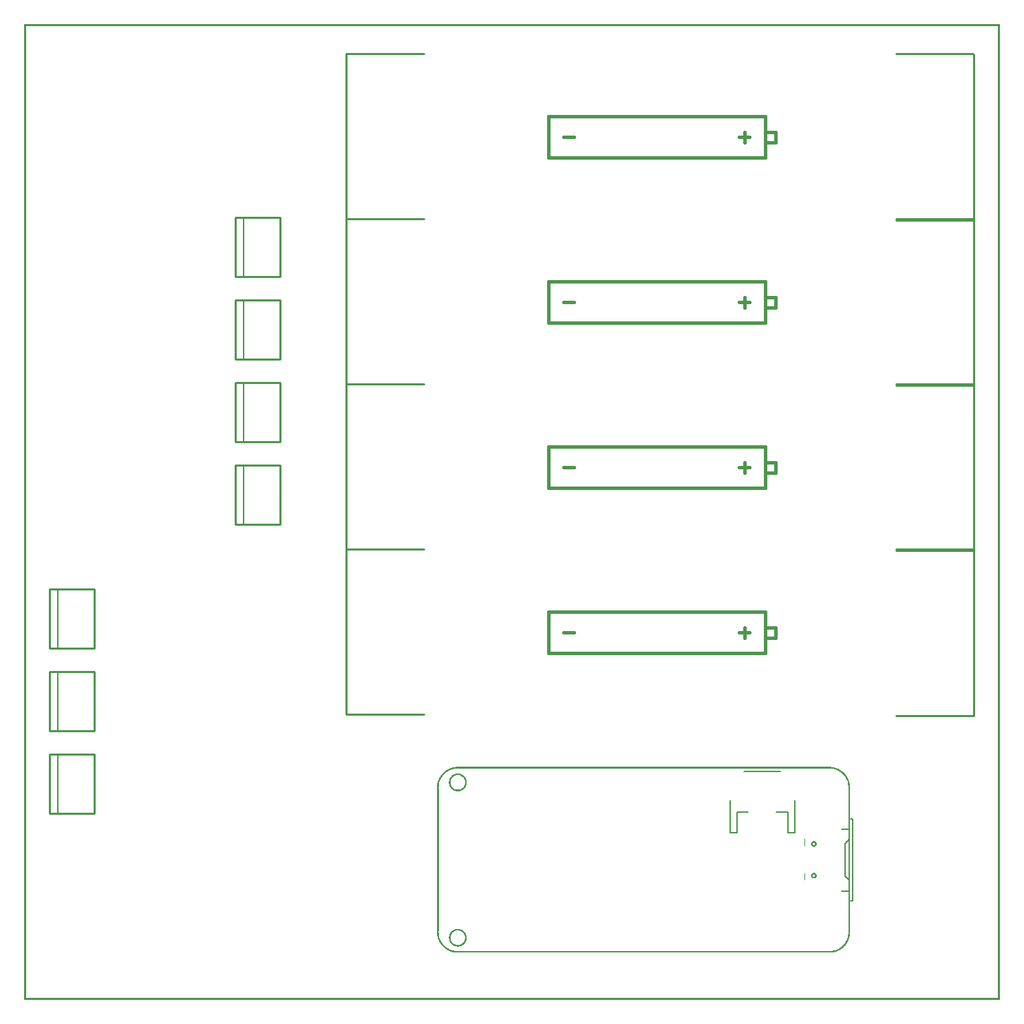
<source format=gbo>
G04 MADE WITH FRITZING*
G04 WWW.FRITZING.ORG*
G04 DOUBLE SIDED*
G04 HOLES PLATED*
G04 CONTOUR ON CENTER OF CONTOUR VECTOR*
%ASAXBY*%
%FSLAX23Y23*%
%MOIN*%
%OFA0B0*%
%SFA1.0B1.0*%
%ADD10C,0.010000*%
%ADD11C,0.005000*%
%ADD12C,0.015998*%
%ADD13C,0.009998*%
%ADD14C,0.008000*%
%ADD15R,0.001000X0.001000*%
%LNSILK0*%
G90*
G70*
G54D10*
X338Y1189D02*
X338Y903D01*
D02*
X338Y903D02*
X122Y903D01*
D02*
X122Y903D02*
X122Y1189D01*
D02*
X122Y1189D02*
X338Y1189D01*
G54D11*
D02*
X162Y903D02*
X162Y1189D01*
G54D10*
D02*
X338Y1589D02*
X338Y1303D01*
D02*
X338Y1303D02*
X122Y1303D01*
D02*
X122Y1303D02*
X122Y1589D01*
D02*
X122Y1589D02*
X338Y1589D01*
G54D11*
D02*
X162Y1303D02*
X162Y1589D01*
G54D10*
D02*
X1238Y2589D02*
X1238Y2303D01*
D02*
X1238Y2303D02*
X1022Y2303D01*
D02*
X1022Y2303D02*
X1022Y2589D01*
D02*
X1022Y2589D02*
X1238Y2589D01*
G54D11*
D02*
X1062Y2303D02*
X1062Y2589D01*
G54D10*
D02*
X1238Y2989D02*
X1238Y2703D01*
D02*
X1238Y2703D02*
X1022Y2703D01*
D02*
X1022Y2703D02*
X1022Y2989D01*
D02*
X1022Y2989D02*
X1238Y2989D01*
G54D11*
D02*
X1062Y2703D02*
X1062Y2989D01*
G54D10*
D02*
X1238Y3389D02*
X1238Y3103D01*
D02*
X1238Y3103D02*
X1022Y3103D01*
D02*
X1022Y3103D02*
X1022Y3389D01*
D02*
X1022Y3389D02*
X1238Y3389D01*
G54D11*
D02*
X1062Y3103D02*
X1062Y3389D01*
G54D10*
D02*
X1238Y3789D02*
X1238Y3503D01*
D02*
X1238Y3503D02*
X1022Y3503D01*
D02*
X1022Y3503D02*
X1022Y3789D01*
D02*
X1022Y3789D02*
X1238Y3789D01*
G54D11*
D02*
X1062Y3503D02*
X1062Y3789D01*
G54D10*
D02*
X338Y1989D02*
X338Y1703D01*
D02*
X338Y1703D02*
X122Y1703D01*
D02*
X122Y1703D02*
X122Y1989D01*
D02*
X122Y1989D02*
X338Y1989D01*
G54D11*
D02*
X162Y1703D02*
X162Y1989D01*
G54D12*
D02*
X2537Y4278D02*
X3587Y4278D01*
D02*
X3587Y4278D02*
X3587Y4201D01*
D02*
X3587Y4201D02*
X3587Y4151D01*
D02*
X3587Y4151D02*
X3587Y4078D01*
D02*
X3587Y4078D02*
X2537Y4078D01*
D02*
X2537Y4078D02*
X2537Y4278D01*
D02*
X3587Y4201D02*
X3637Y4201D01*
D02*
X3637Y4201D02*
X3637Y4151D01*
D02*
X3637Y4151D02*
X3587Y4151D01*
D02*
X2612Y4178D02*
X2662Y4178D01*
D02*
X3462Y4178D02*
X3512Y4178D01*
D02*
X3487Y4203D02*
X3487Y4153D01*
G54D13*
D02*
X1561Y4583D02*
X1936Y4583D01*
D02*
X1936Y3782D02*
X1561Y3782D01*
D02*
X1558Y3783D02*
X1558Y4582D01*
D02*
X4222Y3777D02*
X4597Y3777D01*
D02*
X4597Y3777D02*
X4597Y4579D01*
D02*
X4596Y4581D02*
X4221Y4581D01*
G54D12*
D02*
X2537Y3478D02*
X3587Y3478D01*
D02*
X3587Y3478D02*
X3587Y3401D01*
D02*
X3587Y3401D02*
X3587Y3351D01*
D02*
X3587Y3351D02*
X3587Y3278D01*
D02*
X3587Y3278D02*
X2537Y3278D01*
D02*
X2537Y3278D02*
X2537Y3478D01*
D02*
X3587Y3401D02*
X3637Y3401D01*
D02*
X3637Y3401D02*
X3637Y3351D01*
D02*
X3637Y3351D02*
X3587Y3351D01*
D02*
X2612Y3378D02*
X2662Y3378D01*
D02*
X3462Y3378D02*
X3512Y3378D01*
D02*
X3487Y3403D02*
X3487Y3353D01*
G54D13*
D02*
X1561Y3783D02*
X1936Y3783D01*
D02*
X1936Y2982D02*
X1561Y2982D01*
D02*
X1558Y2983D02*
X1558Y3782D01*
D02*
X4222Y2977D02*
X4597Y2977D01*
D02*
X4597Y2977D02*
X4597Y3779D01*
D02*
X4596Y3781D02*
X4221Y3781D01*
G54D12*
D02*
X2537Y1878D02*
X3587Y1878D01*
D02*
X3587Y1878D02*
X3587Y1801D01*
D02*
X3587Y1801D02*
X3587Y1751D01*
D02*
X3587Y1751D02*
X3587Y1678D01*
D02*
X3587Y1678D02*
X2537Y1678D01*
D02*
X2537Y1678D02*
X2537Y1878D01*
D02*
X3587Y1801D02*
X3637Y1801D01*
D02*
X3637Y1801D02*
X3637Y1751D01*
D02*
X3637Y1751D02*
X3587Y1751D01*
D02*
X2612Y1778D02*
X2662Y1778D01*
D02*
X3462Y1778D02*
X3512Y1778D01*
D02*
X3487Y1803D02*
X3487Y1753D01*
G54D13*
D02*
X1561Y2183D02*
X1936Y2183D01*
D02*
X1936Y1382D02*
X1561Y1382D01*
D02*
X1558Y1383D02*
X1558Y2182D01*
D02*
X4222Y1377D02*
X4597Y1377D01*
D02*
X4597Y1377D02*
X4597Y2179D01*
D02*
X4596Y2181D02*
X4221Y2181D01*
G54D12*
D02*
X2537Y2678D02*
X3587Y2678D01*
D02*
X3587Y2678D02*
X3587Y2601D01*
D02*
X3587Y2601D02*
X3587Y2551D01*
D02*
X3587Y2551D02*
X3587Y2478D01*
D02*
X3587Y2478D02*
X2537Y2478D01*
D02*
X2537Y2478D02*
X2537Y2678D01*
D02*
X3587Y2601D02*
X3637Y2601D01*
D02*
X3637Y2601D02*
X3637Y2551D01*
D02*
X3637Y2551D02*
X3587Y2551D01*
D02*
X2612Y2578D02*
X2662Y2578D01*
D02*
X3462Y2578D02*
X3512Y2578D01*
D02*
X3487Y2603D02*
X3487Y2553D01*
G54D13*
D02*
X1561Y2983D02*
X1936Y2983D01*
D02*
X1936Y2182D02*
X1561Y2182D01*
D02*
X1558Y2183D02*
X1558Y2982D01*
D02*
X4222Y2177D02*
X4597Y2177D01*
D02*
X4597Y2177D02*
X4597Y2979D01*
D02*
X4596Y2981D02*
X4221Y2981D01*
G54D14*
D02*
X3663Y1105D02*
X3486Y1105D01*
D02*
X3417Y967D02*
X3417Y810D01*
D02*
X3417Y810D02*
X3451Y810D01*
D02*
X3451Y810D02*
X3451Y908D01*
D02*
X3451Y908D02*
X3506Y908D01*
D02*
X3643Y908D02*
X3699Y908D01*
D02*
X3699Y908D02*
X3699Y810D01*
D02*
X3699Y810D02*
X3732Y810D01*
D02*
X3732Y810D02*
X3732Y967D01*
G54D11*
D02*
X3958Y827D02*
X3994Y827D01*
D02*
X3994Y827D02*
X3994Y527D01*
D02*
X3994Y527D02*
X3958Y527D01*
G54D14*
D02*
X4013Y478D02*
X4000Y478D01*
D02*
X4013Y876D02*
X4000Y876D01*
D02*
X4013Y478D02*
X4013Y876D01*
G54D15*
X0Y4724D02*
X4723Y4724D01*
X0Y4723D02*
X4723Y4723D01*
X0Y4722D02*
X4723Y4722D01*
X0Y4721D02*
X4723Y4721D01*
X0Y4720D02*
X4723Y4720D01*
X0Y4719D02*
X4723Y4719D01*
X0Y4718D02*
X4723Y4718D01*
X0Y4717D02*
X4723Y4717D01*
X0Y4716D02*
X7Y4716D01*
X4716Y4716D02*
X4723Y4716D01*
X0Y4715D02*
X7Y4715D01*
X4716Y4715D02*
X4723Y4715D01*
X0Y4714D02*
X7Y4714D01*
X4716Y4714D02*
X4723Y4714D01*
X0Y4713D02*
X7Y4713D01*
X4716Y4713D02*
X4723Y4713D01*
X0Y4712D02*
X7Y4712D01*
X4716Y4712D02*
X4723Y4712D01*
X0Y4711D02*
X7Y4711D01*
X4716Y4711D02*
X4723Y4711D01*
X0Y4710D02*
X7Y4710D01*
X4716Y4710D02*
X4723Y4710D01*
X0Y4709D02*
X7Y4709D01*
X4716Y4709D02*
X4723Y4709D01*
X0Y4708D02*
X7Y4708D01*
X4716Y4708D02*
X4723Y4708D01*
X0Y4707D02*
X7Y4707D01*
X4716Y4707D02*
X4723Y4707D01*
X0Y4706D02*
X7Y4706D01*
X4716Y4706D02*
X4723Y4706D01*
X0Y4705D02*
X7Y4705D01*
X4716Y4705D02*
X4723Y4705D01*
X0Y4704D02*
X7Y4704D01*
X4716Y4704D02*
X4723Y4704D01*
X0Y4703D02*
X7Y4703D01*
X4716Y4703D02*
X4723Y4703D01*
X0Y4702D02*
X7Y4702D01*
X4716Y4702D02*
X4723Y4702D01*
X0Y4701D02*
X7Y4701D01*
X4716Y4701D02*
X4723Y4701D01*
X0Y4700D02*
X7Y4700D01*
X4716Y4700D02*
X4723Y4700D01*
X0Y4699D02*
X7Y4699D01*
X4716Y4699D02*
X4723Y4699D01*
X0Y4698D02*
X7Y4698D01*
X4716Y4698D02*
X4723Y4698D01*
X0Y4697D02*
X7Y4697D01*
X4716Y4697D02*
X4723Y4697D01*
X0Y4696D02*
X7Y4696D01*
X4716Y4696D02*
X4723Y4696D01*
X0Y4695D02*
X7Y4695D01*
X4716Y4695D02*
X4723Y4695D01*
X0Y4694D02*
X7Y4694D01*
X4716Y4694D02*
X4723Y4694D01*
X0Y4693D02*
X7Y4693D01*
X4716Y4693D02*
X4723Y4693D01*
X0Y4692D02*
X7Y4692D01*
X4716Y4692D02*
X4723Y4692D01*
X0Y4691D02*
X7Y4691D01*
X4716Y4691D02*
X4723Y4691D01*
X0Y4690D02*
X7Y4690D01*
X4716Y4690D02*
X4723Y4690D01*
X0Y4689D02*
X7Y4689D01*
X4716Y4689D02*
X4723Y4689D01*
X0Y4688D02*
X7Y4688D01*
X4716Y4688D02*
X4723Y4688D01*
X0Y4687D02*
X7Y4687D01*
X4716Y4687D02*
X4723Y4687D01*
X0Y4686D02*
X7Y4686D01*
X4716Y4686D02*
X4723Y4686D01*
X0Y4685D02*
X7Y4685D01*
X4716Y4685D02*
X4723Y4685D01*
X0Y4684D02*
X7Y4684D01*
X4716Y4684D02*
X4723Y4684D01*
X0Y4683D02*
X7Y4683D01*
X4716Y4683D02*
X4723Y4683D01*
X0Y4682D02*
X7Y4682D01*
X4716Y4682D02*
X4723Y4682D01*
X0Y4681D02*
X7Y4681D01*
X4716Y4681D02*
X4723Y4681D01*
X0Y4680D02*
X7Y4680D01*
X4716Y4680D02*
X4723Y4680D01*
X0Y4679D02*
X7Y4679D01*
X4716Y4679D02*
X4723Y4679D01*
X0Y4678D02*
X7Y4678D01*
X4716Y4678D02*
X4723Y4678D01*
X0Y4677D02*
X7Y4677D01*
X4716Y4677D02*
X4723Y4677D01*
X0Y4676D02*
X7Y4676D01*
X4716Y4676D02*
X4723Y4676D01*
X0Y4675D02*
X7Y4675D01*
X4716Y4675D02*
X4723Y4675D01*
X0Y4674D02*
X7Y4674D01*
X4716Y4674D02*
X4723Y4674D01*
X0Y4673D02*
X7Y4673D01*
X4716Y4673D02*
X4723Y4673D01*
X0Y4672D02*
X7Y4672D01*
X4716Y4672D02*
X4723Y4672D01*
X0Y4671D02*
X7Y4671D01*
X4716Y4671D02*
X4723Y4671D01*
X0Y4670D02*
X7Y4670D01*
X4716Y4670D02*
X4723Y4670D01*
X0Y4669D02*
X7Y4669D01*
X4716Y4669D02*
X4723Y4669D01*
X0Y4668D02*
X7Y4668D01*
X4716Y4668D02*
X4723Y4668D01*
X0Y4667D02*
X7Y4667D01*
X4716Y4667D02*
X4723Y4667D01*
X0Y4666D02*
X7Y4666D01*
X4716Y4666D02*
X4723Y4666D01*
X0Y4665D02*
X7Y4665D01*
X4716Y4665D02*
X4723Y4665D01*
X0Y4664D02*
X7Y4664D01*
X4716Y4664D02*
X4723Y4664D01*
X0Y4663D02*
X7Y4663D01*
X4716Y4663D02*
X4723Y4663D01*
X0Y4662D02*
X7Y4662D01*
X4716Y4662D02*
X4723Y4662D01*
X0Y4661D02*
X7Y4661D01*
X4716Y4661D02*
X4723Y4661D01*
X0Y4660D02*
X7Y4660D01*
X4716Y4660D02*
X4723Y4660D01*
X0Y4659D02*
X7Y4659D01*
X4716Y4659D02*
X4723Y4659D01*
X0Y4658D02*
X7Y4658D01*
X4716Y4658D02*
X4723Y4658D01*
X0Y4657D02*
X7Y4657D01*
X4716Y4657D02*
X4723Y4657D01*
X0Y4656D02*
X7Y4656D01*
X4716Y4656D02*
X4723Y4656D01*
X0Y4655D02*
X7Y4655D01*
X4716Y4655D02*
X4723Y4655D01*
X0Y4654D02*
X7Y4654D01*
X4716Y4654D02*
X4723Y4654D01*
X0Y4653D02*
X7Y4653D01*
X4716Y4653D02*
X4723Y4653D01*
X0Y4652D02*
X7Y4652D01*
X4716Y4652D02*
X4723Y4652D01*
X0Y4651D02*
X7Y4651D01*
X4716Y4651D02*
X4723Y4651D01*
X0Y4650D02*
X7Y4650D01*
X4716Y4650D02*
X4723Y4650D01*
X0Y4649D02*
X7Y4649D01*
X4716Y4649D02*
X4723Y4649D01*
X0Y4648D02*
X7Y4648D01*
X4716Y4648D02*
X4723Y4648D01*
X0Y4647D02*
X7Y4647D01*
X4716Y4647D02*
X4723Y4647D01*
X0Y4646D02*
X7Y4646D01*
X4716Y4646D02*
X4723Y4646D01*
X0Y4645D02*
X7Y4645D01*
X4716Y4645D02*
X4723Y4645D01*
X0Y4644D02*
X7Y4644D01*
X4716Y4644D02*
X4723Y4644D01*
X0Y4643D02*
X7Y4643D01*
X4716Y4643D02*
X4723Y4643D01*
X0Y4642D02*
X7Y4642D01*
X4716Y4642D02*
X4723Y4642D01*
X0Y4641D02*
X7Y4641D01*
X4716Y4641D02*
X4723Y4641D01*
X0Y4640D02*
X7Y4640D01*
X4716Y4640D02*
X4723Y4640D01*
X0Y4639D02*
X7Y4639D01*
X4716Y4639D02*
X4723Y4639D01*
X0Y4638D02*
X7Y4638D01*
X4716Y4638D02*
X4723Y4638D01*
X0Y4637D02*
X7Y4637D01*
X4716Y4637D02*
X4723Y4637D01*
X0Y4636D02*
X7Y4636D01*
X4716Y4636D02*
X4723Y4636D01*
X0Y4635D02*
X7Y4635D01*
X4716Y4635D02*
X4723Y4635D01*
X0Y4634D02*
X7Y4634D01*
X4716Y4634D02*
X4723Y4634D01*
X0Y4633D02*
X7Y4633D01*
X4716Y4633D02*
X4723Y4633D01*
X0Y4632D02*
X7Y4632D01*
X4716Y4632D02*
X4723Y4632D01*
X0Y4631D02*
X7Y4631D01*
X4716Y4631D02*
X4723Y4631D01*
X0Y4630D02*
X7Y4630D01*
X4716Y4630D02*
X4723Y4630D01*
X0Y4629D02*
X7Y4629D01*
X4716Y4629D02*
X4723Y4629D01*
X0Y4628D02*
X7Y4628D01*
X4716Y4628D02*
X4723Y4628D01*
X0Y4627D02*
X7Y4627D01*
X4716Y4627D02*
X4723Y4627D01*
X0Y4626D02*
X7Y4626D01*
X4716Y4626D02*
X4723Y4626D01*
X0Y4625D02*
X7Y4625D01*
X4716Y4625D02*
X4723Y4625D01*
X0Y4624D02*
X7Y4624D01*
X4716Y4624D02*
X4723Y4624D01*
X0Y4623D02*
X7Y4623D01*
X4716Y4623D02*
X4723Y4623D01*
X0Y4622D02*
X7Y4622D01*
X4716Y4622D02*
X4723Y4622D01*
X0Y4621D02*
X7Y4621D01*
X4716Y4621D02*
X4723Y4621D01*
X0Y4620D02*
X7Y4620D01*
X4716Y4620D02*
X4723Y4620D01*
X0Y4619D02*
X7Y4619D01*
X4716Y4619D02*
X4723Y4619D01*
X0Y4618D02*
X7Y4618D01*
X4716Y4618D02*
X4723Y4618D01*
X0Y4617D02*
X7Y4617D01*
X4716Y4617D02*
X4723Y4617D01*
X0Y4616D02*
X7Y4616D01*
X4716Y4616D02*
X4723Y4616D01*
X0Y4615D02*
X7Y4615D01*
X4716Y4615D02*
X4723Y4615D01*
X0Y4614D02*
X7Y4614D01*
X4716Y4614D02*
X4723Y4614D01*
X0Y4613D02*
X7Y4613D01*
X4716Y4613D02*
X4723Y4613D01*
X0Y4612D02*
X7Y4612D01*
X4716Y4612D02*
X4723Y4612D01*
X0Y4611D02*
X7Y4611D01*
X4716Y4611D02*
X4723Y4611D01*
X0Y4610D02*
X7Y4610D01*
X4716Y4610D02*
X4723Y4610D01*
X0Y4609D02*
X7Y4609D01*
X4716Y4609D02*
X4723Y4609D01*
X0Y4608D02*
X7Y4608D01*
X4716Y4608D02*
X4723Y4608D01*
X0Y4607D02*
X7Y4607D01*
X4716Y4607D02*
X4723Y4607D01*
X0Y4606D02*
X7Y4606D01*
X4716Y4606D02*
X4723Y4606D01*
X0Y4605D02*
X7Y4605D01*
X4716Y4605D02*
X4723Y4605D01*
X0Y4604D02*
X7Y4604D01*
X4716Y4604D02*
X4723Y4604D01*
X0Y4603D02*
X7Y4603D01*
X4716Y4603D02*
X4723Y4603D01*
X0Y4602D02*
X7Y4602D01*
X4716Y4602D02*
X4723Y4602D01*
X0Y4601D02*
X7Y4601D01*
X4716Y4601D02*
X4723Y4601D01*
X0Y4600D02*
X7Y4600D01*
X4716Y4600D02*
X4723Y4600D01*
X0Y4599D02*
X7Y4599D01*
X4716Y4599D02*
X4723Y4599D01*
X0Y4598D02*
X7Y4598D01*
X4716Y4598D02*
X4723Y4598D01*
X0Y4597D02*
X7Y4597D01*
X4716Y4597D02*
X4723Y4597D01*
X0Y4596D02*
X7Y4596D01*
X4716Y4596D02*
X4723Y4596D01*
X0Y4595D02*
X7Y4595D01*
X4716Y4595D02*
X4723Y4595D01*
X0Y4594D02*
X7Y4594D01*
X4716Y4594D02*
X4723Y4594D01*
X0Y4593D02*
X7Y4593D01*
X4716Y4593D02*
X4723Y4593D01*
X0Y4592D02*
X7Y4592D01*
X4716Y4592D02*
X4723Y4592D01*
X0Y4591D02*
X7Y4591D01*
X4716Y4591D02*
X4723Y4591D01*
X0Y4590D02*
X7Y4590D01*
X4716Y4590D02*
X4723Y4590D01*
X0Y4589D02*
X7Y4589D01*
X4716Y4589D02*
X4723Y4589D01*
X0Y4588D02*
X7Y4588D01*
X4716Y4588D02*
X4723Y4588D01*
X0Y4587D02*
X7Y4587D01*
X4716Y4587D02*
X4723Y4587D01*
X0Y4586D02*
X7Y4586D01*
X4716Y4586D02*
X4723Y4586D01*
X0Y4585D02*
X7Y4585D01*
X4716Y4585D02*
X4723Y4585D01*
X0Y4584D02*
X7Y4584D01*
X4716Y4584D02*
X4723Y4584D01*
X0Y4583D02*
X7Y4583D01*
X4716Y4583D02*
X4723Y4583D01*
X0Y4582D02*
X7Y4582D01*
X4716Y4582D02*
X4723Y4582D01*
X0Y4581D02*
X7Y4581D01*
X4716Y4581D02*
X4723Y4581D01*
X0Y4580D02*
X7Y4580D01*
X4716Y4580D02*
X4723Y4580D01*
X0Y4579D02*
X7Y4579D01*
X4716Y4579D02*
X4723Y4579D01*
X0Y4578D02*
X7Y4578D01*
X4716Y4578D02*
X4723Y4578D01*
X0Y4577D02*
X7Y4577D01*
X4716Y4577D02*
X4723Y4577D01*
X0Y4576D02*
X7Y4576D01*
X4716Y4576D02*
X4723Y4576D01*
X0Y4575D02*
X7Y4575D01*
X4716Y4575D02*
X4723Y4575D01*
X0Y4574D02*
X7Y4574D01*
X4716Y4574D02*
X4723Y4574D01*
X0Y4573D02*
X7Y4573D01*
X4716Y4573D02*
X4723Y4573D01*
X0Y4572D02*
X7Y4572D01*
X4716Y4572D02*
X4723Y4572D01*
X0Y4571D02*
X7Y4571D01*
X4716Y4571D02*
X4723Y4571D01*
X0Y4570D02*
X7Y4570D01*
X4716Y4570D02*
X4723Y4570D01*
X0Y4569D02*
X7Y4569D01*
X4716Y4569D02*
X4723Y4569D01*
X0Y4568D02*
X7Y4568D01*
X4716Y4568D02*
X4723Y4568D01*
X0Y4567D02*
X7Y4567D01*
X4716Y4567D02*
X4723Y4567D01*
X0Y4566D02*
X7Y4566D01*
X4716Y4566D02*
X4723Y4566D01*
X0Y4565D02*
X7Y4565D01*
X4716Y4565D02*
X4723Y4565D01*
X0Y4564D02*
X7Y4564D01*
X4716Y4564D02*
X4723Y4564D01*
X0Y4563D02*
X7Y4563D01*
X4716Y4563D02*
X4723Y4563D01*
X0Y4562D02*
X7Y4562D01*
X4716Y4562D02*
X4723Y4562D01*
X0Y4561D02*
X7Y4561D01*
X4716Y4561D02*
X4723Y4561D01*
X0Y4560D02*
X7Y4560D01*
X4716Y4560D02*
X4723Y4560D01*
X0Y4559D02*
X7Y4559D01*
X4716Y4559D02*
X4723Y4559D01*
X0Y4558D02*
X7Y4558D01*
X4716Y4558D02*
X4723Y4558D01*
X0Y4557D02*
X7Y4557D01*
X4716Y4557D02*
X4723Y4557D01*
X0Y4556D02*
X7Y4556D01*
X4716Y4556D02*
X4723Y4556D01*
X0Y4555D02*
X7Y4555D01*
X4716Y4555D02*
X4723Y4555D01*
X0Y4554D02*
X7Y4554D01*
X4716Y4554D02*
X4723Y4554D01*
X0Y4553D02*
X7Y4553D01*
X4716Y4553D02*
X4723Y4553D01*
X0Y4552D02*
X7Y4552D01*
X4716Y4552D02*
X4723Y4552D01*
X0Y4551D02*
X7Y4551D01*
X4716Y4551D02*
X4723Y4551D01*
X0Y4550D02*
X7Y4550D01*
X4716Y4550D02*
X4723Y4550D01*
X0Y4549D02*
X7Y4549D01*
X4716Y4549D02*
X4723Y4549D01*
X0Y4548D02*
X7Y4548D01*
X4716Y4548D02*
X4723Y4548D01*
X0Y4547D02*
X7Y4547D01*
X4716Y4547D02*
X4723Y4547D01*
X0Y4546D02*
X7Y4546D01*
X4716Y4546D02*
X4723Y4546D01*
X0Y4545D02*
X7Y4545D01*
X4716Y4545D02*
X4723Y4545D01*
X0Y4544D02*
X7Y4544D01*
X4716Y4544D02*
X4723Y4544D01*
X0Y4543D02*
X7Y4543D01*
X4716Y4543D02*
X4723Y4543D01*
X0Y4542D02*
X7Y4542D01*
X4716Y4542D02*
X4723Y4542D01*
X0Y4541D02*
X7Y4541D01*
X4716Y4541D02*
X4723Y4541D01*
X0Y4540D02*
X7Y4540D01*
X4716Y4540D02*
X4723Y4540D01*
X0Y4539D02*
X7Y4539D01*
X4716Y4539D02*
X4723Y4539D01*
X0Y4538D02*
X7Y4538D01*
X4716Y4538D02*
X4723Y4538D01*
X0Y4537D02*
X7Y4537D01*
X4716Y4537D02*
X4723Y4537D01*
X0Y4536D02*
X7Y4536D01*
X4716Y4536D02*
X4723Y4536D01*
X0Y4535D02*
X7Y4535D01*
X4716Y4535D02*
X4723Y4535D01*
X0Y4534D02*
X7Y4534D01*
X4716Y4534D02*
X4723Y4534D01*
X0Y4533D02*
X7Y4533D01*
X4716Y4533D02*
X4723Y4533D01*
X0Y4532D02*
X7Y4532D01*
X4716Y4532D02*
X4723Y4532D01*
X0Y4531D02*
X7Y4531D01*
X4716Y4531D02*
X4723Y4531D01*
X0Y4530D02*
X7Y4530D01*
X4716Y4530D02*
X4723Y4530D01*
X0Y4529D02*
X7Y4529D01*
X4716Y4529D02*
X4723Y4529D01*
X0Y4528D02*
X7Y4528D01*
X4716Y4528D02*
X4723Y4528D01*
X0Y4527D02*
X7Y4527D01*
X4716Y4527D02*
X4723Y4527D01*
X0Y4526D02*
X7Y4526D01*
X4716Y4526D02*
X4723Y4526D01*
X0Y4525D02*
X7Y4525D01*
X4716Y4525D02*
X4723Y4525D01*
X0Y4524D02*
X7Y4524D01*
X4716Y4524D02*
X4723Y4524D01*
X0Y4523D02*
X7Y4523D01*
X4716Y4523D02*
X4723Y4523D01*
X0Y4522D02*
X7Y4522D01*
X4716Y4522D02*
X4723Y4522D01*
X0Y4521D02*
X7Y4521D01*
X4716Y4521D02*
X4723Y4521D01*
X0Y4520D02*
X7Y4520D01*
X4716Y4520D02*
X4723Y4520D01*
X0Y4519D02*
X7Y4519D01*
X4716Y4519D02*
X4723Y4519D01*
X0Y4518D02*
X7Y4518D01*
X4716Y4518D02*
X4723Y4518D01*
X0Y4517D02*
X7Y4517D01*
X4716Y4517D02*
X4723Y4517D01*
X0Y4516D02*
X7Y4516D01*
X4716Y4516D02*
X4723Y4516D01*
X0Y4515D02*
X7Y4515D01*
X4716Y4515D02*
X4723Y4515D01*
X0Y4514D02*
X7Y4514D01*
X4716Y4514D02*
X4723Y4514D01*
X0Y4513D02*
X7Y4513D01*
X4716Y4513D02*
X4723Y4513D01*
X0Y4512D02*
X7Y4512D01*
X4716Y4512D02*
X4723Y4512D01*
X0Y4511D02*
X7Y4511D01*
X4716Y4511D02*
X4723Y4511D01*
X0Y4510D02*
X7Y4510D01*
X4716Y4510D02*
X4723Y4510D01*
X0Y4509D02*
X7Y4509D01*
X4716Y4509D02*
X4723Y4509D01*
X0Y4508D02*
X7Y4508D01*
X4716Y4508D02*
X4723Y4508D01*
X0Y4507D02*
X7Y4507D01*
X4716Y4507D02*
X4723Y4507D01*
X0Y4506D02*
X7Y4506D01*
X4716Y4506D02*
X4723Y4506D01*
X0Y4505D02*
X7Y4505D01*
X4716Y4505D02*
X4723Y4505D01*
X0Y4504D02*
X7Y4504D01*
X4716Y4504D02*
X4723Y4504D01*
X0Y4503D02*
X7Y4503D01*
X4716Y4503D02*
X4723Y4503D01*
X0Y4502D02*
X7Y4502D01*
X4716Y4502D02*
X4723Y4502D01*
X0Y4501D02*
X7Y4501D01*
X4716Y4501D02*
X4723Y4501D01*
X0Y4500D02*
X7Y4500D01*
X4716Y4500D02*
X4723Y4500D01*
X0Y4499D02*
X7Y4499D01*
X4716Y4499D02*
X4723Y4499D01*
X0Y4498D02*
X7Y4498D01*
X4716Y4498D02*
X4723Y4498D01*
X0Y4497D02*
X7Y4497D01*
X4716Y4497D02*
X4723Y4497D01*
X0Y4496D02*
X7Y4496D01*
X4716Y4496D02*
X4723Y4496D01*
X0Y4495D02*
X7Y4495D01*
X4716Y4495D02*
X4723Y4495D01*
X0Y4494D02*
X7Y4494D01*
X4716Y4494D02*
X4723Y4494D01*
X0Y4493D02*
X7Y4493D01*
X4716Y4493D02*
X4723Y4493D01*
X0Y4492D02*
X7Y4492D01*
X4716Y4492D02*
X4723Y4492D01*
X0Y4491D02*
X7Y4491D01*
X4716Y4491D02*
X4723Y4491D01*
X0Y4490D02*
X7Y4490D01*
X4716Y4490D02*
X4723Y4490D01*
X0Y4489D02*
X7Y4489D01*
X4716Y4489D02*
X4723Y4489D01*
X0Y4488D02*
X7Y4488D01*
X4716Y4488D02*
X4723Y4488D01*
X0Y4487D02*
X7Y4487D01*
X4716Y4487D02*
X4723Y4487D01*
X0Y4486D02*
X7Y4486D01*
X4716Y4486D02*
X4723Y4486D01*
X0Y4485D02*
X7Y4485D01*
X4716Y4485D02*
X4723Y4485D01*
X0Y4484D02*
X7Y4484D01*
X4716Y4484D02*
X4723Y4484D01*
X0Y4483D02*
X7Y4483D01*
X4716Y4483D02*
X4723Y4483D01*
X0Y4482D02*
X7Y4482D01*
X4716Y4482D02*
X4723Y4482D01*
X0Y4481D02*
X7Y4481D01*
X4716Y4481D02*
X4723Y4481D01*
X0Y4480D02*
X7Y4480D01*
X4716Y4480D02*
X4723Y4480D01*
X0Y4479D02*
X7Y4479D01*
X4716Y4479D02*
X4723Y4479D01*
X0Y4478D02*
X7Y4478D01*
X4716Y4478D02*
X4723Y4478D01*
X0Y4477D02*
X7Y4477D01*
X4716Y4477D02*
X4723Y4477D01*
X0Y4476D02*
X7Y4476D01*
X4716Y4476D02*
X4723Y4476D01*
X0Y4475D02*
X7Y4475D01*
X4716Y4475D02*
X4723Y4475D01*
X0Y4474D02*
X7Y4474D01*
X4716Y4474D02*
X4723Y4474D01*
X0Y4473D02*
X7Y4473D01*
X4716Y4473D02*
X4723Y4473D01*
X0Y4472D02*
X7Y4472D01*
X4716Y4472D02*
X4723Y4472D01*
X0Y4471D02*
X7Y4471D01*
X4716Y4471D02*
X4723Y4471D01*
X0Y4470D02*
X7Y4470D01*
X4716Y4470D02*
X4723Y4470D01*
X0Y4469D02*
X7Y4469D01*
X4716Y4469D02*
X4723Y4469D01*
X0Y4468D02*
X7Y4468D01*
X4716Y4468D02*
X4723Y4468D01*
X0Y4467D02*
X7Y4467D01*
X4716Y4467D02*
X4723Y4467D01*
X0Y4466D02*
X7Y4466D01*
X4716Y4466D02*
X4723Y4466D01*
X0Y4465D02*
X7Y4465D01*
X4716Y4465D02*
X4723Y4465D01*
X0Y4464D02*
X7Y4464D01*
X4716Y4464D02*
X4723Y4464D01*
X0Y4463D02*
X7Y4463D01*
X4716Y4463D02*
X4723Y4463D01*
X0Y4462D02*
X7Y4462D01*
X4716Y4462D02*
X4723Y4462D01*
X0Y4461D02*
X7Y4461D01*
X4716Y4461D02*
X4723Y4461D01*
X0Y4460D02*
X7Y4460D01*
X4716Y4460D02*
X4723Y4460D01*
X0Y4459D02*
X7Y4459D01*
X4716Y4459D02*
X4723Y4459D01*
X0Y4458D02*
X7Y4458D01*
X4716Y4458D02*
X4723Y4458D01*
X0Y4457D02*
X7Y4457D01*
X4716Y4457D02*
X4723Y4457D01*
X0Y4456D02*
X7Y4456D01*
X4716Y4456D02*
X4723Y4456D01*
X0Y4455D02*
X7Y4455D01*
X4716Y4455D02*
X4723Y4455D01*
X0Y4454D02*
X7Y4454D01*
X4716Y4454D02*
X4723Y4454D01*
X0Y4453D02*
X7Y4453D01*
X4716Y4453D02*
X4723Y4453D01*
X0Y4452D02*
X7Y4452D01*
X4716Y4452D02*
X4723Y4452D01*
X0Y4451D02*
X7Y4451D01*
X4716Y4451D02*
X4723Y4451D01*
X0Y4450D02*
X7Y4450D01*
X4716Y4450D02*
X4723Y4450D01*
X0Y4449D02*
X7Y4449D01*
X4716Y4449D02*
X4723Y4449D01*
X0Y4448D02*
X7Y4448D01*
X4716Y4448D02*
X4723Y4448D01*
X0Y4447D02*
X7Y4447D01*
X4716Y4447D02*
X4723Y4447D01*
X0Y4446D02*
X7Y4446D01*
X4716Y4446D02*
X4723Y4446D01*
X0Y4445D02*
X7Y4445D01*
X4716Y4445D02*
X4723Y4445D01*
X0Y4444D02*
X7Y4444D01*
X4716Y4444D02*
X4723Y4444D01*
X0Y4443D02*
X7Y4443D01*
X4716Y4443D02*
X4723Y4443D01*
X0Y4442D02*
X7Y4442D01*
X4716Y4442D02*
X4723Y4442D01*
X0Y4441D02*
X7Y4441D01*
X4716Y4441D02*
X4723Y4441D01*
X0Y4440D02*
X7Y4440D01*
X4716Y4440D02*
X4723Y4440D01*
X0Y4439D02*
X7Y4439D01*
X4716Y4439D02*
X4723Y4439D01*
X0Y4438D02*
X7Y4438D01*
X4716Y4438D02*
X4723Y4438D01*
X0Y4437D02*
X7Y4437D01*
X4716Y4437D02*
X4723Y4437D01*
X0Y4436D02*
X7Y4436D01*
X4716Y4436D02*
X4723Y4436D01*
X0Y4435D02*
X7Y4435D01*
X4716Y4435D02*
X4723Y4435D01*
X0Y4434D02*
X7Y4434D01*
X4716Y4434D02*
X4723Y4434D01*
X0Y4433D02*
X7Y4433D01*
X4716Y4433D02*
X4723Y4433D01*
X0Y4432D02*
X7Y4432D01*
X4716Y4432D02*
X4723Y4432D01*
X0Y4431D02*
X7Y4431D01*
X4716Y4431D02*
X4723Y4431D01*
X0Y4430D02*
X7Y4430D01*
X4716Y4430D02*
X4723Y4430D01*
X0Y4429D02*
X7Y4429D01*
X4716Y4429D02*
X4723Y4429D01*
X0Y4428D02*
X7Y4428D01*
X4716Y4428D02*
X4723Y4428D01*
X0Y4427D02*
X7Y4427D01*
X4716Y4427D02*
X4723Y4427D01*
X0Y4426D02*
X7Y4426D01*
X4716Y4426D02*
X4723Y4426D01*
X0Y4425D02*
X7Y4425D01*
X4716Y4425D02*
X4723Y4425D01*
X0Y4424D02*
X7Y4424D01*
X4716Y4424D02*
X4723Y4424D01*
X0Y4423D02*
X7Y4423D01*
X4716Y4423D02*
X4723Y4423D01*
X0Y4422D02*
X7Y4422D01*
X4716Y4422D02*
X4723Y4422D01*
X0Y4421D02*
X7Y4421D01*
X4716Y4421D02*
X4723Y4421D01*
X0Y4420D02*
X7Y4420D01*
X4716Y4420D02*
X4723Y4420D01*
X0Y4419D02*
X7Y4419D01*
X4716Y4419D02*
X4723Y4419D01*
X0Y4418D02*
X7Y4418D01*
X4716Y4418D02*
X4723Y4418D01*
X0Y4417D02*
X7Y4417D01*
X4716Y4417D02*
X4723Y4417D01*
X0Y4416D02*
X7Y4416D01*
X4716Y4416D02*
X4723Y4416D01*
X0Y4415D02*
X7Y4415D01*
X4716Y4415D02*
X4723Y4415D01*
X0Y4414D02*
X7Y4414D01*
X4716Y4414D02*
X4723Y4414D01*
X0Y4413D02*
X7Y4413D01*
X4716Y4413D02*
X4723Y4413D01*
X0Y4412D02*
X7Y4412D01*
X4716Y4412D02*
X4723Y4412D01*
X0Y4411D02*
X7Y4411D01*
X4716Y4411D02*
X4723Y4411D01*
X0Y4410D02*
X7Y4410D01*
X4716Y4410D02*
X4723Y4410D01*
X0Y4409D02*
X7Y4409D01*
X4716Y4409D02*
X4723Y4409D01*
X0Y4408D02*
X7Y4408D01*
X4716Y4408D02*
X4723Y4408D01*
X0Y4407D02*
X7Y4407D01*
X4716Y4407D02*
X4723Y4407D01*
X0Y4406D02*
X7Y4406D01*
X4716Y4406D02*
X4723Y4406D01*
X0Y4405D02*
X7Y4405D01*
X4716Y4405D02*
X4723Y4405D01*
X0Y4404D02*
X7Y4404D01*
X4716Y4404D02*
X4723Y4404D01*
X0Y4403D02*
X7Y4403D01*
X4716Y4403D02*
X4723Y4403D01*
X0Y4402D02*
X7Y4402D01*
X4716Y4402D02*
X4723Y4402D01*
X0Y4401D02*
X7Y4401D01*
X4716Y4401D02*
X4723Y4401D01*
X0Y4400D02*
X7Y4400D01*
X4716Y4400D02*
X4723Y4400D01*
X0Y4399D02*
X7Y4399D01*
X4716Y4399D02*
X4723Y4399D01*
X0Y4398D02*
X7Y4398D01*
X4716Y4398D02*
X4723Y4398D01*
X0Y4397D02*
X7Y4397D01*
X4716Y4397D02*
X4723Y4397D01*
X0Y4396D02*
X7Y4396D01*
X4716Y4396D02*
X4723Y4396D01*
X0Y4395D02*
X7Y4395D01*
X4716Y4395D02*
X4723Y4395D01*
X0Y4394D02*
X7Y4394D01*
X4716Y4394D02*
X4723Y4394D01*
X0Y4393D02*
X7Y4393D01*
X4716Y4393D02*
X4723Y4393D01*
X0Y4392D02*
X7Y4392D01*
X4716Y4392D02*
X4723Y4392D01*
X0Y4391D02*
X7Y4391D01*
X4716Y4391D02*
X4723Y4391D01*
X0Y4390D02*
X7Y4390D01*
X4716Y4390D02*
X4723Y4390D01*
X0Y4389D02*
X7Y4389D01*
X4716Y4389D02*
X4723Y4389D01*
X0Y4388D02*
X7Y4388D01*
X4716Y4388D02*
X4723Y4388D01*
X0Y4387D02*
X7Y4387D01*
X4716Y4387D02*
X4723Y4387D01*
X0Y4386D02*
X7Y4386D01*
X4716Y4386D02*
X4723Y4386D01*
X0Y4385D02*
X7Y4385D01*
X4716Y4385D02*
X4723Y4385D01*
X0Y4384D02*
X7Y4384D01*
X4716Y4384D02*
X4723Y4384D01*
X0Y4383D02*
X7Y4383D01*
X4716Y4383D02*
X4723Y4383D01*
X0Y4382D02*
X7Y4382D01*
X4716Y4382D02*
X4723Y4382D01*
X0Y4381D02*
X7Y4381D01*
X4716Y4381D02*
X4723Y4381D01*
X0Y4380D02*
X7Y4380D01*
X4716Y4380D02*
X4723Y4380D01*
X0Y4379D02*
X7Y4379D01*
X4716Y4379D02*
X4723Y4379D01*
X0Y4378D02*
X7Y4378D01*
X4716Y4378D02*
X4723Y4378D01*
X0Y4377D02*
X7Y4377D01*
X4716Y4377D02*
X4723Y4377D01*
X0Y4376D02*
X7Y4376D01*
X4716Y4376D02*
X4723Y4376D01*
X0Y4375D02*
X7Y4375D01*
X4716Y4375D02*
X4723Y4375D01*
X0Y4374D02*
X7Y4374D01*
X4716Y4374D02*
X4723Y4374D01*
X0Y4373D02*
X7Y4373D01*
X4716Y4373D02*
X4723Y4373D01*
X0Y4372D02*
X7Y4372D01*
X4716Y4372D02*
X4723Y4372D01*
X0Y4371D02*
X7Y4371D01*
X4716Y4371D02*
X4723Y4371D01*
X0Y4370D02*
X7Y4370D01*
X4716Y4370D02*
X4723Y4370D01*
X0Y4369D02*
X7Y4369D01*
X4716Y4369D02*
X4723Y4369D01*
X0Y4368D02*
X7Y4368D01*
X4716Y4368D02*
X4723Y4368D01*
X0Y4367D02*
X7Y4367D01*
X4716Y4367D02*
X4723Y4367D01*
X0Y4366D02*
X7Y4366D01*
X4716Y4366D02*
X4723Y4366D01*
X0Y4365D02*
X7Y4365D01*
X4716Y4365D02*
X4723Y4365D01*
X0Y4364D02*
X7Y4364D01*
X4716Y4364D02*
X4723Y4364D01*
X0Y4363D02*
X7Y4363D01*
X4716Y4363D02*
X4723Y4363D01*
X0Y4362D02*
X7Y4362D01*
X4716Y4362D02*
X4723Y4362D01*
X0Y4361D02*
X7Y4361D01*
X4716Y4361D02*
X4723Y4361D01*
X0Y4360D02*
X7Y4360D01*
X4716Y4360D02*
X4723Y4360D01*
X0Y4359D02*
X7Y4359D01*
X4716Y4359D02*
X4723Y4359D01*
X0Y4358D02*
X7Y4358D01*
X4716Y4358D02*
X4723Y4358D01*
X0Y4357D02*
X7Y4357D01*
X4716Y4357D02*
X4723Y4357D01*
X0Y4356D02*
X7Y4356D01*
X4716Y4356D02*
X4723Y4356D01*
X0Y4355D02*
X7Y4355D01*
X4716Y4355D02*
X4723Y4355D01*
X0Y4354D02*
X7Y4354D01*
X4716Y4354D02*
X4723Y4354D01*
X0Y4353D02*
X7Y4353D01*
X4716Y4353D02*
X4723Y4353D01*
X0Y4352D02*
X7Y4352D01*
X4716Y4352D02*
X4723Y4352D01*
X0Y4351D02*
X7Y4351D01*
X4716Y4351D02*
X4723Y4351D01*
X0Y4350D02*
X7Y4350D01*
X4716Y4350D02*
X4723Y4350D01*
X0Y4349D02*
X7Y4349D01*
X4716Y4349D02*
X4723Y4349D01*
X0Y4348D02*
X7Y4348D01*
X4716Y4348D02*
X4723Y4348D01*
X0Y4347D02*
X7Y4347D01*
X4716Y4347D02*
X4723Y4347D01*
X0Y4346D02*
X7Y4346D01*
X4716Y4346D02*
X4723Y4346D01*
X0Y4345D02*
X7Y4345D01*
X4716Y4345D02*
X4723Y4345D01*
X0Y4344D02*
X7Y4344D01*
X4716Y4344D02*
X4723Y4344D01*
X0Y4343D02*
X7Y4343D01*
X4716Y4343D02*
X4723Y4343D01*
X0Y4342D02*
X7Y4342D01*
X4716Y4342D02*
X4723Y4342D01*
X0Y4341D02*
X7Y4341D01*
X4716Y4341D02*
X4723Y4341D01*
X0Y4340D02*
X7Y4340D01*
X4716Y4340D02*
X4723Y4340D01*
X0Y4339D02*
X7Y4339D01*
X4716Y4339D02*
X4723Y4339D01*
X0Y4338D02*
X7Y4338D01*
X4716Y4338D02*
X4723Y4338D01*
X0Y4337D02*
X7Y4337D01*
X4716Y4337D02*
X4723Y4337D01*
X0Y4336D02*
X7Y4336D01*
X4716Y4336D02*
X4723Y4336D01*
X0Y4335D02*
X7Y4335D01*
X4716Y4335D02*
X4723Y4335D01*
X0Y4334D02*
X7Y4334D01*
X4716Y4334D02*
X4723Y4334D01*
X0Y4333D02*
X7Y4333D01*
X4716Y4333D02*
X4723Y4333D01*
X0Y4332D02*
X7Y4332D01*
X4716Y4332D02*
X4723Y4332D01*
X0Y4331D02*
X7Y4331D01*
X4716Y4331D02*
X4723Y4331D01*
X0Y4330D02*
X7Y4330D01*
X4716Y4330D02*
X4723Y4330D01*
X0Y4329D02*
X7Y4329D01*
X4716Y4329D02*
X4723Y4329D01*
X0Y4328D02*
X7Y4328D01*
X4716Y4328D02*
X4723Y4328D01*
X0Y4327D02*
X7Y4327D01*
X4716Y4327D02*
X4723Y4327D01*
X0Y4326D02*
X7Y4326D01*
X4716Y4326D02*
X4723Y4326D01*
X0Y4325D02*
X7Y4325D01*
X4716Y4325D02*
X4723Y4325D01*
X0Y4324D02*
X7Y4324D01*
X4716Y4324D02*
X4723Y4324D01*
X0Y4323D02*
X7Y4323D01*
X4716Y4323D02*
X4723Y4323D01*
X0Y4322D02*
X7Y4322D01*
X4716Y4322D02*
X4723Y4322D01*
X0Y4321D02*
X7Y4321D01*
X4716Y4321D02*
X4723Y4321D01*
X0Y4320D02*
X7Y4320D01*
X4716Y4320D02*
X4723Y4320D01*
X0Y4319D02*
X7Y4319D01*
X4716Y4319D02*
X4723Y4319D01*
X0Y4318D02*
X7Y4318D01*
X4716Y4318D02*
X4723Y4318D01*
X0Y4317D02*
X7Y4317D01*
X4716Y4317D02*
X4723Y4317D01*
X0Y4316D02*
X7Y4316D01*
X4716Y4316D02*
X4723Y4316D01*
X0Y4315D02*
X7Y4315D01*
X4716Y4315D02*
X4723Y4315D01*
X0Y4314D02*
X7Y4314D01*
X4716Y4314D02*
X4723Y4314D01*
X0Y4313D02*
X7Y4313D01*
X4716Y4313D02*
X4723Y4313D01*
X0Y4312D02*
X7Y4312D01*
X4716Y4312D02*
X4723Y4312D01*
X0Y4311D02*
X7Y4311D01*
X4716Y4311D02*
X4723Y4311D01*
X0Y4310D02*
X7Y4310D01*
X4716Y4310D02*
X4723Y4310D01*
X0Y4309D02*
X7Y4309D01*
X4716Y4309D02*
X4723Y4309D01*
X0Y4308D02*
X7Y4308D01*
X4716Y4308D02*
X4723Y4308D01*
X0Y4307D02*
X7Y4307D01*
X4716Y4307D02*
X4723Y4307D01*
X0Y4306D02*
X7Y4306D01*
X4716Y4306D02*
X4723Y4306D01*
X0Y4305D02*
X7Y4305D01*
X4716Y4305D02*
X4723Y4305D01*
X0Y4304D02*
X7Y4304D01*
X4716Y4304D02*
X4723Y4304D01*
X0Y4303D02*
X7Y4303D01*
X4716Y4303D02*
X4723Y4303D01*
X0Y4302D02*
X7Y4302D01*
X4716Y4302D02*
X4723Y4302D01*
X0Y4301D02*
X7Y4301D01*
X4716Y4301D02*
X4723Y4301D01*
X0Y4300D02*
X7Y4300D01*
X4716Y4300D02*
X4723Y4300D01*
X0Y4299D02*
X7Y4299D01*
X4716Y4299D02*
X4723Y4299D01*
X0Y4298D02*
X7Y4298D01*
X4716Y4298D02*
X4723Y4298D01*
X0Y4297D02*
X7Y4297D01*
X4716Y4297D02*
X4723Y4297D01*
X0Y4296D02*
X7Y4296D01*
X4716Y4296D02*
X4723Y4296D01*
X0Y4295D02*
X7Y4295D01*
X4716Y4295D02*
X4723Y4295D01*
X0Y4294D02*
X7Y4294D01*
X4716Y4294D02*
X4723Y4294D01*
X0Y4293D02*
X7Y4293D01*
X4716Y4293D02*
X4723Y4293D01*
X0Y4292D02*
X7Y4292D01*
X4716Y4292D02*
X4723Y4292D01*
X0Y4291D02*
X7Y4291D01*
X4716Y4291D02*
X4723Y4291D01*
X0Y4290D02*
X7Y4290D01*
X4716Y4290D02*
X4723Y4290D01*
X0Y4289D02*
X7Y4289D01*
X4716Y4289D02*
X4723Y4289D01*
X0Y4288D02*
X7Y4288D01*
X4716Y4288D02*
X4723Y4288D01*
X0Y4287D02*
X7Y4287D01*
X4716Y4287D02*
X4723Y4287D01*
X0Y4286D02*
X7Y4286D01*
X4716Y4286D02*
X4723Y4286D01*
X0Y4285D02*
X7Y4285D01*
X4716Y4285D02*
X4723Y4285D01*
X0Y4284D02*
X7Y4284D01*
X4716Y4284D02*
X4723Y4284D01*
X0Y4283D02*
X7Y4283D01*
X4716Y4283D02*
X4723Y4283D01*
X0Y4282D02*
X7Y4282D01*
X4716Y4282D02*
X4723Y4282D01*
X0Y4281D02*
X7Y4281D01*
X4716Y4281D02*
X4723Y4281D01*
X0Y4280D02*
X7Y4280D01*
X4716Y4280D02*
X4723Y4280D01*
X0Y4279D02*
X7Y4279D01*
X4716Y4279D02*
X4723Y4279D01*
X0Y4278D02*
X7Y4278D01*
X4716Y4278D02*
X4723Y4278D01*
X0Y4277D02*
X7Y4277D01*
X4716Y4277D02*
X4723Y4277D01*
X0Y4276D02*
X7Y4276D01*
X4716Y4276D02*
X4723Y4276D01*
X0Y4275D02*
X7Y4275D01*
X4716Y4275D02*
X4723Y4275D01*
X0Y4274D02*
X7Y4274D01*
X4716Y4274D02*
X4723Y4274D01*
X0Y4273D02*
X7Y4273D01*
X4716Y4273D02*
X4723Y4273D01*
X0Y4272D02*
X7Y4272D01*
X4716Y4272D02*
X4723Y4272D01*
X0Y4271D02*
X7Y4271D01*
X4716Y4271D02*
X4723Y4271D01*
X0Y4270D02*
X7Y4270D01*
X4716Y4270D02*
X4723Y4270D01*
X0Y4269D02*
X7Y4269D01*
X4716Y4269D02*
X4723Y4269D01*
X0Y4268D02*
X7Y4268D01*
X4716Y4268D02*
X4723Y4268D01*
X0Y4267D02*
X7Y4267D01*
X4716Y4267D02*
X4723Y4267D01*
X0Y4266D02*
X7Y4266D01*
X4716Y4266D02*
X4723Y4266D01*
X0Y4265D02*
X7Y4265D01*
X4716Y4265D02*
X4723Y4265D01*
X0Y4264D02*
X7Y4264D01*
X4716Y4264D02*
X4723Y4264D01*
X0Y4263D02*
X7Y4263D01*
X4716Y4263D02*
X4723Y4263D01*
X0Y4262D02*
X7Y4262D01*
X4716Y4262D02*
X4723Y4262D01*
X0Y4261D02*
X7Y4261D01*
X4716Y4261D02*
X4723Y4261D01*
X0Y4260D02*
X7Y4260D01*
X4716Y4260D02*
X4723Y4260D01*
X0Y4259D02*
X7Y4259D01*
X4716Y4259D02*
X4723Y4259D01*
X0Y4258D02*
X7Y4258D01*
X4716Y4258D02*
X4723Y4258D01*
X0Y4257D02*
X7Y4257D01*
X4716Y4257D02*
X4723Y4257D01*
X0Y4256D02*
X7Y4256D01*
X4716Y4256D02*
X4723Y4256D01*
X0Y4255D02*
X7Y4255D01*
X4716Y4255D02*
X4723Y4255D01*
X0Y4254D02*
X7Y4254D01*
X4716Y4254D02*
X4723Y4254D01*
X0Y4253D02*
X7Y4253D01*
X4716Y4253D02*
X4723Y4253D01*
X0Y4252D02*
X7Y4252D01*
X4716Y4252D02*
X4723Y4252D01*
X0Y4251D02*
X7Y4251D01*
X4716Y4251D02*
X4723Y4251D01*
X0Y4250D02*
X7Y4250D01*
X4716Y4250D02*
X4723Y4250D01*
X0Y4249D02*
X7Y4249D01*
X4716Y4249D02*
X4723Y4249D01*
X0Y4248D02*
X7Y4248D01*
X4716Y4248D02*
X4723Y4248D01*
X0Y4247D02*
X7Y4247D01*
X4716Y4247D02*
X4723Y4247D01*
X0Y4246D02*
X7Y4246D01*
X4716Y4246D02*
X4723Y4246D01*
X0Y4245D02*
X7Y4245D01*
X4716Y4245D02*
X4723Y4245D01*
X0Y4244D02*
X7Y4244D01*
X4716Y4244D02*
X4723Y4244D01*
X0Y4243D02*
X7Y4243D01*
X4716Y4243D02*
X4723Y4243D01*
X0Y4242D02*
X7Y4242D01*
X4716Y4242D02*
X4723Y4242D01*
X0Y4241D02*
X7Y4241D01*
X4716Y4241D02*
X4723Y4241D01*
X0Y4240D02*
X7Y4240D01*
X4716Y4240D02*
X4723Y4240D01*
X0Y4239D02*
X7Y4239D01*
X4716Y4239D02*
X4723Y4239D01*
X0Y4238D02*
X7Y4238D01*
X4716Y4238D02*
X4723Y4238D01*
X0Y4237D02*
X7Y4237D01*
X4716Y4237D02*
X4723Y4237D01*
X0Y4236D02*
X7Y4236D01*
X4716Y4236D02*
X4723Y4236D01*
X0Y4235D02*
X7Y4235D01*
X4716Y4235D02*
X4723Y4235D01*
X0Y4234D02*
X7Y4234D01*
X4716Y4234D02*
X4723Y4234D01*
X0Y4233D02*
X7Y4233D01*
X4716Y4233D02*
X4723Y4233D01*
X0Y4232D02*
X7Y4232D01*
X4716Y4232D02*
X4723Y4232D01*
X0Y4231D02*
X7Y4231D01*
X4716Y4231D02*
X4723Y4231D01*
X0Y4230D02*
X7Y4230D01*
X4716Y4230D02*
X4723Y4230D01*
X0Y4229D02*
X7Y4229D01*
X4716Y4229D02*
X4723Y4229D01*
X0Y4228D02*
X7Y4228D01*
X4716Y4228D02*
X4723Y4228D01*
X0Y4227D02*
X7Y4227D01*
X4716Y4227D02*
X4723Y4227D01*
X0Y4226D02*
X7Y4226D01*
X4716Y4226D02*
X4723Y4226D01*
X0Y4225D02*
X7Y4225D01*
X4716Y4225D02*
X4723Y4225D01*
X0Y4224D02*
X7Y4224D01*
X4716Y4224D02*
X4723Y4224D01*
X0Y4223D02*
X7Y4223D01*
X4716Y4223D02*
X4723Y4223D01*
X0Y4222D02*
X7Y4222D01*
X4716Y4222D02*
X4723Y4222D01*
X0Y4221D02*
X7Y4221D01*
X4716Y4221D02*
X4723Y4221D01*
X0Y4220D02*
X7Y4220D01*
X4716Y4220D02*
X4723Y4220D01*
X0Y4219D02*
X7Y4219D01*
X4716Y4219D02*
X4723Y4219D01*
X0Y4218D02*
X7Y4218D01*
X4716Y4218D02*
X4723Y4218D01*
X0Y4217D02*
X7Y4217D01*
X4716Y4217D02*
X4723Y4217D01*
X0Y4216D02*
X7Y4216D01*
X4716Y4216D02*
X4723Y4216D01*
X0Y4215D02*
X7Y4215D01*
X4716Y4215D02*
X4723Y4215D01*
X0Y4214D02*
X7Y4214D01*
X4716Y4214D02*
X4723Y4214D01*
X0Y4213D02*
X7Y4213D01*
X4716Y4213D02*
X4723Y4213D01*
X0Y4212D02*
X7Y4212D01*
X4716Y4212D02*
X4723Y4212D01*
X0Y4211D02*
X7Y4211D01*
X4716Y4211D02*
X4723Y4211D01*
X0Y4210D02*
X7Y4210D01*
X4716Y4210D02*
X4723Y4210D01*
X0Y4209D02*
X7Y4209D01*
X4716Y4209D02*
X4723Y4209D01*
X0Y4208D02*
X7Y4208D01*
X4716Y4208D02*
X4723Y4208D01*
X0Y4207D02*
X7Y4207D01*
X4716Y4207D02*
X4723Y4207D01*
X0Y4206D02*
X7Y4206D01*
X4716Y4206D02*
X4723Y4206D01*
X0Y4205D02*
X7Y4205D01*
X4716Y4205D02*
X4723Y4205D01*
X0Y4204D02*
X7Y4204D01*
X4716Y4204D02*
X4723Y4204D01*
X0Y4203D02*
X7Y4203D01*
X4716Y4203D02*
X4723Y4203D01*
X0Y4202D02*
X7Y4202D01*
X4716Y4202D02*
X4723Y4202D01*
X0Y4201D02*
X7Y4201D01*
X4716Y4201D02*
X4723Y4201D01*
X0Y4200D02*
X7Y4200D01*
X4716Y4200D02*
X4723Y4200D01*
X0Y4199D02*
X7Y4199D01*
X4716Y4199D02*
X4723Y4199D01*
X0Y4198D02*
X7Y4198D01*
X4716Y4198D02*
X4723Y4198D01*
X0Y4197D02*
X7Y4197D01*
X4716Y4197D02*
X4723Y4197D01*
X0Y4196D02*
X7Y4196D01*
X4716Y4196D02*
X4723Y4196D01*
X0Y4195D02*
X7Y4195D01*
X4716Y4195D02*
X4723Y4195D01*
X0Y4194D02*
X7Y4194D01*
X4716Y4194D02*
X4723Y4194D01*
X0Y4193D02*
X7Y4193D01*
X4716Y4193D02*
X4723Y4193D01*
X0Y4192D02*
X7Y4192D01*
X4716Y4192D02*
X4723Y4192D01*
X0Y4191D02*
X7Y4191D01*
X4716Y4191D02*
X4723Y4191D01*
X0Y4190D02*
X7Y4190D01*
X4716Y4190D02*
X4723Y4190D01*
X0Y4189D02*
X7Y4189D01*
X4716Y4189D02*
X4723Y4189D01*
X0Y4188D02*
X7Y4188D01*
X4716Y4188D02*
X4723Y4188D01*
X0Y4187D02*
X7Y4187D01*
X4716Y4187D02*
X4723Y4187D01*
X0Y4186D02*
X7Y4186D01*
X4716Y4186D02*
X4723Y4186D01*
X0Y4185D02*
X7Y4185D01*
X4716Y4185D02*
X4723Y4185D01*
X0Y4184D02*
X7Y4184D01*
X4716Y4184D02*
X4723Y4184D01*
X0Y4183D02*
X7Y4183D01*
X4716Y4183D02*
X4723Y4183D01*
X0Y4182D02*
X7Y4182D01*
X4716Y4182D02*
X4723Y4182D01*
X0Y4181D02*
X7Y4181D01*
X4716Y4181D02*
X4723Y4181D01*
X0Y4180D02*
X7Y4180D01*
X4716Y4180D02*
X4723Y4180D01*
X0Y4179D02*
X7Y4179D01*
X4716Y4179D02*
X4723Y4179D01*
X0Y4178D02*
X7Y4178D01*
X4716Y4178D02*
X4723Y4178D01*
X0Y4177D02*
X7Y4177D01*
X4716Y4177D02*
X4723Y4177D01*
X0Y4176D02*
X7Y4176D01*
X4716Y4176D02*
X4723Y4176D01*
X0Y4175D02*
X7Y4175D01*
X4716Y4175D02*
X4723Y4175D01*
X0Y4174D02*
X7Y4174D01*
X4716Y4174D02*
X4723Y4174D01*
X0Y4173D02*
X7Y4173D01*
X4716Y4173D02*
X4723Y4173D01*
X0Y4172D02*
X7Y4172D01*
X4716Y4172D02*
X4723Y4172D01*
X0Y4171D02*
X7Y4171D01*
X4716Y4171D02*
X4723Y4171D01*
X0Y4170D02*
X7Y4170D01*
X4716Y4170D02*
X4723Y4170D01*
X0Y4169D02*
X7Y4169D01*
X4716Y4169D02*
X4723Y4169D01*
X0Y4168D02*
X7Y4168D01*
X4716Y4168D02*
X4723Y4168D01*
X0Y4167D02*
X7Y4167D01*
X4716Y4167D02*
X4723Y4167D01*
X0Y4166D02*
X7Y4166D01*
X4716Y4166D02*
X4723Y4166D01*
X0Y4165D02*
X7Y4165D01*
X4716Y4165D02*
X4723Y4165D01*
X0Y4164D02*
X7Y4164D01*
X4716Y4164D02*
X4723Y4164D01*
X0Y4163D02*
X7Y4163D01*
X4716Y4163D02*
X4723Y4163D01*
X0Y4162D02*
X7Y4162D01*
X4716Y4162D02*
X4723Y4162D01*
X0Y4161D02*
X7Y4161D01*
X4716Y4161D02*
X4723Y4161D01*
X0Y4160D02*
X7Y4160D01*
X4716Y4160D02*
X4723Y4160D01*
X0Y4159D02*
X7Y4159D01*
X4716Y4159D02*
X4723Y4159D01*
X0Y4158D02*
X7Y4158D01*
X4716Y4158D02*
X4723Y4158D01*
X0Y4157D02*
X7Y4157D01*
X4716Y4157D02*
X4723Y4157D01*
X0Y4156D02*
X7Y4156D01*
X4716Y4156D02*
X4723Y4156D01*
X0Y4155D02*
X7Y4155D01*
X4716Y4155D02*
X4723Y4155D01*
X0Y4154D02*
X7Y4154D01*
X4716Y4154D02*
X4723Y4154D01*
X0Y4153D02*
X7Y4153D01*
X4716Y4153D02*
X4723Y4153D01*
X0Y4152D02*
X7Y4152D01*
X4716Y4152D02*
X4723Y4152D01*
X0Y4151D02*
X7Y4151D01*
X4716Y4151D02*
X4723Y4151D01*
X0Y4150D02*
X7Y4150D01*
X4716Y4150D02*
X4723Y4150D01*
X0Y4149D02*
X7Y4149D01*
X4716Y4149D02*
X4723Y4149D01*
X0Y4148D02*
X7Y4148D01*
X4716Y4148D02*
X4723Y4148D01*
X0Y4147D02*
X7Y4147D01*
X4716Y4147D02*
X4723Y4147D01*
X0Y4146D02*
X7Y4146D01*
X4716Y4146D02*
X4723Y4146D01*
X0Y4145D02*
X7Y4145D01*
X4716Y4145D02*
X4723Y4145D01*
X0Y4144D02*
X7Y4144D01*
X4716Y4144D02*
X4723Y4144D01*
X0Y4143D02*
X7Y4143D01*
X4716Y4143D02*
X4723Y4143D01*
X0Y4142D02*
X7Y4142D01*
X4716Y4142D02*
X4723Y4142D01*
X0Y4141D02*
X7Y4141D01*
X4716Y4141D02*
X4723Y4141D01*
X0Y4140D02*
X7Y4140D01*
X4716Y4140D02*
X4723Y4140D01*
X0Y4139D02*
X7Y4139D01*
X4716Y4139D02*
X4723Y4139D01*
X0Y4138D02*
X7Y4138D01*
X4716Y4138D02*
X4723Y4138D01*
X0Y4137D02*
X7Y4137D01*
X4716Y4137D02*
X4723Y4137D01*
X0Y4136D02*
X7Y4136D01*
X4716Y4136D02*
X4723Y4136D01*
X0Y4135D02*
X7Y4135D01*
X4716Y4135D02*
X4723Y4135D01*
X0Y4134D02*
X7Y4134D01*
X4716Y4134D02*
X4723Y4134D01*
X0Y4133D02*
X7Y4133D01*
X4716Y4133D02*
X4723Y4133D01*
X0Y4132D02*
X7Y4132D01*
X4716Y4132D02*
X4723Y4132D01*
X0Y4131D02*
X7Y4131D01*
X4716Y4131D02*
X4723Y4131D01*
X0Y4130D02*
X7Y4130D01*
X4716Y4130D02*
X4723Y4130D01*
X0Y4129D02*
X7Y4129D01*
X4716Y4129D02*
X4723Y4129D01*
X0Y4128D02*
X7Y4128D01*
X4716Y4128D02*
X4723Y4128D01*
X0Y4127D02*
X7Y4127D01*
X4716Y4127D02*
X4723Y4127D01*
X0Y4126D02*
X7Y4126D01*
X4716Y4126D02*
X4723Y4126D01*
X0Y4125D02*
X7Y4125D01*
X4716Y4125D02*
X4723Y4125D01*
X0Y4124D02*
X7Y4124D01*
X4716Y4124D02*
X4723Y4124D01*
X0Y4123D02*
X7Y4123D01*
X4716Y4123D02*
X4723Y4123D01*
X0Y4122D02*
X7Y4122D01*
X4716Y4122D02*
X4723Y4122D01*
X0Y4121D02*
X7Y4121D01*
X4716Y4121D02*
X4723Y4121D01*
X0Y4120D02*
X7Y4120D01*
X4716Y4120D02*
X4723Y4120D01*
X0Y4119D02*
X7Y4119D01*
X4716Y4119D02*
X4723Y4119D01*
X0Y4118D02*
X7Y4118D01*
X4716Y4118D02*
X4723Y4118D01*
X0Y4117D02*
X7Y4117D01*
X4716Y4117D02*
X4723Y4117D01*
X0Y4116D02*
X7Y4116D01*
X4716Y4116D02*
X4723Y4116D01*
X0Y4115D02*
X7Y4115D01*
X4716Y4115D02*
X4723Y4115D01*
X0Y4114D02*
X7Y4114D01*
X4716Y4114D02*
X4723Y4114D01*
X0Y4113D02*
X7Y4113D01*
X4716Y4113D02*
X4723Y4113D01*
X0Y4112D02*
X7Y4112D01*
X4716Y4112D02*
X4723Y4112D01*
X0Y4111D02*
X7Y4111D01*
X4716Y4111D02*
X4723Y4111D01*
X0Y4110D02*
X7Y4110D01*
X4716Y4110D02*
X4723Y4110D01*
X0Y4109D02*
X7Y4109D01*
X4716Y4109D02*
X4723Y4109D01*
X0Y4108D02*
X7Y4108D01*
X4716Y4108D02*
X4723Y4108D01*
X0Y4107D02*
X7Y4107D01*
X4716Y4107D02*
X4723Y4107D01*
X0Y4106D02*
X7Y4106D01*
X4716Y4106D02*
X4723Y4106D01*
X0Y4105D02*
X7Y4105D01*
X4716Y4105D02*
X4723Y4105D01*
X0Y4104D02*
X7Y4104D01*
X4716Y4104D02*
X4723Y4104D01*
X0Y4103D02*
X7Y4103D01*
X4716Y4103D02*
X4723Y4103D01*
X0Y4102D02*
X7Y4102D01*
X4716Y4102D02*
X4723Y4102D01*
X0Y4101D02*
X7Y4101D01*
X4716Y4101D02*
X4723Y4101D01*
X0Y4100D02*
X7Y4100D01*
X4716Y4100D02*
X4723Y4100D01*
X0Y4099D02*
X7Y4099D01*
X4716Y4099D02*
X4723Y4099D01*
X0Y4098D02*
X7Y4098D01*
X4716Y4098D02*
X4723Y4098D01*
X0Y4097D02*
X7Y4097D01*
X4716Y4097D02*
X4723Y4097D01*
X0Y4096D02*
X7Y4096D01*
X4716Y4096D02*
X4723Y4096D01*
X0Y4095D02*
X7Y4095D01*
X4716Y4095D02*
X4723Y4095D01*
X0Y4094D02*
X7Y4094D01*
X4716Y4094D02*
X4723Y4094D01*
X0Y4093D02*
X7Y4093D01*
X4716Y4093D02*
X4723Y4093D01*
X0Y4092D02*
X7Y4092D01*
X4716Y4092D02*
X4723Y4092D01*
X0Y4091D02*
X7Y4091D01*
X4716Y4091D02*
X4723Y4091D01*
X0Y4090D02*
X7Y4090D01*
X4716Y4090D02*
X4723Y4090D01*
X0Y4089D02*
X7Y4089D01*
X4716Y4089D02*
X4723Y4089D01*
X0Y4088D02*
X7Y4088D01*
X4716Y4088D02*
X4723Y4088D01*
X0Y4087D02*
X7Y4087D01*
X4716Y4087D02*
X4723Y4087D01*
X0Y4086D02*
X7Y4086D01*
X4716Y4086D02*
X4723Y4086D01*
X0Y4085D02*
X7Y4085D01*
X4716Y4085D02*
X4723Y4085D01*
X0Y4084D02*
X7Y4084D01*
X4716Y4084D02*
X4723Y4084D01*
X0Y4083D02*
X7Y4083D01*
X4716Y4083D02*
X4723Y4083D01*
X0Y4082D02*
X7Y4082D01*
X4716Y4082D02*
X4723Y4082D01*
X0Y4081D02*
X7Y4081D01*
X4716Y4081D02*
X4723Y4081D01*
X0Y4080D02*
X7Y4080D01*
X4716Y4080D02*
X4723Y4080D01*
X0Y4079D02*
X7Y4079D01*
X4716Y4079D02*
X4723Y4079D01*
X0Y4078D02*
X7Y4078D01*
X4716Y4078D02*
X4723Y4078D01*
X0Y4077D02*
X7Y4077D01*
X4716Y4077D02*
X4723Y4077D01*
X0Y4076D02*
X7Y4076D01*
X4716Y4076D02*
X4723Y4076D01*
X0Y4075D02*
X7Y4075D01*
X4716Y4075D02*
X4723Y4075D01*
X0Y4074D02*
X7Y4074D01*
X4716Y4074D02*
X4723Y4074D01*
X0Y4073D02*
X7Y4073D01*
X4716Y4073D02*
X4723Y4073D01*
X0Y4072D02*
X7Y4072D01*
X4716Y4072D02*
X4723Y4072D01*
X0Y4071D02*
X7Y4071D01*
X4716Y4071D02*
X4723Y4071D01*
X0Y4070D02*
X7Y4070D01*
X4716Y4070D02*
X4723Y4070D01*
X0Y4069D02*
X7Y4069D01*
X4716Y4069D02*
X4723Y4069D01*
X0Y4068D02*
X7Y4068D01*
X4716Y4068D02*
X4723Y4068D01*
X0Y4067D02*
X7Y4067D01*
X4716Y4067D02*
X4723Y4067D01*
X0Y4066D02*
X7Y4066D01*
X4716Y4066D02*
X4723Y4066D01*
X0Y4065D02*
X7Y4065D01*
X4716Y4065D02*
X4723Y4065D01*
X0Y4064D02*
X7Y4064D01*
X4716Y4064D02*
X4723Y4064D01*
X0Y4063D02*
X7Y4063D01*
X4716Y4063D02*
X4723Y4063D01*
X0Y4062D02*
X7Y4062D01*
X4716Y4062D02*
X4723Y4062D01*
X0Y4061D02*
X7Y4061D01*
X4716Y4061D02*
X4723Y4061D01*
X0Y4060D02*
X7Y4060D01*
X4716Y4060D02*
X4723Y4060D01*
X0Y4059D02*
X7Y4059D01*
X4716Y4059D02*
X4723Y4059D01*
X0Y4058D02*
X7Y4058D01*
X4716Y4058D02*
X4723Y4058D01*
X0Y4057D02*
X7Y4057D01*
X4716Y4057D02*
X4723Y4057D01*
X0Y4056D02*
X7Y4056D01*
X4716Y4056D02*
X4723Y4056D01*
X0Y4055D02*
X7Y4055D01*
X4716Y4055D02*
X4723Y4055D01*
X0Y4054D02*
X7Y4054D01*
X4716Y4054D02*
X4723Y4054D01*
X0Y4053D02*
X7Y4053D01*
X4716Y4053D02*
X4723Y4053D01*
X0Y4052D02*
X7Y4052D01*
X4716Y4052D02*
X4723Y4052D01*
X0Y4051D02*
X7Y4051D01*
X4716Y4051D02*
X4723Y4051D01*
X0Y4050D02*
X7Y4050D01*
X4716Y4050D02*
X4723Y4050D01*
X0Y4049D02*
X7Y4049D01*
X4716Y4049D02*
X4723Y4049D01*
X0Y4048D02*
X7Y4048D01*
X4716Y4048D02*
X4723Y4048D01*
X0Y4047D02*
X7Y4047D01*
X4716Y4047D02*
X4723Y4047D01*
X0Y4046D02*
X7Y4046D01*
X4716Y4046D02*
X4723Y4046D01*
X0Y4045D02*
X7Y4045D01*
X4716Y4045D02*
X4723Y4045D01*
X0Y4044D02*
X7Y4044D01*
X4716Y4044D02*
X4723Y4044D01*
X0Y4043D02*
X7Y4043D01*
X4716Y4043D02*
X4723Y4043D01*
X0Y4042D02*
X7Y4042D01*
X4716Y4042D02*
X4723Y4042D01*
X0Y4041D02*
X7Y4041D01*
X4716Y4041D02*
X4723Y4041D01*
X0Y4040D02*
X7Y4040D01*
X4716Y4040D02*
X4723Y4040D01*
X0Y4039D02*
X7Y4039D01*
X4716Y4039D02*
X4723Y4039D01*
X0Y4038D02*
X7Y4038D01*
X4716Y4038D02*
X4723Y4038D01*
X0Y4037D02*
X7Y4037D01*
X4716Y4037D02*
X4723Y4037D01*
X0Y4036D02*
X7Y4036D01*
X4716Y4036D02*
X4723Y4036D01*
X0Y4035D02*
X7Y4035D01*
X4716Y4035D02*
X4723Y4035D01*
X0Y4034D02*
X7Y4034D01*
X4716Y4034D02*
X4723Y4034D01*
X0Y4033D02*
X7Y4033D01*
X4716Y4033D02*
X4723Y4033D01*
X0Y4032D02*
X7Y4032D01*
X4716Y4032D02*
X4723Y4032D01*
X0Y4031D02*
X7Y4031D01*
X4716Y4031D02*
X4723Y4031D01*
X0Y4030D02*
X7Y4030D01*
X4716Y4030D02*
X4723Y4030D01*
X0Y4029D02*
X7Y4029D01*
X4716Y4029D02*
X4723Y4029D01*
X0Y4028D02*
X7Y4028D01*
X4716Y4028D02*
X4723Y4028D01*
X0Y4027D02*
X7Y4027D01*
X4716Y4027D02*
X4723Y4027D01*
X0Y4026D02*
X7Y4026D01*
X4716Y4026D02*
X4723Y4026D01*
X0Y4025D02*
X7Y4025D01*
X4716Y4025D02*
X4723Y4025D01*
X0Y4024D02*
X7Y4024D01*
X4716Y4024D02*
X4723Y4024D01*
X0Y4023D02*
X7Y4023D01*
X4716Y4023D02*
X4723Y4023D01*
X0Y4022D02*
X7Y4022D01*
X4716Y4022D02*
X4723Y4022D01*
X0Y4021D02*
X7Y4021D01*
X4716Y4021D02*
X4723Y4021D01*
X0Y4020D02*
X7Y4020D01*
X4716Y4020D02*
X4723Y4020D01*
X0Y4019D02*
X7Y4019D01*
X4716Y4019D02*
X4723Y4019D01*
X0Y4018D02*
X7Y4018D01*
X4716Y4018D02*
X4723Y4018D01*
X0Y4017D02*
X7Y4017D01*
X4716Y4017D02*
X4723Y4017D01*
X0Y4016D02*
X7Y4016D01*
X4716Y4016D02*
X4723Y4016D01*
X0Y4015D02*
X7Y4015D01*
X4716Y4015D02*
X4723Y4015D01*
X0Y4014D02*
X7Y4014D01*
X4716Y4014D02*
X4723Y4014D01*
X0Y4013D02*
X7Y4013D01*
X4716Y4013D02*
X4723Y4013D01*
X0Y4012D02*
X7Y4012D01*
X4716Y4012D02*
X4723Y4012D01*
X0Y4011D02*
X7Y4011D01*
X4716Y4011D02*
X4723Y4011D01*
X0Y4010D02*
X7Y4010D01*
X4716Y4010D02*
X4723Y4010D01*
X0Y4009D02*
X7Y4009D01*
X4716Y4009D02*
X4723Y4009D01*
X0Y4008D02*
X7Y4008D01*
X4716Y4008D02*
X4723Y4008D01*
X0Y4007D02*
X7Y4007D01*
X4716Y4007D02*
X4723Y4007D01*
X0Y4006D02*
X7Y4006D01*
X4716Y4006D02*
X4723Y4006D01*
X0Y4005D02*
X7Y4005D01*
X4716Y4005D02*
X4723Y4005D01*
X0Y4004D02*
X7Y4004D01*
X4716Y4004D02*
X4723Y4004D01*
X0Y4003D02*
X7Y4003D01*
X4716Y4003D02*
X4723Y4003D01*
X0Y4002D02*
X7Y4002D01*
X4716Y4002D02*
X4723Y4002D01*
X0Y4001D02*
X7Y4001D01*
X4716Y4001D02*
X4723Y4001D01*
X0Y4000D02*
X7Y4000D01*
X4716Y4000D02*
X4723Y4000D01*
X0Y3999D02*
X7Y3999D01*
X4716Y3999D02*
X4723Y3999D01*
X0Y3998D02*
X7Y3998D01*
X4716Y3998D02*
X4723Y3998D01*
X0Y3997D02*
X7Y3997D01*
X4716Y3997D02*
X4723Y3997D01*
X0Y3996D02*
X7Y3996D01*
X4716Y3996D02*
X4723Y3996D01*
X0Y3995D02*
X7Y3995D01*
X4716Y3995D02*
X4723Y3995D01*
X0Y3994D02*
X7Y3994D01*
X4716Y3994D02*
X4723Y3994D01*
X0Y3993D02*
X7Y3993D01*
X4716Y3993D02*
X4723Y3993D01*
X0Y3992D02*
X7Y3992D01*
X4716Y3992D02*
X4723Y3992D01*
X0Y3991D02*
X7Y3991D01*
X4716Y3991D02*
X4723Y3991D01*
X0Y3990D02*
X7Y3990D01*
X4716Y3990D02*
X4723Y3990D01*
X0Y3989D02*
X7Y3989D01*
X4716Y3989D02*
X4723Y3989D01*
X0Y3988D02*
X7Y3988D01*
X4716Y3988D02*
X4723Y3988D01*
X0Y3987D02*
X7Y3987D01*
X4716Y3987D02*
X4723Y3987D01*
X0Y3986D02*
X7Y3986D01*
X4716Y3986D02*
X4723Y3986D01*
X0Y3985D02*
X7Y3985D01*
X4716Y3985D02*
X4723Y3985D01*
X0Y3984D02*
X7Y3984D01*
X4716Y3984D02*
X4723Y3984D01*
X0Y3983D02*
X7Y3983D01*
X4716Y3983D02*
X4723Y3983D01*
X0Y3982D02*
X7Y3982D01*
X4716Y3982D02*
X4723Y3982D01*
X0Y3981D02*
X7Y3981D01*
X4716Y3981D02*
X4723Y3981D01*
X0Y3980D02*
X7Y3980D01*
X4716Y3980D02*
X4723Y3980D01*
X0Y3979D02*
X7Y3979D01*
X4716Y3979D02*
X4723Y3979D01*
X0Y3978D02*
X7Y3978D01*
X4716Y3978D02*
X4723Y3978D01*
X0Y3977D02*
X7Y3977D01*
X4716Y3977D02*
X4723Y3977D01*
X0Y3976D02*
X7Y3976D01*
X4716Y3976D02*
X4723Y3976D01*
X0Y3975D02*
X7Y3975D01*
X4716Y3975D02*
X4723Y3975D01*
X0Y3974D02*
X7Y3974D01*
X4716Y3974D02*
X4723Y3974D01*
X0Y3973D02*
X7Y3973D01*
X4716Y3973D02*
X4723Y3973D01*
X0Y3972D02*
X7Y3972D01*
X4716Y3972D02*
X4723Y3972D01*
X0Y3971D02*
X7Y3971D01*
X4716Y3971D02*
X4723Y3971D01*
X0Y3970D02*
X7Y3970D01*
X4716Y3970D02*
X4723Y3970D01*
X0Y3969D02*
X7Y3969D01*
X4716Y3969D02*
X4723Y3969D01*
X0Y3968D02*
X7Y3968D01*
X4716Y3968D02*
X4723Y3968D01*
X0Y3967D02*
X7Y3967D01*
X4716Y3967D02*
X4723Y3967D01*
X0Y3966D02*
X7Y3966D01*
X4716Y3966D02*
X4723Y3966D01*
X0Y3965D02*
X7Y3965D01*
X4716Y3965D02*
X4723Y3965D01*
X0Y3964D02*
X7Y3964D01*
X4716Y3964D02*
X4723Y3964D01*
X0Y3963D02*
X7Y3963D01*
X4716Y3963D02*
X4723Y3963D01*
X0Y3962D02*
X7Y3962D01*
X4716Y3962D02*
X4723Y3962D01*
X0Y3961D02*
X7Y3961D01*
X4716Y3961D02*
X4723Y3961D01*
X0Y3960D02*
X7Y3960D01*
X4716Y3960D02*
X4723Y3960D01*
X0Y3959D02*
X7Y3959D01*
X4716Y3959D02*
X4723Y3959D01*
X0Y3958D02*
X7Y3958D01*
X4716Y3958D02*
X4723Y3958D01*
X0Y3957D02*
X7Y3957D01*
X4716Y3957D02*
X4723Y3957D01*
X0Y3956D02*
X7Y3956D01*
X4716Y3956D02*
X4723Y3956D01*
X0Y3955D02*
X7Y3955D01*
X4716Y3955D02*
X4723Y3955D01*
X0Y3954D02*
X7Y3954D01*
X4716Y3954D02*
X4723Y3954D01*
X0Y3953D02*
X7Y3953D01*
X4716Y3953D02*
X4723Y3953D01*
X0Y3952D02*
X7Y3952D01*
X4716Y3952D02*
X4723Y3952D01*
X0Y3951D02*
X7Y3951D01*
X4716Y3951D02*
X4723Y3951D01*
X0Y3950D02*
X7Y3950D01*
X4716Y3950D02*
X4723Y3950D01*
X0Y3949D02*
X7Y3949D01*
X4716Y3949D02*
X4723Y3949D01*
X0Y3948D02*
X7Y3948D01*
X4716Y3948D02*
X4723Y3948D01*
X0Y3947D02*
X7Y3947D01*
X4716Y3947D02*
X4723Y3947D01*
X0Y3946D02*
X7Y3946D01*
X4716Y3946D02*
X4723Y3946D01*
X0Y3945D02*
X7Y3945D01*
X4716Y3945D02*
X4723Y3945D01*
X0Y3944D02*
X7Y3944D01*
X4716Y3944D02*
X4723Y3944D01*
X0Y3943D02*
X7Y3943D01*
X4716Y3943D02*
X4723Y3943D01*
X0Y3942D02*
X7Y3942D01*
X4716Y3942D02*
X4723Y3942D01*
X0Y3941D02*
X7Y3941D01*
X4716Y3941D02*
X4723Y3941D01*
X0Y3940D02*
X7Y3940D01*
X4716Y3940D02*
X4723Y3940D01*
X0Y3939D02*
X7Y3939D01*
X4716Y3939D02*
X4723Y3939D01*
X0Y3938D02*
X7Y3938D01*
X4716Y3938D02*
X4723Y3938D01*
X0Y3937D02*
X7Y3937D01*
X4716Y3937D02*
X4723Y3937D01*
X0Y3936D02*
X7Y3936D01*
X4716Y3936D02*
X4723Y3936D01*
X0Y3935D02*
X7Y3935D01*
X4716Y3935D02*
X4723Y3935D01*
X0Y3934D02*
X7Y3934D01*
X4716Y3934D02*
X4723Y3934D01*
X0Y3933D02*
X7Y3933D01*
X4716Y3933D02*
X4723Y3933D01*
X0Y3932D02*
X7Y3932D01*
X4716Y3932D02*
X4723Y3932D01*
X0Y3931D02*
X7Y3931D01*
X4716Y3931D02*
X4723Y3931D01*
X0Y3930D02*
X7Y3930D01*
X4716Y3930D02*
X4723Y3930D01*
X0Y3929D02*
X7Y3929D01*
X4716Y3929D02*
X4723Y3929D01*
X0Y3928D02*
X7Y3928D01*
X4716Y3928D02*
X4723Y3928D01*
X0Y3927D02*
X7Y3927D01*
X4716Y3927D02*
X4723Y3927D01*
X0Y3926D02*
X7Y3926D01*
X4716Y3926D02*
X4723Y3926D01*
X0Y3925D02*
X7Y3925D01*
X4716Y3925D02*
X4723Y3925D01*
X0Y3924D02*
X7Y3924D01*
X4716Y3924D02*
X4723Y3924D01*
X0Y3923D02*
X7Y3923D01*
X4716Y3923D02*
X4723Y3923D01*
X0Y3922D02*
X7Y3922D01*
X4716Y3922D02*
X4723Y3922D01*
X0Y3921D02*
X7Y3921D01*
X4716Y3921D02*
X4723Y3921D01*
X0Y3920D02*
X7Y3920D01*
X4716Y3920D02*
X4723Y3920D01*
X0Y3919D02*
X7Y3919D01*
X4716Y3919D02*
X4723Y3919D01*
X0Y3918D02*
X7Y3918D01*
X4716Y3918D02*
X4723Y3918D01*
X0Y3917D02*
X7Y3917D01*
X4716Y3917D02*
X4723Y3917D01*
X0Y3916D02*
X7Y3916D01*
X4716Y3916D02*
X4723Y3916D01*
X0Y3915D02*
X7Y3915D01*
X4716Y3915D02*
X4723Y3915D01*
X0Y3914D02*
X7Y3914D01*
X4716Y3914D02*
X4723Y3914D01*
X0Y3913D02*
X7Y3913D01*
X4716Y3913D02*
X4723Y3913D01*
X0Y3912D02*
X7Y3912D01*
X4716Y3912D02*
X4723Y3912D01*
X0Y3911D02*
X7Y3911D01*
X4716Y3911D02*
X4723Y3911D01*
X0Y3910D02*
X7Y3910D01*
X4716Y3910D02*
X4723Y3910D01*
X0Y3909D02*
X7Y3909D01*
X4716Y3909D02*
X4723Y3909D01*
X0Y3908D02*
X7Y3908D01*
X4716Y3908D02*
X4723Y3908D01*
X0Y3907D02*
X7Y3907D01*
X4716Y3907D02*
X4723Y3907D01*
X0Y3906D02*
X7Y3906D01*
X4716Y3906D02*
X4723Y3906D01*
X0Y3905D02*
X7Y3905D01*
X4716Y3905D02*
X4723Y3905D01*
X0Y3904D02*
X7Y3904D01*
X4716Y3904D02*
X4723Y3904D01*
X0Y3903D02*
X7Y3903D01*
X4716Y3903D02*
X4723Y3903D01*
X0Y3902D02*
X7Y3902D01*
X4716Y3902D02*
X4723Y3902D01*
X0Y3901D02*
X7Y3901D01*
X4716Y3901D02*
X4723Y3901D01*
X0Y3900D02*
X7Y3900D01*
X4716Y3900D02*
X4723Y3900D01*
X0Y3899D02*
X7Y3899D01*
X4716Y3899D02*
X4723Y3899D01*
X0Y3898D02*
X7Y3898D01*
X4716Y3898D02*
X4723Y3898D01*
X0Y3897D02*
X7Y3897D01*
X4716Y3897D02*
X4723Y3897D01*
X0Y3896D02*
X7Y3896D01*
X4716Y3896D02*
X4723Y3896D01*
X0Y3895D02*
X7Y3895D01*
X4716Y3895D02*
X4723Y3895D01*
X0Y3894D02*
X7Y3894D01*
X4716Y3894D02*
X4723Y3894D01*
X0Y3893D02*
X7Y3893D01*
X4716Y3893D02*
X4723Y3893D01*
X0Y3892D02*
X7Y3892D01*
X4716Y3892D02*
X4723Y3892D01*
X0Y3891D02*
X7Y3891D01*
X4716Y3891D02*
X4723Y3891D01*
X0Y3890D02*
X7Y3890D01*
X4716Y3890D02*
X4723Y3890D01*
X0Y3889D02*
X7Y3889D01*
X4716Y3889D02*
X4723Y3889D01*
X0Y3888D02*
X7Y3888D01*
X4716Y3888D02*
X4723Y3888D01*
X0Y3887D02*
X7Y3887D01*
X4716Y3887D02*
X4723Y3887D01*
X0Y3886D02*
X7Y3886D01*
X4716Y3886D02*
X4723Y3886D01*
X0Y3885D02*
X7Y3885D01*
X4716Y3885D02*
X4723Y3885D01*
X0Y3884D02*
X7Y3884D01*
X4716Y3884D02*
X4723Y3884D01*
X0Y3883D02*
X7Y3883D01*
X4716Y3883D02*
X4723Y3883D01*
X0Y3882D02*
X7Y3882D01*
X4716Y3882D02*
X4723Y3882D01*
X0Y3881D02*
X7Y3881D01*
X4716Y3881D02*
X4723Y3881D01*
X0Y3880D02*
X7Y3880D01*
X4716Y3880D02*
X4723Y3880D01*
X0Y3879D02*
X7Y3879D01*
X4716Y3879D02*
X4723Y3879D01*
X0Y3878D02*
X7Y3878D01*
X4716Y3878D02*
X4723Y3878D01*
X0Y3877D02*
X7Y3877D01*
X4716Y3877D02*
X4723Y3877D01*
X0Y3876D02*
X7Y3876D01*
X4716Y3876D02*
X4723Y3876D01*
X0Y3875D02*
X7Y3875D01*
X4716Y3875D02*
X4723Y3875D01*
X0Y3874D02*
X7Y3874D01*
X4716Y3874D02*
X4723Y3874D01*
X0Y3873D02*
X7Y3873D01*
X4716Y3873D02*
X4723Y3873D01*
X0Y3872D02*
X7Y3872D01*
X4716Y3872D02*
X4723Y3872D01*
X0Y3871D02*
X7Y3871D01*
X4716Y3871D02*
X4723Y3871D01*
X0Y3870D02*
X7Y3870D01*
X4716Y3870D02*
X4723Y3870D01*
X0Y3869D02*
X7Y3869D01*
X4716Y3869D02*
X4723Y3869D01*
X0Y3868D02*
X7Y3868D01*
X4716Y3868D02*
X4723Y3868D01*
X0Y3867D02*
X7Y3867D01*
X4716Y3867D02*
X4723Y3867D01*
X0Y3866D02*
X7Y3866D01*
X4716Y3866D02*
X4723Y3866D01*
X0Y3865D02*
X7Y3865D01*
X4716Y3865D02*
X4723Y3865D01*
X0Y3864D02*
X7Y3864D01*
X4716Y3864D02*
X4723Y3864D01*
X0Y3863D02*
X7Y3863D01*
X4716Y3863D02*
X4723Y3863D01*
X0Y3862D02*
X7Y3862D01*
X4716Y3862D02*
X4723Y3862D01*
X0Y3861D02*
X7Y3861D01*
X4716Y3861D02*
X4723Y3861D01*
X0Y3860D02*
X7Y3860D01*
X4716Y3860D02*
X4723Y3860D01*
X0Y3859D02*
X7Y3859D01*
X4716Y3859D02*
X4723Y3859D01*
X0Y3858D02*
X7Y3858D01*
X4716Y3858D02*
X4723Y3858D01*
X0Y3857D02*
X7Y3857D01*
X4716Y3857D02*
X4723Y3857D01*
X0Y3856D02*
X7Y3856D01*
X4716Y3856D02*
X4723Y3856D01*
X0Y3855D02*
X7Y3855D01*
X4716Y3855D02*
X4723Y3855D01*
X0Y3854D02*
X7Y3854D01*
X4716Y3854D02*
X4723Y3854D01*
X0Y3853D02*
X7Y3853D01*
X4716Y3853D02*
X4723Y3853D01*
X0Y3852D02*
X7Y3852D01*
X4716Y3852D02*
X4723Y3852D01*
X0Y3851D02*
X7Y3851D01*
X4716Y3851D02*
X4723Y3851D01*
X0Y3850D02*
X7Y3850D01*
X4716Y3850D02*
X4723Y3850D01*
X0Y3849D02*
X7Y3849D01*
X4716Y3849D02*
X4723Y3849D01*
X0Y3848D02*
X7Y3848D01*
X4716Y3848D02*
X4723Y3848D01*
X0Y3847D02*
X7Y3847D01*
X4716Y3847D02*
X4723Y3847D01*
X0Y3846D02*
X7Y3846D01*
X4716Y3846D02*
X4723Y3846D01*
X0Y3845D02*
X7Y3845D01*
X4716Y3845D02*
X4723Y3845D01*
X0Y3844D02*
X7Y3844D01*
X4716Y3844D02*
X4723Y3844D01*
X0Y3843D02*
X7Y3843D01*
X4716Y3843D02*
X4723Y3843D01*
X0Y3842D02*
X7Y3842D01*
X4716Y3842D02*
X4723Y3842D01*
X0Y3841D02*
X7Y3841D01*
X4716Y3841D02*
X4723Y3841D01*
X0Y3840D02*
X7Y3840D01*
X4716Y3840D02*
X4723Y3840D01*
X0Y3839D02*
X7Y3839D01*
X4716Y3839D02*
X4723Y3839D01*
X0Y3838D02*
X7Y3838D01*
X4716Y3838D02*
X4723Y3838D01*
X0Y3837D02*
X7Y3837D01*
X4716Y3837D02*
X4723Y3837D01*
X0Y3836D02*
X7Y3836D01*
X4716Y3836D02*
X4723Y3836D01*
X0Y3835D02*
X7Y3835D01*
X4716Y3835D02*
X4723Y3835D01*
X0Y3834D02*
X7Y3834D01*
X4716Y3834D02*
X4723Y3834D01*
X0Y3833D02*
X7Y3833D01*
X4716Y3833D02*
X4723Y3833D01*
X0Y3832D02*
X7Y3832D01*
X4716Y3832D02*
X4723Y3832D01*
X0Y3831D02*
X7Y3831D01*
X4716Y3831D02*
X4723Y3831D01*
X0Y3830D02*
X7Y3830D01*
X4716Y3830D02*
X4723Y3830D01*
X0Y3829D02*
X7Y3829D01*
X4716Y3829D02*
X4723Y3829D01*
X0Y3828D02*
X7Y3828D01*
X4716Y3828D02*
X4723Y3828D01*
X0Y3827D02*
X7Y3827D01*
X4716Y3827D02*
X4723Y3827D01*
X0Y3826D02*
X7Y3826D01*
X4716Y3826D02*
X4723Y3826D01*
X0Y3825D02*
X7Y3825D01*
X4716Y3825D02*
X4723Y3825D01*
X0Y3824D02*
X7Y3824D01*
X4716Y3824D02*
X4723Y3824D01*
X0Y3823D02*
X7Y3823D01*
X4716Y3823D02*
X4723Y3823D01*
X0Y3822D02*
X7Y3822D01*
X4716Y3822D02*
X4723Y3822D01*
X0Y3821D02*
X7Y3821D01*
X4716Y3821D02*
X4723Y3821D01*
X0Y3820D02*
X7Y3820D01*
X4716Y3820D02*
X4723Y3820D01*
X0Y3819D02*
X7Y3819D01*
X4716Y3819D02*
X4723Y3819D01*
X0Y3818D02*
X7Y3818D01*
X4716Y3818D02*
X4723Y3818D01*
X0Y3817D02*
X7Y3817D01*
X4716Y3817D02*
X4723Y3817D01*
X0Y3816D02*
X7Y3816D01*
X4716Y3816D02*
X4723Y3816D01*
X0Y3815D02*
X7Y3815D01*
X4716Y3815D02*
X4723Y3815D01*
X0Y3814D02*
X7Y3814D01*
X4716Y3814D02*
X4723Y3814D01*
X0Y3813D02*
X7Y3813D01*
X4716Y3813D02*
X4723Y3813D01*
X0Y3812D02*
X7Y3812D01*
X4716Y3812D02*
X4723Y3812D01*
X0Y3811D02*
X7Y3811D01*
X4716Y3811D02*
X4723Y3811D01*
X0Y3810D02*
X7Y3810D01*
X4716Y3810D02*
X4723Y3810D01*
X0Y3809D02*
X7Y3809D01*
X4716Y3809D02*
X4723Y3809D01*
X0Y3808D02*
X7Y3808D01*
X4716Y3808D02*
X4723Y3808D01*
X0Y3807D02*
X7Y3807D01*
X4716Y3807D02*
X4723Y3807D01*
X0Y3806D02*
X7Y3806D01*
X4716Y3806D02*
X4723Y3806D01*
X0Y3805D02*
X7Y3805D01*
X4716Y3805D02*
X4723Y3805D01*
X0Y3804D02*
X7Y3804D01*
X4716Y3804D02*
X4723Y3804D01*
X0Y3803D02*
X7Y3803D01*
X4716Y3803D02*
X4723Y3803D01*
X0Y3802D02*
X7Y3802D01*
X4716Y3802D02*
X4723Y3802D01*
X0Y3801D02*
X7Y3801D01*
X4716Y3801D02*
X4723Y3801D01*
X0Y3800D02*
X7Y3800D01*
X4716Y3800D02*
X4723Y3800D01*
X0Y3799D02*
X7Y3799D01*
X4716Y3799D02*
X4723Y3799D01*
X0Y3798D02*
X7Y3798D01*
X4716Y3798D02*
X4723Y3798D01*
X0Y3797D02*
X7Y3797D01*
X4716Y3797D02*
X4723Y3797D01*
X0Y3796D02*
X7Y3796D01*
X4716Y3796D02*
X4723Y3796D01*
X0Y3795D02*
X7Y3795D01*
X4716Y3795D02*
X4723Y3795D01*
X0Y3794D02*
X7Y3794D01*
X4716Y3794D02*
X4723Y3794D01*
X0Y3793D02*
X7Y3793D01*
X4716Y3793D02*
X4723Y3793D01*
X0Y3792D02*
X7Y3792D01*
X4716Y3792D02*
X4723Y3792D01*
X0Y3791D02*
X7Y3791D01*
X4716Y3791D02*
X4723Y3791D01*
X0Y3790D02*
X7Y3790D01*
X4716Y3790D02*
X4723Y3790D01*
X0Y3789D02*
X7Y3789D01*
X4716Y3789D02*
X4723Y3789D01*
X0Y3788D02*
X7Y3788D01*
X4716Y3788D02*
X4723Y3788D01*
X0Y3787D02*
X7Y3787D01*
X4716Y3787D02*
X4723Y3787D01*
X0Y3786D02*
X7Y3786D01*
X4716Y3786D02*
X4723Y3786D01*
X0Y3785D02*
X7Y3785D01*
X4716Y3785D02*
X4723Y3785D01*
X0Y3784D02*
X7Y3784D01*
X4716Y3784D02*
X4723Y3784D01*
X0Y3783D02*
X7Y3783D01*
X4716Y3783D02*
X4723Y3783D01*
X0Y3782D02*
X7Y3782D01*
X4716Y3782D02*
X4723Y3782D01*
X0Y3781D02*
X7Y3781D01*
X4716Y3781D02*
X4723Y3781D01*
X0Y3780D02*
X7Y3780D01*
X4716Y3780D02*
X4723Y3780D01*
X0Y3779D02*
X7Y3779D01*
X4716Y3779D02*
X4723Y3779D01*
X0Y3778D02*
X7Y3778D01*
X4716Y3778D02*
X4723Y3778D01*
X0Y3777D02*
X7Y3777D01*
X4716Y3777D02*
X4723Y3777D01*
X0Y3776D02*
X7Y3776D01*
X4716Y3776D02*
X4723Y3776D01*
X0Y3775D02*
X7Y3775D01*
X4716Y3775D02*
X4723Y3775D01*
X0Y3774D02*
X7Y3774D01*
X4716Y3774D02*
X4723Y3774D01*
X0Y3773D02*
X7Y3773D01*
X4716Y3773D02*
X4723Y3773D01*
X0Y3772D02*
X7Y3772D01*
X4716Y3772D02*
X4723Y3772D01*
X0Y3771D02*
X7Y3771D01*
X4716Y3771D02*
X4723Y3771D01*
X0Y3770D02*
X7Y3770D01*
X4716Y3770D02*
X4723Y3770D01*
X0Y3769D02*
X7Y3769D01*
X4716Y3769D02*
X4723Y3769D01*
X0Y3768D02*
X7Y3768D01*
X4716Y3768D02*
X4723Y3768D01*
X0Y3767D02*
X7Y3767D01*
X4716Y3767D02*
X4723Y3767D01*
X0Y3766D02*
X7Y3766D01*
X4716Y3766D02*
X4723Y3766D01*
X0Y3765D02*
X7Y3765D01*
X4716Y3765D02*
X4723Y3765D01*
X0Y3764D02*
X7Y3764D01*
X4716Y3764D02*
X4723Y3764D01*
X0Y3763D02*
X7Y3763D01*
X4716Y3763D02*
X4723Y3763D01*
X0Y3762D02*
X7Y3762D01*
X4716Y3762D02*
X4723Y3762D01*
X0Y3761D02*
X7Y3761D01*
X4716Y3761D02*
X4723Y3761D01*
X0Y3760D02*
X7Y3760D01*
X4716Y3760D02*
X4723Y3760D01*
X0Y3759D02*
X7Y3759D01*
X4716Y3759D02*
X4723Y3759D01*
X0Y3758D02*
X7Y3758D01*
X4716Y3758D02*
X4723Y3758D01*
X0Y3757D02*
X7Y3757D01*
X4716Y3757D02*
X4723Y3757D01*
X0Y3756D02*
X7Y3756D01*
X4716Y3756D02*
X4723Y3756D01*
X0Y3755D02*
X7Y3755D01*
X4716Y3755D02*
X4723Y3755D01*
X0Y3754D02*
X7Y3754D01*
X4716Y3754D02*
X4723Y3754D01*
X0Y3753D02*
X7Y3753D01*
X4716Y3753D02*
X4723Y3753D01*
X0Y3752D02*
X7Y3752D01*
X4716Y3752D02*
X4723Y3752D01*
X0Y3751D02*
X7Y3751D01*
X4716Y3751D02*
X4723Y3751D01*
X0Y3750D02*
X7Y3750D01*
X4716Y3750D02*
X4723Y3750D01*
X0Y3749D02*
X7Y3749D01*
X4716Y3749D02*
X4723Y3749D01*
X0Y3748D02*
X7Y3748D01*
X4716Y3748D02*
X4723Y3748D01*
X0Y3747D02*
X7Y3747D01*
X4716Y3747D02*
X4723Y3747D01*
X0Y3746D02*
X7Y3746D01*
X4716Y3746D02*
X4723Y3746D01*
X0Y3745D02*
X7Y3745D01*
X4716Y3745D02*
X4723Y3745D01*
X0Y3744D02*
X7Y3744D01*
X4716Y3744D02*
X4723Y3744D01*
X0Y3743D02*
X7Y3743D01*
X4716Y3743D02*
X4723Y3743D01*
X0Y3742D02*
X7Y3742D01*
X4716Y3742D02*
X4723Y3742D01*
X0Y3741D02*
X7Y3741D01*
X4716Y3741D02*
X4723Y3741D01*
X0Y3740D02*
X7Y3740D01*
X4716Y3740D02*
X4723Y3740D01*
X0Y3739D02*
X7Y3739D01*
X4716Y3739D02*
X4723Y3739D01*
X0Y3738D02*
X7Y3738D01*
X4716Y3738D02*
X4723Y3738D01*
X0Y3737D02*
X7Y3737D01*
X4716Y3737D02*
X4723Y3737D01*
X0Y3736D02*
X7Y3736D01*
X4716Y3736D02*
X4723Y3736D01*
X0Y3735D02*
X7Y3735D01*
X4716Y3735D02*
X4723Y3735D01*
X0Y3734D02*
X7Y3734D01*
X4716Y3734D02*
X4723Y3734D01*
X0Y3733D02*
X7Y3733D01*
X4716Y3733D02*
X4723Y3733D01*
X0Y3732D02*
X7Y3732D01*
X4716Y3732D02*
X4723Y3732D01*
X0Y3731D02*
X7Y3731D01*
X4716Y3731D02*
X4723Y3731D01*
X0Y3730D02*
X7Y3730D01*
X4716Y3730D02*
X4723Y3730D01*
X0Y3729D02*
X7Y3729D01*
X4716Y3729D02*
X4723Y3729D01*
X0Y3728D02*
X7Y3728D01*
X4716Y3728D02*
X4723Y3728D01*
X0Y3727D02*
X7Y3727D01*
X4716Y3727D02*
X4723Y3727D01*
X0Y3726D02*
X7Y3726D01*
X4716Y3726D02*
X4723Y3726D01*
X0Y3725D02*
X7Y3725D01*
X4716Y3725D02*
X4723Y3725D01*
X0Y3724D02*
X7Y3724D01*
X4716Y3724D02*
X4723Y3724D01*
X0Y3723D02*
X7Y3723D01*
X4716Y3723D02*
X4723Y3723D01*
X0Y3722D02*
X7Y3722D01*
X4716Y3722D02*
X4723Y3722D01*
X0Y3721D02*
X7Y3721D01*
X4716Y3721D02*
X4723Y3721D01*
X0Y3720D02*
X7Y3720D01*
X4716Y3720D02*
X4723Y3720D01*
X0Y3719D02*
X7Y3719D01*
X4716Y3719D02*
X4723Y3719D01*
X0Y3718D02*
X7Y3718D01*
X4716Y3718D02*
X4723Y3718D01*
X0Y3717D02*
X7Y3717D01*
X4716Y3717D02*
X4723Y3717D01*
X0Y3716D02*
X7Y3716D01*
X4716Y3716D02*
X4723Y3716D01*
X0Y3715D02*
X7Y3715D01*
X4716Y3715D02*
X4723Y3715D01*
X0Y3714D02*
X7Y3714D01*
X4716Y3714D02*
X4723Y3714D01*
X0Y3713D02*
X7Y3713D01*
X4716Y3713D02*
X4723Y3713D01*
X0Y3712D02*
X7Y3712D01*
X4716Y3712D02*
X4723Y3712D01*
X0Y3711D02*
X7Y3711D01*
X4716Y3711D02*
X4723Y3711D01*
X0Y3710D02*
X7Y3710D01*
X4716Y3710D02*
X4723Y3710D01*
X0Y3709D02*
X7Y3709D01*
X4716Y3709D02*
X4723Y3709D01*
X0Y3708D02*
X7Y3708D01*
X4716Y3708D02*
X4723Y3708D01*
X0Y3707D02*
X7Y3707D01*
X4716Y3707D02*
X4723Y3707D01*
X0Y3706D02*
X7Y3706D01*
X4716Y3706D02*
X4723Y3706D01*
X0Y3705D02*
X7Y3705D01*
X4716Y3705D02*
X4723Y3705D01*
X0Y3704D02*
X7Y3704D01*
X4716Y3704D02*
X4723Y3704D01*
X0Y3703D02*
X7Y3703D01*
X4716Y3703D02*
X4723Y3703D01*
X0Y3702D02*
X7Y3702D01*
X4716Y3702D02*
X4723Y3702D01*
X0Y3701D02*
X7Y3701D01*
X4716Y3701D02*
X4723Y3701D01*
X0Y3700D02*
X7Y3700D01*
X4716Y3700D02*
X4723Y3700D01*
X0Y3699D02*
X7Y3699D01*
X4716Y3699D02*
X4723Y3699D01*
X0Y3698D02*
X7Y3698D01*
X4716Y3698D02*
X4723Y3698D01*
X0Y3697D02*
X7Y3697D01*
X4716Y3697D02*
X4723Y3697D01*
X0Y3696D02*
X7Y3696D01*
X4716Y3696D02*
X4723Y3696D01*
X0Y3695D02*
X7Y3695D01*
X4716Y3695D02*
X4723Y3695D01*
X0Y3694D02*
X7Y3694D01*
X4716Y3694D02*
X4723Y3694D01*
X0Y3693D02*
X7Y3693D01*
X4716Y3693D02*
X4723Y3693D01*
X0Y3692D02*
X7Y3692D01*
X4716Y3692D02*
X4723Y3692D01*
X0Y3691D02*
X7Y3691D01*
X4716Y3691D02*
X4723Y3691D01*
X0Y3690D02*
X7Y3690D01*
X4716Y3690D02*
X4723Y3690D01*
X0Y3689D02*
X7Y3689D01*
X4716Y3689D02*
X4723Y3689D01*
X0Y3688D02*
X7Y3688D01*
X4716Y3688D02*
X4723Y3688D01*
X0Y3687D02*
X7Y3687D01*
X4716Y3687D02*
X4723Y3687D01*
X0Y3686D02*
X7Y3686D01*
X4716Y3686D02*
X4723Y3686D01*
X0Y3685D02*
X7Y3685D01*
X4716Y3685D02*
X4723Y3685D01*
X0Y3684D02*
X7Y3684D01*
X4716Y3684D02*
X4723Y3684D01*
X0Y3683D02*
X7Y3683D01*
X4716Y3683D02*
X4723Y3683D01*
X0Y3682D02*
X7Y3682D01*
X4716Y3682D02*
X4723Y3682D01*
X0Y3681D02*
X7Y3681D01*
X4716Y3681D02*
X4723Y3681D01*
X0Y3680D02*
X7Y3680D01*
X4716Y3680D02*
X4723Y3680D01*
X0Y3679D02*
X7Y3679D01*
X4716Y3679D02*
X4723Y3679D01*
X0Y3678D02*
X7Y3678D01*
X4716Y3678D02*
X4723Y3678D01*
X0Y3677D02*
X7Y3677D01*
X4716Y3677D02*
X4723Y3677D01*
X0Y3676D02*
X7Y3676D01*
X4716Y3676D02*
X4723Y3676D01*
X0Y3675D02*
X7Y3675D01*
X4716Y3675D02*
X4723Y3675D01*
X0Y3674D02*
X7Y3674D01*
X4716Y3674D02*
X4723Y3674D01*
X0Y3673D02*
X7Y3673D01*
X4716Y3673D02*
X4723Y3673D01*
X0Y3672D02*
X7Y3672D01*
X4716Y3672D02*
X4723Y3672D01*
X0Y3671D02*
X7Y3671D01*
X4716Y3671D02*
X4723Y3671D01*
X0Y3670D02*
X7Y3670D01*
X4716Y3670D02*
X4723Y3670D01*
X0Y3669D02*
X7Y3669D01*
X4716Y3669D02*
X4723Y3669D01*
X0Y3668D02*
X7Y3668D01*
X4716Y3668D02*
X4723Y3668D01*
X0Y3667D02*
X7Y3667D01*
X4716Y3667D02*
X4723Y3667D01*
X0Y3666D02*
X7Y3666D01*
X4716Y3666D02*
X4723Y3666D01*
X0Y3665D02*
X7Y3665D01*
X4716Y3665D02*
X4723Y3665D01*
X0Y3664D02*
X7Y3664D01*
X4716Y3664D02*
X4723Y3664D01*
X0Y3663D02*
X7Y3663D01*
X4716Y3663D02*
X4723Y3663D01*
X0Y3662D02*
X7Y3662D01*
X4716Y3662D02*
X4723Y3662D01*
X0Y3661D02*
X7Y3661D01*
X4716Y3661D02*
X4723Y3661D01*
X0Y3660D02*
X7Y3660D01*
X4716Y3660D02*
X4723Y3660D01*
X0Y3659D02*
X7Y3659D01*
X4716Y3659D02*
X4723Y3659D01*
X0Y3658D02*
X7Y3658D01*
X4716Y3658D02*
X4723Y3658D01*
X0Y3657D02*
X7Y3657D01*
X4716Y3657D02*
X4723Y3657D01*
X0Y3656D02*
X7Y3656D01*
X4716Y3656D02*
X4723Y3656D01*
X0Y3655D02*
X7Y3655D01*
X4716Y3655D02*
X4723Y3655D01*
X0Y3654D02*
X7Y3654D01*
X4716Y3654D02*
X4723Y3654D01*
X0Y3653D02*
X7Y3653D01*
X4716Y3653D02*
X4723Y3653D01*
X0Y3652D02*
X7Y3652D01*
X4716Y3652D02*
X4723Y3652D01*
X0Y3651D02*
X7Y3651D01*
X4716Y3651D02*
X4723Y3651D01*
X0Y3650D02*
X7Y3650D01*
X4716Y3650D02*
X4723Y3650D01*
X0Y3649D02*
X7Y3649D01*
X4716Y3649D02*
X4723Y3649D01*
X0Y3648D02*
X7Y3648D01*
X4716Y3648D02*
X4723Y3648D01*
X0Y3647D02*
X7Y3647D01*
X4716Y3647D02*
X4723Y3647D01*
X0Y3646D02*
X7Y3646D01*
X4716Y3646D02*
X4723Y3646D01*
X0Y3645D02*
X7Y3645D01*
X4716Y3645D02*
X4723Y3645D01*
X0Y3644D02*
X7Y3644D01*
X4716Y3644D02*
X4723Y3644D01*
X0Y3643D02*
X7Y3643D01*
X4716Y3643D02*
X4723Y3643D01*
X0Y3642D02*
X7Y3642D01*
X4716Y3642D02*
X4723Y3642D01*
X0Y3641D02*
X7Y3641D01*
X4716Y3641D02*
X4723Y3641D01*
X0Y3640D02*
X7Y3640D01*
X4716Y3640D02*
X4723Y3640D01*
X0Y3639D02*
X7Y3639D01*
X4716Y3639D02*
X4723Y3639D01*
X0Y3638D02*
X7Y3638D01*
X4716Y3638D02*
X4723Y3638D01*
X0Y3637D02*
X7Y3637D01*
X4716Y3637D02*
X4723Y3637D01*
X0Y3636D02*
X7Y3636D01*
X4716Y3636D02*
X4723Y3636D01*
X0Y3635D02*
X7Y3635D01*
X4716Y3635D02*
X4723Y3635D01*
X0Y3634D02*
X7Y3634D01*
X4716Y3634D02*
X4723Y3634D01*
X0Y3633D02*
X7Y3633D01*
X4716Y3633D02*
X4723Y3633D01*
X0Y3632D02*
X7Y3632D01*
X4716Y3632D02*
X4723Y3632D01*
X0Y3631D02*
X7Y3631D01*
X4716Y3631D02*
X4723Y3631D01*
X0Y3630D02*
X7Y3630D01*
X4716Y3630D02*
X4723Y3630D01*
X0Y3629D02*
X7Y3629D01*
X4716Y3629D02*
X4723Y3629D01*
X0Y3628D02*
X7Y3628D01*
X4716Y3628D02*
X4723Y3628D01*
X0Y3627D02*
X7Y3627D01*
X4716Y3627D02*
X4723Y3627D01*
X0Y3626D02*
X7Y3626D01*
X4716Y3626D02*
X4723Y3626D01*
X0Y3625D02*
X7Y3625D01*
X4716Y3625D02*
X4723Y3625D01*
X0Y3624D02*
X7Y3624D01*
X4716Y3624D02*
X4723Y3624D01*
X0Y3623D02*
X7Y3623D01*
X4716Y3623D02*
X4723Y3623D01*
X0Y3622D02*
X7Y3622D01*
X4716Y3622D02*
X4723Y3622D01*
X0Y3621D02*
X7Y3621D01*
X4716Y3621D02*
X4723Y3621D01*
X0Y3620D02*
X7Y3620D01*
X4716Y3620D02*
X4723Y3620D01*
X0Y3619D02*
X7Y3619D01*
X4716Y3619D02*
X4723Y3619D01*
X0Y3618D02*
X7Y3618D01*
X4716Y3618D02*
X4723Y3618D01*
X0Y3617D02*
X7Y3617D01*
X4716Y3617D02*
X4723Y3617D01*
X0Y3616D02*
X7Y3616D01*
X4716Y3616D02*
X4723Y3616D01*
X0Y3615D02*
X7Y3615D01*
X4716Y3615D02*
X4723Y3615D01*
X0Y3614D02*
X7Y3614D01*
X4716Y3614D02*
X4723Y3614D01*
X0Y3613D02*
X7Y3613D01*
X4716Y3613D02*
X4723Y3613D01*
X0Y3612D02*
X7Y3612D01*
X4716Y3612D02*
X4723Y3612D01*
X0Y3611D02*
X7Y3611D01*
X4716Y3611D02*
X4723Y3611D01*
X0Y3610D02*
X7Y3610D01*
X4716Y3610D02*
X4723Y3610D01*
X0Y3609D02*
X7Y3609D01*
X4716Y3609D02*
X4723Y3609D01*
X0Y3608D02*
X7Y3608D01*
X4716Y3608D02*
X4723Y3608D01*
X0Y3607D02*
X7Y3607D01*
X4716Y3607D02*
X4723Y3607D01*
X0Y3606D02*
X7Y3606D01*
X4716Y3606D02*
X4723Y3606D01*
X0Y3605D02*
X7Y3605D01*
X4716Y3605D02*
X4723Y3605D01*
X0Y3604D02*
X7Y3604D01*
X4716Y3604D02*
X4723Y3604D01*
X0Y3603D02*
X7Y3603D01*
X4716Y3603D02*
X4723Y3603D01*
X0Y3602D02*
X7Y3602D01*
X4716Y3602D02*
X4723Y3602D01*
X0Y3601D02*
X7Y3601D01*
X4716Y3601D02*
X4723Y3601D01*
X0Y3600D02*
X7Y3600D01*
X4716Y3600D02*
X4723Y3600D01*
X0Y3599D02*
X7Y3599D01*
X4716Y3599D02*
X4723Y3599D01*
X0Y3598D02*
X7Y3598D01*
X4716Y3598D02*
X4723Y3598D01*
X0Y3597D02*
X7Y3597D01*
X4716Y3597D02*
X4723Y3597D01*
X0Y3596D02*
X7Y3596D01*
X4716Y3596D02*
X4723Y3596D01*
X0Y3595D02*
X7Y3595D01*
X4716Y3595D02*
X4723Y3595D01*
X0Y3594D02*
X7Y3594D01*
X4716Y3594D02*
X4723Y3594D01*
X0Y3593D02*
X7Y3593D01*
X4716Y3593D02*
X4723Y3593D01*
X0Y3592D02*
X7Y3592D01*
X4716Y3592D02*
X4723Y3592D01*
X0Y3591D02*
X7Y3591D01*
X4716Y3591D02*
X4723Y3591D01*
X0Y3590D02*
X7Y3590D01*
X4716Y3590D02*
X4723Y3590D01*
X0Y3589D02*
X7Y3589D01*
X4716Y3589D02*
X4723Y3589D01*
X0Y3588D02*
X7Y3588D01*
X4716Y3588D02*
X4723Y3588D01*
X0Y3587D02*
X7Y3587D01*
X4716Y3587D02*
X4723Y3587D01*
X0Y3586D02*
X7Y3586D01*
X4716Y3586D02*
X4723Y3586D01*
X0Y3585D02*
X7Y3585D01*
X4716Y3585D02*
X4723Y3585D01*
X0Y3584D02*
X7Y3584D01*
X4716Y3584D02*
X4723Y3584D01*
X0Y3583D02*
X7Y3583D01*
X4716Y3583D02*
X4723Y3583D01*
X0Y3582D02*
X7Y3582D01*
X4716Y3582D02*
X4723Y3582D01*
X0Y3581D02*
X7Y3581D01*
X4716Y3581D02*
X4723Y3581D01*
X0Y3580D02*
X7Y3580D01*
X4716Y3580D02*
X4723Y3580D01*
X0Y3579D02*
X7Y3579D01*
X4716Y3579D02*
X4723Y3579D01*
X0Y3578D02*
X7Y3578D01*
X4716Y3578D02*
X4723Y3578D01*
X0Y3577D02*
X7Y3577D01*
X4716Y3577D02*
X4723Y3577D01*
X0Y3576D02*
X7Y3576D01*
X4716Y3576D02*
X4723Y3576D01*
X0Y3575D02*
X7Y3575D01*
X4716Y3575D02*
X4723Y3575D01*
X0Y3574D02*
X7Y3574D01*
X4716Y3574D02*
X4723Y3574D01*
X0Y3573D02*
X7Y3573D01*
X4716Y3573D02*
X4723Y3573D01*
X0Y3572D02*
X7Y3572D01*
X4716Y3572D02*
X4723Y3572D01*
X0Y3571D02*
X7Y3571D01*
X4716Y3571D02*
X4723Y3571D01*
X0Y3570D02*
X7Y3570D01*
X4716Y3570D02*
X4723Y3570D01*
X0Y3569D02*
X7Y3569D01*
X4716Y3569D02*
X4723Y3569D01*
X0Y3568D02*
X7Y3568D01*
X4716Y3568D02*
X4723Y3568D01*
X0Y3567D02*
X7Y3567D01*
X4716Y3567D02*
X4723Y3567D01*
X0Y3566D02*
X7Y3566D01*
X4716Y3566D02*
X4723Y3566D01*
X0Y3565D02*
X7Y3565D01*
X4716Y3565D02*
X4723Y3565D01*
X0Y3564D02*
X7Y3564D01*
X4716Y3564D02*
X4723Y3564D01*
X0Y3563D02*
X7Y3563D01*
X4716Y3563D02*
X4723Y3563D01*
X0Y3562D02*
X7Y3562D01*
X4716Y3562D02*
X4723Y3562D01*
X0Y3561D02*
X7Y3561D01*
X4716Y3561D02*
X4723Y3561D01*
X0Y3560D02*
X7Y3560D01*
X4716Y3560D02*
X4723Y3560D01*
X0Y3559D02*
X7Y3559D01*
X4716Y3559D02*
X4723Y3559D01*
X0Y3558D02*
X7Y3558D01*
X4716Y3558D02*
X4723Y3558D01*
X0Y3557D02*
X7Y3557D01*
X4716Y3557D02*
X4723Y3557D01*
X0Y3556D02*
X7Y3556D01*
X4716Y3556D02*
X4723Y3556D01*
X0Y3555D02*
X7Y3555D01*
X4716Y3555D02*
X4723Y3555D01*
X0Y3554D02*
X7Y3554D01*
X4716Y3554D02*
X4723Y3554D01*
X0Y3553D02*
X7Y3553D01*
X4716Y3553D02*
X4723Y3553D01*
X0Y3552D02*
X7Y3552D01*
X4716Y3552D02*
X4723Y3552D01*
X0Y3551D02*
X7Y3551D01*
X4716Y3551D02*
X4723Y3551D01*
X0Y3550D02*
X7Y3550D01*
X4716Y3550D02*
X4723Y3550D01*
X0Y3549D02*
X7Y3549D01*
X4716Y3549D02*
X4723Y3549D01*
X0Y3548D02*
X7Y3548D01*
X4716Y3548D02*
X4723Y3548D01*
X0Y3547D02*
X7Y3547D01*
X4716Y3547D02*
X4723Y3547D01*
X0Y3546D02*
X7Y3546D01*
X4716Y3546D02*
X4723Y3546D01*
X0Y3545D02*
X7Y3545D01*
X4716Y3545D02*
X4723Y3545D01*
X0Y3544D02*
X7Y3544D01*
X4716Y3544D02*
X4723Y3544D01*
X0Y3543D02*
X7Y3543D01*
X4716Y3543D02*
X4723Y3543D01*
X0Y3542D02*
X7Y3542D01*
X4716Y3542D02*
X4723Y3542D01*
X0Y3541D02*
X7Y3541D01*
X4716Y3541D02*
X4723Y3541D01*
X0Y3540D02*
X7Y3540D01*
X4716Y3540D02*
X4723Y3540D01*
X0Y3539D02*
X7Y3539D01*
X4716Y3539D02*
X4723Y3539D01*
X0Y3538D02*
X7Y3538D01*
X4716Y3538D02*
X4723Y3538D01*
X0Y3537D02*
X7Y3537D01*
X4716Y3537D02*
X4723Y3537D01*
X0Y3536D02*
X7Y3536D01*
X4716Y3536D02*
X4723Y3536D01*
X0Y3535D02*
X7Y3535D01*
X4716Y3535D02*
X4723Y3535D01*
X0Y3534D02*
X7Y3534D01*
X4716Y3534D02*
X4723Y3534D01*
X0Y3533D02*
X7Y3533D01*
X4716Y3533D02*
X4723Y3533D01*
X0Y3532D02*
X7Y3532D01*
X4716Y3532D02*
X4723Y3532D01*
X0Y3531D02*
X7Y3531D01*
X4716Y3531D02*
X4723Y3531D01*
X0Y3530D02*
X7Y3530D01*
X4716Y3530D02*
X4723Y3530D01*
X0Y3529D02*
X7Y3529D01*
X4716Y3529D02*
X4723Y3529D01*
X0Y3528D02*
X7Y3528D01*
X4716Y3528D02*
X4723Y3528D01*
X0Y3527D02*
X7Y3527D01*
X4716Y3527D02*
X4723Y3527D01*
X0Y3526D02*
X7Y3526D01*
X4716Y3526D02*
X4723Y3526D01*
X0Y3525D02*
X7Y3525D01*
X4716Y3525D02*
X4723Y3525D01*
X0Y3524D02*
X7Y3524D01*
X4716Y3524D02*
X4723Y3524D01*
X0Y3523D02*
X7Y3523D01*
X4716Y3523D02*
X4723Y3523D01*
X0Y3522D02*
X7Y3522D01*
X4716Y3522D02*
X4723Y3522D01*
X0Y3521D02*
X7Y3521D01*
X4716Y3521D02*
X4723Y3521D01*
X0Y3520D02*
X7Y3520D01*
X4716Y3520D02*
X4723Y3520D01*
X0Y3519D02*
X7Y3519D01*
X4716Y3519D02*
X4723Y3519D01*
X0Y3518D02*
X7Y3518D01*
X4716Y3518D02*
X4723Y3518D01*
X0Y3517D02*
X7Y3517D01*
X4716Y3517D02*
X4723Y3517D01*
X0Y3516D02*
X7Y3516D01*
X4716Y3516D02*
X4723Y3516D01*
X0Y3515D02*
X7Y3515D01*
X4716Y3515D02*
X4723Y3515D01*
X0Y3514D02*
X7Y3514D01*
X4716Y3514D02*
X4723Y3514D01*
X0Y3513D02*
X7Y3513D01*
X4716Y3513D02*
X4723Y3513D01*
X0Y3512D02*
X7Y3512D01*
X4716Y3512D02*
X4723Y3512D01*
X0Y3511D02*
X7Y3511D01*
X4716Y3511D02*
X4723Y3511D01*
X0Y3510D02*
X7Y3510D01*
X4716Y3510D02*
X4723Y3510D01*
X0Y3509D02*
X7Y3509D01*
X4716Y3509D02*
X4723Y3509D01*
X0Y3508D02*
X7Y3508D01*
X4716Y3508D02*
X4723Y3508D01*
X0Y3507D02*
X7Y3507D01*
X4716Y3507D02*
X4723Y3507D01*
X0Y3506D02*
X7Y3506D01*
X4716Y3506D02*
X4723Y3506D01*
X0Y3505D02*
X7Y3505D01*
X4716Y3505D02*
X4723Y3505D01*
X0Y3504D02*
X7Y3504D01*
X4716Y3504D02*
X4723Y3504D01*
X0Y3503D02*
X7Y3503D01*
X4716Y3503D02*
X4723Y3503D01*
X0Y3502D02*
X7Y3502D01*
X4716Y3502D02*
X4723Y3502D01*
X0Y3501D02*
X7Y3501D01*
X4716Y3501D02*
X4723Y3501D01*
X0Y3500D02*
X7Y3500D01*
X4716Y3500D02*
X4723Y3500D01*
X0Y3499D02*
X7Y3499D01*
X4716Y3499D02*
X4723Y3499D01*
X0Y3498D02*
X7Y3498D01*
X4716Y3498D02*
X4723Y3498D01*
X0Y3497D02*
X7Y3497D01*
X4716Y3497D02*
X4723Y3497D01*
X0Y3496D02*
X7Y3496D01*
X4716Y3496D02*
X4723Y3496D01*
X0Y3495D02*
X7Y3495D01*
X4716Y3495D02*
X4723Y3495D01*
X0Y3494D02*
X7Y3494D01*
X4716Y3494D02*
X4723Y3494D01*
X0Y3493D02*
X7Y3493D01*
X4716Y3493D02*
X4723Y3493D01*
X0Y3492D02*
X7Y3492D01*
X4716Y3492D02*
X4723Y3492D01*
X0Y3491D02*
X7Y3491D01*
X4716Y3491D02*
X4723Y3491D01*
X0Y3490D02*
X7Y3490D01*
X4716Y3490D02*
X4723Y3490D01*
X0Y3489D02*
X7Y3489D01*
X4716Y3489D02*
X4723Y3489D01*
X0Y3488D02*
X7Y3488D01*
X4716Y3488D02*
X4723Y3488D01*
X0Y3487D02*
X7Y3487D01*
X4716Y3487D02*
X4723Y3487D01*
X0Y3486D02*
X7Y3486D01*
X4716Y3486D02*
X4723Y3486D01*
X0Y3485D02*
X7Y3485D01*
X4716Y3485D02*
X4723Y3485D01*
X0Y3484D02*
X7Y3484D01*
X4716Y3484D02*
X4723Y3484D01*
X0Y3483D02*
X7Y3483D01*
X4716Y3483D02*
X4723Y3483D01*
X0Y3482D02*
X7Y3482D01*
X4716Y3482D02*
X4723Y3482D01*
X0Y3481D02*
X7Y3481D01*
X4716Y3481D02*
X4723Y3481D01*
X0Y3480D02*
X7Y3480D01*
X4716Y3480D02*
X4723Y3480D01*
X0Y3479D02*
X7Y3479D01*
X4716Y3479D02*
X4723Y3479D01*
X0Y3478D02*
X7Y3478D01*
X4716Y3478D02*
X4723Y3478D01*
X0Y3477D02*
X7Y3477D01*
X4716Y3477D02*
X4723Y3477D01*
X0Y3476D02*
X7Y3476D01*
X4716Y3476D02*
X4723Y3476D01*
X0Y3475D02*
X7Y3475D01*
X4716Y3475D02*
X4723Y3475D01*
X0Y3474D02*
X7Y3474D01*
X4716Y3474D02*
X4723Y3474D01*
X0Y3473D02*
X7Y3473D01*
X4716Y3473D02*
X4723Y3473D01*
X0Y3472D02*
X7Y3472D01*
X4716Y3472D02*
X4723Y3472D01*
X0Y3471D02*
X7Y3471D01*
X4716Y3471D02*
X4723Y3471D01*
X0Y3470D02*
X7Y3470D01*
X4716Y3470D02*
X4723Y3470D01*
X0Y3469D02*
X7Y3469D01*
X4716Y3469D02*
X4723Y3469D01*
X0Y3468D02*
X7Y3468D01*
X4716Y3468D02*
X4723Y3468D01*
X0Y3467D02*
X7Y3467D01*
X4716Y3467D02*
X4723Y3467D01*
X0Y3466D02*
X7Y3466D01*
X4716Y3466D02*
X4723Y3466D01*
X0Y3465D02*
X7Y3465D01*
X4716Y3465D02*
X4723Y3465D01*
X0Y3464D02*
X7Y3464D01*
X4716Y3464D02*
X4723Y3464D01*
X0Y3463D02*
X7Y3463D01*
X4716Y3463D02*
X4723Y3463D01*
X0Y3462D02*
X7Y3462D01*
X4716Y3462D02*
X4723Y3462D01*
X0Y3461D02*
X7Y3461D01*
X4716Y3461D02*
X4723Y3461D01*
X0Y3460D02*
X7Y3460D01*
X4716Y3460D02*
X4723Y3460D01*
X0Y3459D02*
X7Y3459D01*
X4716Y3459D02*
X4723Y3459D01*
X0Y3458D02*
X7Y3458D01*
X4716Y3458D02*
X4723Y3458D01*
X0Y3457D02*
X7Y3457D01*
X4716Y3457D02*
X4723Y3457D01*
X0Y3456D02*
X7Y3456D01*
X4716Y3456D02*
X4723Y3456D01*
X0Y3455D02*
X7Y3455D01*
X4716Y3455D02*
X4723Y3455D01*
X0Y3454D02*
X7Y3454D01*
X4716Y3454D02*
X4723Y3454D01*
X0Y3453D02*
X7Y3453D01*
X4716Y3453D02*
X4723Y3453D01*
X0Y3452D02*
X7Y3452D01*
X4716Y3452D02*
X4723Y3452D01*
X0Y3451D02*
X7Y3451D01*
X4716Y3451D02*
X4723Y3451D01*
X0Y3450D02*
X7Y3450D01*
X4716Y3450D02*
X4723Y3450D01*
X0Y3449D02*
X7Y3449D01*
X4716Y3449D02*
X4723Y3449D01*
X0Y3448D02*
X7Y3448D01*
X4716Y3448D02*
X4723Y3448D01*
X0Y3447D02*
X7Y3447D01*
X4716Y3447D02*
X4723Y3447D01*
X0Y3446D02*
X7Y3446D01*
X4716Y3446D02*
X4723Y3446D01*
X0Y3445D02*
X7Y3445D01*
X4716Y3445D02*
X4723Y3445D01*
X0Y3444D02*
X7Y3444D01*
X4716Y3444D02*
X4723Y3444D01*
X0Y3443D02*
X7Y3443D01*
X4716Y3443D02*
X4723Y3443D01*
X0Y3442D02*
X7Y3442D01*
X4716Y3442D02*
X4723Y3442D01*
X0Y3441D02*
X7Y3441D01*
X4716Y3441D02*
X4723Y3441D01*
X0Y3440D02*
X7Y3440D01*
X4716Y3440D02*
X4723Y3440D01*
X0Y3439D02*
X7Y3439D01*
X4716Y3439D02*
X4723Y3439D01*
X0Y3438D02*
X7Y3438D01*
X4716Y3438D02*
X4723Y3438D01*
X0Y3437D02*
X7Y3437D01*
X4716Y3437D02*
X4723Y3437D01*
X0Y3436D02*
X7Y3436D01*
X4716Y3436D02*
X4723Y3436D01*
X0Y3435D02*
X7Y3435D01*
X4716Y3435D02*
X4723Y3435D01*
X0Y3434D02*
X7Y3434D01*
X4716Y3434D02*
X4723Y3434D01*
X0Y3433D02*
X7Y3433D01*
X4716Y3433D02*
X4723Y3433D01*
X0Y3432D02*
X7Y3432D01*
X4716Y3432D02*
X4723Y3432D01*
X0Y3431D02*
X7Y3431D01*
X4716Y3431D02*
X4723Y3431D01*
X0Y3430D02*
X7Y3430D01*
X4716Y3430D02*
X4723Y3430D01*
X0Y3429D02*
X7Y3429D01*
X4716Y3429D02*
X4723Y3429D01*
X0Y3428D02*
X7Y3428D01*
X4716Y3428D02*
X4723Y3428D01*
X0Y3427D02*
X7Y3427D01*
X4716Y3427D02*
X4723Y3427D01*
X0Y3426D02*
X7Y3426D01*
X4716Y3426D02*
X4723Y3426D01*
X0Y3425D02*
X7Y3425D01*
X4716Y3425D02*
X4723Y3425D01*
X0Y3424D02*
X7Y3424D01*
X4716Y3424D02*
X4723Y3424D01*
X0Y3423D02*
X7Y3423D01*
X4716Y3423D02*
X4723Y3423D01*
X0Y3422D02*
X7Y3422D01*
X4716Y3422D02*
X4723Y3422D01*
X0Y3421D02*
X7Y3421D01*
X4716Y3421D02*
X4723Y3421D01*
X0Y3420D02*
X7Y3420D01*
X4716Y3420D02*
X4723Y3420D01*
X0Y3419D02*
X7Y3419D01*
X4716Y3419D02*
X4723Y3419D01*
X0Y3418D02*
X7Y3418D01*
X4716Y3418D02*
X4723Y3418D01*
X0Y3417D02*
X7Y3417D01*
X4716Y3417D02*
X4723Y3417D01*
X0Y3416D02*
X7Y3416D01*
X4716Y3416D02*
X4723Y3416D01*
X0Y3415D02*
X7Y3415D01*
X4716Y3415D02*
X4723Y3415D01*
X0Y3414D02*
X7Y3414D01*
X4716Y3414D02*
X4723Y3414D01*
X0Y3413D02*
X7Y3413D01*
X4716Y3413D02*
X4723Y3413D01*
X0Y3412D02*
X7Y3412D01*
X4716Y3412D02*
X4723Y3412D01*
X0Y3411D02*
X7Y3411D01*
X4716Y3411D02*
X4723Y3411D01*
X0Y3410D02*
X7Y3410D01*
X4716Y3410D02*
X4723Y3410D01*
X0Y3409D02*
X7Y3409D01*
X4716Y3409D02*
X4723Y3409D01*
X0Y3408D02*
X7Y3408D01*
X4716Y3408D02*
X4723Y3408D01*
X0Y3407D02*
X7Y3407D01*
X4716Y3407D02*
X4723Y3407D01*
X0Y3406D02*
X7Y3406D01*
X4716Y3406D02*
X4723Y3406D01*
X0Y3405D02*
X7Y3405D01*
X4716Y3405D02*
X4723Y3405D01*
X0Y3404D02*
X7Y3404D01*
X4716Y3404D02*
X4723Y3404D01*
X0Y3403D02*
X7Y3403D01*
X4716Y3403D02*
X4723Y3403D01*
X0Y3402D02*
X7Y3402D01*
X4716Y3402D02*
X4723Y3402D01*
X0Y3401D02*
X7Y3401D01*
X4716Y3401D02*
X4723Y3401D01*
X0Y3400D02*
X7Y3400D01*
X4716Y3400D02*
X4723Y3400D01*
X0Y3399D02*
X7Y3399D01*
X4716Y3399D02*
X4723Y3399D01*
X0Y3398D02*
X7Y3398D01*
X4716Y3398D02*
X4723Y3398D01*
X0Y3397D02*
X7Y3397D01*
X4716Y3397D02*
X4723Y3397D01*
X0Y3396D02*
X7Y3396D01*
X4716Y3396D02*
X4723Y3396D01*
X0Y3395D02*
X7Y3395D01*
X4716Y3395D02*
X4723Y3395D01*
X0Y3394D02*
X7Y3394D01*
X4716Y3394D02*
X4723Y3394D01*
X0Y3393D02*
X7Y3393D01*
X4716Y3393D02*
X4723Y3393D01*
X0Y3392D02*
X7Y3392D01*
X4716Y3392D02*
X4723Y3392D01*
X0Y3391D02*
X7Y3391D01*
X4716Y3391D02*
X4723Y3391D01*
X0Y3390D02*
X7Y3390D01*
X4716Y3390D02*
X4723Y3390D01*
X0Y3389D02*
X7Y3389D01*
X4716Y3389D02*
X4723Y3389D01*
X0Y3388D02*
X7Y3388D01*
X4716Y3388D02*
X4723Y3388D01*
X0Y3387D02*
X7Y3387D01*
X4716Y3387D02*
X4723Y3387D01*
X0Y3386D02*
X7Y3386D01*
X4716Y3386D02*
X4723Y3386D01*
X0Y3385D02*
X7Y3385D01*
X4716Y3385D02*
X4723Y3385D01*
X0Y3384D02*
X7Y3384D01*
X4716Y3384D02*
X4723Y3384D01*
X0Y3383D02*
X7Y3383D01*
X4716Y3383D02*
X4723Y3383D01*
X0Y3382D02*
X7Y3382D01*
X4716Y3382D02*
X4723Y3382D01*
X0Y3381D02*
X7Y3381D01*
X4716Y3381D02*
X4723Y3381D01*
X0Y3380D02*
X7Y3380D01*
X4716Y3380D02*
X4723Y3380D01*
X0Y3379D02*
X7Y3379D01*
X4716Y3379D02*
X4723Y3379D01*
X0Y3378D02*
X7Y3378D01*
X4716Y3378D02*
X4723Y3378D01*
X0Y3377D02*
X7Y3377D01*
X4716Y3377D02*
X4723Y3377D01*
X0Y3376D02*
X7Y3376D01*
X4716Y3376D02*
X4723Y3376D01*
X0Y3375D02*
X7Y3375D01*
X4716Y3375D02*
X4723Y3375D01*
X0Y3374D02*
X7Y3374D01*
X4716Y3374D02*
X4723Y3374D01*
X0Y3373D02*
X7Y3373D01*
X4716Y3373D02*
X4723Y3373D01*
X0Y3372D02*
X7Y3372D01*
X4716Y3372D02*
X4723Y3372D01*
X0Y3371D02*
X7Y3371D01*
X4716Y3371D02*
X4723Y3371D01*
X0Y3370D02*
X7Y3370D01*
X4716Y3370D02*
X4723Y3370D01*
X0Y3369D02*
X7Y3369D01*
X4716Y3369D02*
X4723Y3369D01*
X0Y3368D02*
X7Y3368D01*
X4716Y3368D02*
X4723Y3368D01*
X0Y3367D02*
X7Y3367D01*
X4716Y3367D02*
X4723Y3367D01*
X0Y3366D02*
X7Y3366D01*
X4716Y3366D02*
X4723Y3366D01*
X0Y3365D02*
X7Y3365D01*
X4716Y3365D02*
X4723Y3365D01*
X0Y3364D02*
X7Y3364D01*
X4716Y3364D02*
X4723Y3364D01*
X0Y3363D02*
X7Y3363D01*
X4716Y3363D02*
X4723Y3363D01*
X0Y3362D02*
X7Y3362D01*
X4716Y3362D02*
X4723Y3362D01*
X0Y3361D02*
X7Y3361D01*
X4716Y3361D02*
X4723Y3361D01*
X0Y3360D02*
X7Y3360D01*
X4716Y3360D02*
X4723Y3360D01*
X0Y3359D02*
X7Y3359D01*
X4716Y3359D02*
X4723Y3359D01*
X0Y3358D02*
X7Y3358D01*
X4716Y3358D02*
X4723Y3358D01*
X0Y3357D02*
X7Y3357D01*
X4716Y3357D02*
X4723Y3357D01*
X0Y3356D02*
X7Y3356D01*
X4716Y3356D02*
X4723Y3356D01*
X0Y3355D02*
X7Y3355D01*
X4716Y3355D02*
X4723Y3355D01*
X0Y3354D02*
X7Y3354D01*
X4716Y3354D02*
X4723Y3354D01*
X0Y3353D02*
X7Y3353D01*
X4716Y3353D02*
X4723Y3353D01*
X0Y3352D02*
X7Y3352D01*
X4716Y3352D02*
X4723Y3352D01*
X0Y3351D02*
X7Y3351D01*
X4716Y3351D02*
X4723Y3351D01*
X0Y3350D02*
X7Y3350D01*
X4716Y3350D02*
X4723Y3350D01*
X0Y3349D02*
X7Y3349D01*
X4716Y3349D02*
X4723Y3349D01*
X0Y3348D02*
X7Y3348D01*
X4716Y3348D02*
X4723Y3348D01*
X0Y3347D02*
X7Y3347D01*
X4716Y3347D02*
X4723Y3347D01*
X0Y3346D02*
X7Y3346D01*
X4716Y3346D02*
X4723Y3346D01*
X0Y3345D02*
X7Y3345D01*
X4716Y3345D02*
X4723Y3345D01*
X0Y3344D02*
X7Y3344D01*
X4716Y3344D02*
X4723Y3344D01*
X0Y3343D02*
X7Y3343D01*
X4716Y3343D02*
X4723Y3343D01*
X0Y3342D02*
X7Y3342D01*
X4716Y3342D02*
X4723Y3342D01*
X0Y3341D02*
X7Y3341D01*
X4716Y3341D02*
X4723Y3341D01*
X0Y3340D02*
X7Y3340D01*
X4716Y3340D02*
X4723Y3340D01*
X0Y3339D02*
X7Y3339D01*
X4716Y3339D02*
X4723Y3339D01*
X0Y3338D02*
X7Y3338D01*
X4716Y3338D02*
X4723Y3338D01*
X0Y3337D02*
X7Y3337D01*
X4716Y3337D02*
X4723Y3337D01*
X0Y3336D02*
X7Y3336D01*
X4716Y3336D02*
X4723Y3336D01*
X0Y3335D02*
X7Y3335D01*
X4716Y3335D02*
X4723Y3335D01*
X0Y3334D02*
X7Y3334D01*
X4716Y3334D02*
X4723Y3334D01*
X0Y3333D02*
X7Y3333D01*
X4716Y3333D02*
X4723Y3333D01*
X0Y3332D02*
X7Y3332D01*
X4716Y3332D02*
X4723Y3332D01*
X0Y3331D02*
X7Y3331D01*
X4716Y3331D02*
X4723Y3331D01*
X0Y3330D02*
X7Y3330D01*
X4716Y3330D02*
X4723Y3330D01*
X0Y3329D02*
X7Y3329D01*
X4716Y3329D02*
X4723Y3329D01*
X0Y3328D02*
X7Y3328D01*
X4716Y3328D02*
X4723Y3328D01*
X0Y3327D02*
X7Y3327D01*
X4716Y3327D02*
X4723Y3327D01*
X0Y3326D02*
X7Y3326D01*
X4716Y3326D02*
X4723Y3326D01*
X0Y3325D02*
X7Y3325D01*
X4716Y3325D02*
X4723Y3325D01*
X0Y3324D02*
X7Y3324D01*
X4716Y3324D02*
X4723Y3324D01*
X0Y3323D02*
X7Y3323D01*
X4716Y3323D02*
X4723Y3323D01*
X0Y3322D02*
X7Y3322D01*
X4716Y3322D02*
X4723Y3322D01*
X0Y3321D02*
X7Y3321D01*
X4716Y3321D02*
X4723Y3321D01*
X0Y3320D02*
X7Y3320D01*
X4716Y3320D02*
X4723Y3320D01*
X0Y3319D02*
X7Y3319D01*
X4716Y3319D02*
X4723Y3319D01*
X0Y3318D02*
X7Y3318D01*
X4716Y3318D02*
X4723Y3318D01*
X0Y3317D02*
X7Y3317D01*
X4716Y3317D02*
X4723Y3317D01*
X0Y3316D02*
X7Y3316D01*
X4716Y3316D02*
X4723Y3316D01*
X0Y3315D02*
X7Y3315D01*
X4716Y3315D02*
X4723Y3315D01*
X0Y3314D02*
X7Y3314D01*
X4716Y3314D02*
X4723Y3314D01*
X0Y3313D02*
X7Y3313D01*
X4716Y3313D02*
X4723Y3313D01*
X0Y3312D02*
X7Y3312D01*
X4716Y3312D02*
X4723Y3312D01*
X0Y3311D02*
X7Y3311D01*
X4716Y3311D02*
X4723Y3311D01*
X0Y3310D02*
X7Y3310D01*
X4716Y3310D02*
X4723Y3310D01*
X0Y3309D02*
X7Y3309D01*
X4716Y3309D02*
X4723Y3309D01*
X0Y3308D02*
X7Y3308D01*
X4716Y3308D02*
X4723Y3308D01*
X0Y3307D02*
X7Y3307D01*
X4716Y3307D02*
X4723Y3307D01*
X0Y3306D02*
X7Y3306D01*
X4716Y3306D02*
X4723Y3306D01*
X0Y3305D02*
X7Y3305D01*
X4716Y3305D02*
X4723Y3305D01*
X0Y3304D02*
X7Y3304D01*
X4716Y3304D02*
X4723Y3304D01*
X0Y3303D02*
X7Y3303D01*
X4716Y3303D02*
X4723Y3303D01*
X0Y3302D02*
X7Y3302D01*
X4716Y3302D02*
X4723Y3302D01*
X0Y3301D02*
X7Y3301D01*
X4716Y3301D02*
X4723Y3301D01*
X0Y3300D02*
X7Y3300D01*
X4716Y3300D02*
X4723Y3300D01*
X0Y3299D02*
X7Y3299D01*
X4716Y3299D02*
X4723Y3299D01*
X0Y3298D02*
X7Y3298D01*
X4716Y3298D02*
X4723Y3298D01*
X0Y3297D02*
X7Y3297D01*
X4716Y3297D02*
X4723Y3297D01*
X0Y3296D02*
X7Y3296D01*
X4716Y3296D02*
X4723Y3296D01*
X0Y3295D02*
X7Y3295D01*
X4716Y3295D02*
X4723Y3295D01*
X0Y3294D02*
X7Y3294D01*
X4716Y3294D02*
X4723Y3294D01*
X0Y3293D02*
X7Y3293D01*
X4716Y3293D02*
X4723Y3293D01*
X0Y3292D02*
X7Y3292D01*
X4716Y3292D02*
X4723Y3292D01*
X0Y3291D02*
X7Y3291D01*
X4716Y3291D02*
X4723Y3291D01*
X0Y3290D02*
X7Y3290D01*
X4716Y3290D02*
X4723Y3290D01*
X0Y3289D02*
X7Y3289D01*
X4716Y3289D02*
X4723Y3289D01*
X0Y3288D02*
X7Y3288D01*
X4716Y3288D02*
X4723Y3288D01*
X0Y3287D02*
X7Y3287D01*
X4716Y3287D02*
X4723Y3287D01*
X0Y3286D02*
X7Y3286D01*
X4716Y3286D02*
X4723Y3286D01*
X0Y3285D02*
X7Y3285D01*
X4716Y3285D02*
X4723Y3285D01*
X0Y3284D02*
X7Y3284D01*
X4716Y3284D02*
X4723Y3284D01*
X0Y3283D02*
X7Y3283D01*
X4716Y3283D02*
X4723Y3283D01*
X0Y3282D02*
X7Y3282D01*
X4716Y3282D02*
X4723Y3282D01*
X0Y3281D02*
X7Y3281D01*
X4716Y3281D02*
X4723Y3281D01*
X0Y3280D02*
X7Y3280D01*
X4716Y3280D02*
X4723Y3280D01*
X0Y3279D02*
X7Y3279D01*
X4716Y3279D02*
X4723Y3279D01*
X0Y3278D02*
X7Y3278D01*
X4716Y3278D02*
X4723Y3278D01*
X0Y3277D02*
X7Y3277D01*
X4716Y3277D02*
X4723Y3277D01*
X0Y3276D02*
X7Y3276D01*
X4716Y3276D02*
X4723Y3276D01*
X0Y3275D02*
X7Y3275D01*
X4716Y3275D02*
X4723Y3275D01*
X0Y3274D02*
X7Y3274D01*
X4716Y3274D02*
X4723Y3274D01*
X0Y3273D02*
X7Y3273D01*
X4716Y3273D02*
X4723Y3273D01*
X0Y3272D02*
X7Y3272D01*
X4716Y3272D02*
X4723Y3272D01*
X0Y3271D02*
X7Y3271D01*
X4716Y3271D02*
X4723Y3271D01*
X0Y3270D02*
X7Y3270D01*
X4716Y3270D02*
X4723Y3270D01*
X0Y3269D02*
X7Y3269D01*
X4716Y3269D02*
X4723Y3269D01*
X0Y3268D02*
X7Y3268D01*
X4716Y3268D02*
X4723Y3268D01*
X0Y3267D02*
X7Y3267D01*
X4716Y3267D02*
X4723Y3267D01*
X0Y3266D02*
X7Y3266D01*
X4716Y3266D02*
X4723Y3266D01*
X0Y3265D02*
X7Y3265D01*
X4716Y3265D02*
X4723Y3265D01*
X0Y3264D02*
X7Y3264D01*
X4716Y3264D02*
X4723Y3264D01*
X0Y3263D02*
X7Y3263D01*
X4716Y3263D02*
X4723Y3263D01*
X0Y3262D02*
X7Y3262D01*
X4716Y3262D02*
X4723Y3262D01*
X0Y3261D02*
X7Y3261D01*
X4716Y3261D02*
X4723Y3261D01*
X0Y3260D02*
X7Y3260D01*
X4716Y3260D02*
X4723Y3260D01*
X0Y3259D02*
X7Y3259D01*
X4716Y3259D02*
X4723Y3259D01*
X0Y3258D02*
X7Y3258D01*
X4716Y3258D02*
X4723Y3258D01*
X0Y3257D02*
X7Y3257D01*
X4716Y3257D02*
X4723Y3257D01*
X0Y3256D02*
X7Y3256D01*
X4716Y3256D02*
X4723Y3256D01*
X0Y3255D02*
X7Y3255D01*
X4716Y3255D02*
X4723Y3255D01*
X0Y3254D02*
X7Y3254D01*
X4716Y3254D02*
X4723Y3254D01*
X0Y3253D02*
X7Y3253D01*
X4716Y3253D02*
X4723Y3253D01*
X0Y3252D02*
X7Y3252D01*
X4716Y3252D02*
X4723Y3252D01*
X0Y3251D02*
X7Y3251D01*
X4716Y3251D02*
X4723Y3251D01*
X0Y3250D02*
X7Y3250D01*
X4716Y3250D02*
X4723Y3250D01*
X0Y3249D02*
X7Y3249D01*
X4716Y3249D02*
X4723Y3249D01*
X0Y3248D02*
X7Y3248D01*
X4716Y3248D02*
X4723Y3248D01*
X0Y3247D02*
X7Y3247D01*
X4716Y3247D02*
X4723Y3247D01*
X0Y3246D02*
X7Y3246D01*
X4716Y3246D02*
X4723Y3246D01*
X0Y3245D02*
X7Y3245D01*
X4716Y3245D02*
X4723Y3245D01*
X0Y3244D02*
X7Y3244D01*
X4716Y3244D02*
X4723Y3244D01*
X0Y3243D02*
X7Y3243D01*
X4716Y3243D02*
X4723Y3243D01*
X0Y3242D02*
X7Y3242D01*
X4716Y3242D02*
X4723Y3242D01*
X0Y3241D02*
X7Y3241D01*
X4716Y3241D02*
X4723Y3241D01*
X0Y3240D02*
X7Y3240D01*
X4716Y3240D02*
X4723Y3240D01*
X0Y3239D02*
X7Y3239D01*
X4716Y3239D02*
X4723Y3239D01*
X0Y3238D02*
X7Y3238D01*
X4716Y3238D02*
X4723Y3238D01*
X0Y3237D02*
X7Y3237D01*
X4716Y3237D02*
X4723Y3237D01*
X0Y3236D02*
X7Y3236D01*
X4716Y3236D02*
X4723Y3236D01*
X0Y3235D02*
X7Y3235D01*
X4716Y3235D02*
X4723Y3235D01*
X0Y3234D02*
X7Y3234D01*
X4716Y3234D02*
X4723Y3234D01*
X0Y3233D02*
X7Y3233D01*
X4716Y3233D02*
X4723Y3233D01*
X0Y3232D02*
X7Y3232D01*
X4716Y3232D02*
X4723Y3232D01*
X0Y3231D02*
X7Y3231D01*
X4716Y3231D02*
X4723Y3231D01*
X0Y3230D02*
X7Y3230D01*
X4716Y3230D02*
X4723Y3230D01*
X0Y3229D02*
X7Y3229D01*
X4716Y3229D02*
X4723Y3229D01*
X0Y3228D02*
X7Y3228D01*
X4716Y3228D02*
X4723Y3228D01*
X0Y3227D02*
X7Y3227D01*
X4716Y3227D02*
X4723Y3227D01*
X0Y3226D02*
X7Y3226D01*
X4716Y3226D02*
X4723Y3226D01*
X0Y3225D02*
X7Y3225D01*
X4716Y3225D02*
X4723Y3225D01*
X0Y3224D02*
X7Y3224D01*
X4716Y3224D02*
X4723Y3224D01*
X0Y3223D02*
X7Y3223D01*
X4716Y3223D02*
X4723Y3223D01*
X0Y3222D02*
X7Y3222D01*
X4716Y3222D02*
X4723Y3222D01*
X0Y3221D02*
X7Y3221D01*
X4716Y3221D02*
X4723Y3221D01*
X0Y3220D02*
X7Y3220D01*
X4716Y3220D02*
X4723Y3220D01*
X0Y3219D02*
X7Y3219D01*
X4716Y3219D02*
X4723Y3219D01*
X0Y3218D02*
X7Y3218D01*
X4716Y3218D02*
X4723Y3218D01*
X0Y3217D02*
X7Y3217D01*
X4716Y3217D02*
X4723Y3217D01*
X0Y3216D02*
X7Y3216D01*
X4716Y3216D02*
X4723Y3216D01*
X0Y3215D02*
X7Y3215D01*
X4716Y3215D02*
X4723Y3215D01*
X0Y3214D02*
X7Y3214D01*
X4716Y3214D02*
X4723Y3214D01*
X0Y3213D02*
X7Y3213D01*
X4716Y3213D02*
X4723Y3213D01*
X0Y3212D02*
X7Y3212D01*
X4716Y3212D02*
X4723Y3212D01*
X0Y3211D02*
X7Y3211D01*
X4716Y3211D02*
X4723Y3211D01*
X0Y3210D02*
X7Y3210D01*
X4716Y3210D02*
X4723Y3210D01*
X0Y3209D02*
X7Y3209D01*
X4716Y3209D02*
X4723Y3209D01*
X0Y3208D02*
X7Y3208D01*
X4716Y3208D02*
X4723Y3208D01*
X0Y3207D02*
X7Y3207D01*
X4716Y3207D02*
X4723Y3207D01*
X0Y3206D02*
X7Y3206D01*
X4716Y3206D02*
X4723Y3206D01*
X0Y3205D02*
X7Y3205D01*
X4716Y3205D02*
X4723Y3205D01*
X0Y3204D02*
X7Y3204D01*
X4716Y3204D02*
X4723Y3204D01*
X0Y3203D02*
X7Y3203D01*
X4716Y3203D02*
X4723Y3203D01*
X0Y3202D02*
X7Y3202D01*
X4716Y3202D02*
X4723Y3202D01*
X0Y3201D02*
X7Y3201D01*
X4716Y3201D02*
X4723Y3201D01*
X0Y3200D02*
X7Y3200D01*
X4716Y3200D02*
X4723Y3200D01*
X0Y3199D02*
X7Y3199D01*
X4716Y3199D02*
X4723Y3199D01*
X0Y3198D02*
X7Y3198D01*
X4716Y3198D02*
X4723Y3198D01*
X0Y3197D02*
X7Y3197D01*
X4716Y3197D02*
X4723Y3197D01*
X0Y3196D02*
X7Y3196D01*
X4716Y3196D02*
X4723Y3196D01*
X0Y3195D02*
X7Y3195D01*
X4716Y3195D02*
X4723Y3195D01*
X0Y3194D02*
X7Y3194D01*
X4716Y3194D02*
X4723Y3194D01*
X0Y3193D02*
X7Y3193D01*
X4716Y3193D02*
X4723Y3193D01*
X0Y3192D02*
X7Y3192D01*
X4716Y3192D02*
X4723Y3192D01*
X0Y3191D02*
X7Y3191D01*
X4716Y3191D02*
X4723Y3191D01*
X0Y3190D02*
X7Y3190D01*
X4716Y3190D02*
X4723Y3190D01*
X0Y3189D02*
X7Y3189D01*
X4716Y3189D02*
X4723Y3189D01*
X0Y3188D02*
X7Y3188D01*
X4716Y3188D02*
X4723Y3188D01*
X0Y3187D02*
X7Y3187D01*
X4716Y3187D02*
X4723Y3187D01*
X0Y3186D02*
X7Y3186D01*
X4716Y3186D02*
X4723Y3186D01*
X0Y3185D02*
X7Y3185D01*
X4716Y3185D02*
X4723Y3185D01*
X0Y3184D02*
X7Y3184D01*
X4716Y3184D02*
X4723Y3184D01*
X0Y3183D02*
X7Y3183D01*
X4716Y3183D02*
X4723Y3183D01*
X0Y3182D02*
X7Y3182D01*
X4716Y3182D02*
X4723Y3182D01*
X0Y3181D02*
X7Y3181D01*
X4716Y3181D02*
X4723Y3181D01*
X0Y3180D02*
X7Y3180D01*
X4716Y3180D02*
X4723Y3180D01*
X0Y3179D02*
X7Y3179D01*
X4716Y3179D02*
X4723Y3179D01*
X0Y3178D02*
X7Y3178D01*
X4716Y3178D02*
X4723Y3178D01*
X0Y3177D02*
X7Y3177D01*
X4716Y3177D02*
X4723Y3177D01*
X0Y3176D02*
X7Y3176D01*
X4716Y3176D02*
X4723Y3176D01*
X0Y3175D02*
X7Y3175D01*
X4716Y3175D02*
X4723Y3175D01*
X0Y3174D02*
X7Y3174D01*
X4716Y3174D02*
X4723Y3174D01*
X0Y3173D02*
X7Y3173D01*
X4716Y3173D02*
X4723Y3173D01*
X0Y3172D02*
X7Y3172D01*
X4716Y3172D02*
X4723Y3172D01*
X0Y3171D02*
X7Y3171D01*
X4716Y3171D02*
X4723Y3171D01*
X0Y3170D02*
X7Y3170D01*
X4716Y3170D02*
X4723Y3170D01*
X0Y3169D02*
X7Y3169D01*
X4716Y3169D02*
X4723Y3169D01*
X0Y3168D02*
X7Y3168D01*
X4716Y3168D02*
X4723Y3168D01*
X0Y3167D02*
X7Y3167D01*
X4716Y3167D02*
X4723Y3167D01*
X0Y3166D02*
X7Y3166D01*
X4716Y3166D02*
X4723Y3166D01*
X0Y3165D02*
X7Y3165D01*
X4716Y3165D02*
X4723Y3165D01*
X0Y3164D02*
X7Y3164D01*
X4716Y3164D02*
X4723Y3164D01*
X0Y3163D02*
X7Y3163D01*
X4716Y3163D02*
X4723Y3163D01*
X0Y3162D02*
X7Y3162D01*
X4716Y3162D02*
X4723Y3162D01*
X0Y3161D02*
X7Y3161D01*
X4716Y3161D02*
X4723Y3161D01*
X0Y3160D02*
X7Y3160D01*
X4716Y3160D02*
X4723Y3160D01*
X0Y3159D02*
X7Y3159D01*
X4716Y3159D02*
X4723Y3159D01*
X0Y3158D02*
X7Y3158D01*
X4716Y3158D02*
X4723Y3158D01*
X0Y3157D02*
X7Y3157D01*
X4716Y3157D02*
X4723Y3157D01*
X0Y3156D02*
X7Y3156D01*
X4716Y3156D02*
X4723Y3156D01*
X0Y3155D02*
X7Y3155D01*
X4716Y3155D02*
X4723Y3155D01*
X0Y3154D02*
X7Y3154D01*
X4716Y3154D02*
X4723Y3154D01*
X0Y3153D02*
X7Y3153D01*
X4716Y3153D02*
X4723Y3153D01*
X0Y3152D02*
X7Y3152D01*
X4716Y3152D02*
X4723Y3152D01*
X0Y3151D02*
X7Y3151D01*
X4716Y3151D02*
X4723Y3151D01*
X0Y3150D02*
X7Y3150D01*
X4716Y3150D02*
X4723Y3150D01*
X0Y3149D02*
X7Y3149D01*
X4716Y3149D02*
X4723Y3149D01*
X0Y3148D02*
X7Y3148D01*
X4716Y3148D02*
X4723Y3148D01*
X0Y3147D02*
X7Y3147D01*
X4716Y3147D02*
X4723Y3147D01*
X0Y3146D02*
X7Y3146D01*
X4716Y3146D02*
X4723Y3146D01*
X0Y3145D02*
X7Y3145D01*
X4716Y3145D02*
X4723Y3145D01*
X0Y3144D02*
X7Y3144D01*
X4716Y3144D02*
X4723Y3144D01*
X0Y3143D02*
X7Y3143D01*
X4716Y3143D02*
X4723Y3143D01*
X0Y3142D02*
X7Y3142D01*
X4716Y3142D02*
X4723Y3142D01*
X0Y3141D02*
X7Y3141D01*
X4716Y3141D02*
X4723Y3141D01*
X0Y3140D02*
X7Y3140D01*
X4716Y3140D02*
X4723Y3140D01*
X0Y3139D02*
X7Y3139D01*
X4716Y3139D02*
X4723Y3139D01*
X0Y3138D02*
X7Y3138D01*
X4716Y3138D02*
X4723Y3138D01*
X0Y3137D02*
X7Y3137D01*
X4716Y3137D02*
X4723Y3137D01*
X0Y3136D02*
X7Y3136D01*
X4716Y3136D02*
X4723Y3136D01*
X0Y3135D02*
X7Y3135D01*
X4716Y3135D02*
X4723Y3135D01*
X0Y3134D02*
X7Y3134D01*
X4716Y3134D02*
X4723Y3134D01*
X0Y3133D02*
X7Y3133D01*
X4716Y3133D02*
X4723Y3133D01*
X0Y3132D02*
X7Y3132D01*
X4716Y3132D02*
X4723Y3132D01*
X0Y3131D02*
X7Y3131D01*
X4716Y3131D02*
X4723Y3131D01*
X0Y3130D02*
X7Y3130D01*
X4716Y3130D02*
X4723Y3130D01*
X0Y3129D02*
X7Y3129D01*
X4716Y3129D02*
X4723Y3129D01*
X0Y3128D02*
X7Y3128D01*
X4716Y3128D02*
X4723Y3128D01*
X0Y3127D02*
X7Y3127D01*
X4716Y3127D02*
X4723Y3127D01*
X0Y3126D02*
X7Y3126D01*
X4716Y3126D02*
X4723Y3126D01*
X0Y3125D02*
X7Y3125D01*
X4716Y3125D02*
X4723Y3125D01*
X0Y3124D02*
X7Y3124D01*
X4716Y3124D02*
X4723Y3124D01*
X0Y3123D02*
X7Y3123D01*
X4716Y3123D02*
X4723Y3123D01*
X0Y3122D02*
X7Y3122D01*
X4716Y3122D02*
X4723Y3122D01*
X0Y3121D02*
X7Y3121D01*
X4716Y3121D02*
X4723Y3121D01*
X0Y3120D02*
X7Y3120D01*
X4716Y3120D02*
X4723Y3120D01*
X0Y3119D02*
X7Y3119D01*
X4716Y3119D02*
X4723Y3119D01*
X0Y3118D02*
X7Y3118D01*
X4716Y3118D02*
X4723Y3118D01*
X0Y3117D02*
X7Y3117D01*
X4716Y3117D02*
X4723Y3117D01*
X0Y3116D02*
X7Y3116D01*
X4716Y3116D02*
X4723Y3116D01*
X0Y3115D02*
X7Y3115D01*
X4716Y3115D02*
X4723Y3115D01*
X0Y3114D02*
X7Y3114D01*
X4716Y3114D02*
X4723Y3114D01*
X0Y3113D02*
X7Y3113D01*
X4716Y3113D02*
X4723Y3113D01*
X0Y3112D02*
X7Y3112D01*
X4716Y3112D02*
X4723Y3112D01*
X0Y3111D02*
X7Y3111D01*
X4716Y3111D02*
X4723Y3111D01*
X0Y3110D02*
X7Y3110D01*
X4716Y3110D02*
X4723Y3110D01*
X0Y3109D02*
X7Y3109D01*
X4716Y3109D02*
X4723Y3109D01*
X0Y3108D02*
X7Y3108D01*
X4716Y3108D02*
X4723Y3108D01*
X0Y3107D02*
X7Y3107D01*
X4716Y3107D02*
X4723Y3107D01*
X0Y3106D02*
X7Y3106D01*
X4716Y3106D02*
X4723Y3106D01*
X0Y3105D02*
X7Y3105D01*
X4716Y3105D02*
X4723Y3105D01*
X0Y3104D02*
X7Y3104D01*
X4716Y3104D02*
X4723Y3104D01*
X0Y3103D02*
X7Y3103D01*
X4716Y3103D02*
X4723Y3103D01*
X0Y3102D02*
X7Y3102D01*
X4716Y3102D02*
X4723Y3102D01*
X0Y3101D02*
X7Y3101D01*
X4716Y3101D02*
X4723Y3101D01*
X0Y3100D02*
X7Y3100D01*
X4716Y3100D02*
X4723Y3100D01*
X0Y3099D02*
X7Y3099D01*
X4716Y3099D02*
X4723Y3099D01*
X0Y3098D02*
X7Y3098D01*
X4716Y3098D02*
X4723Y3098D01*
X0Y3097D02*
X7Y3097D01*
X4716Y3097D02*
X4723Y3097D01*
X0Y3096D02*
X7Y3096D01*
X4716Y3096D02*
X4723Y3096D01*
X0Y3095D02*
X7Y3095D01*
X4716Y3095D02*
X4723Y3095D01*
X0Y3094D02*
X7Y3094D01*
X4716Y3094D02*
X4723Y3094D01*
X0Y3093D02*
X7Y3093D01*
X4716Y3093D02*
X4723Y3093D01*
X0Y3092D02*
X7Y3092D01*
X4716Y3092D02*
X4723Y3092D01*
X0Y3091D02*
X7Y3091D01*
X4716Y3091D02*
X4723Y3091D01*
X0Y3090D02*
X7Y3090D01*
X4716Y3090D02*
X4723Y3090D01*
X0Y3089D02*
X7Y3089D01*
X4716Y3089D02*
X4723Y3089D01*
X0Y3088D02*
X7Y3088D01*
X4716Y3088D02*
X4723Y3088D01*
X0Y3087D02*
X7Y3087D01*
X4716Y3087D02*
X4723Y3087D01*
X0Y3086D02*
X7Y3086D01*
X4716Y3086D02*
X4723Y3086D01*
X0Y3085D02*
X7Y3085D01*
X4716Y3085D02*
X4723Y3085D01*
X0Y3084D02*
X7Y3084D01*
X4716Y3084D02*
X4723Y3084D01*
X0Y3083D02*
X7Y3083D01*
X4716Y3083D02*
X4723Y3083D01*
X0Y3082D02*
X7Y3082D01*
X4716Y3082D02*
X4723Y3082D01*
X0Y3081D02*
X7Y3081D01*
X4716Y3081D02*
X4723Y3081D01*
X0Y3080D02*
X7Y3080D01*
X4716Y3080D02*
X4723Y3080D01*
X0Y3079D02*
X7Y3079D01*
X4716Y3079D02*
X4723Y3079D01*
X0Y3078D02*
X7Y3078D01*
X4716Y3078D02*
X4723Y3078D01*
X0Y3077D02*
X7Y3077D01*
X4716Y3077D02*
X4723Y3077D01*
X0Y3076D02*
X7Y3076D01*
X4716Y3076D02*
X4723Y3076D01*
X0Y3075D02*
X7Y3075D01*
X4716Y3075D02*
X4723Y3075D01*
X0Y3074D02*
X7Y3074D01*
X4716Y3074D02*
X4723Y3074D01*
X0Y3073D02*
X7Y3073D01*
X4716Y3073D02*
X4723Y3073D01*
X0Y3072D02*
X7Y3072D01*
X4716Y3072D02*
X4723Y3072D01*
X0Y3071D02*
X7Y3071D01*
X4716Y3071D02*
X4723Y3071D01*
X0Y3070D02*
X7Y3070D01*
X4716Y3070D02*
X4723Y3070D01*
X0Y3069D02*
X7Y3069D01*
X4716Y3069D02*
X4723Y3069D01*
X0Y3068D02*
X7Y3068D01*
X4716Y3068D02*
X4723Y3068D01*
X0Y3067D02*
X7Y3067D01*
X4716Y3067D02*
X4723Y3067D01*
X0Y3066D02*
X7Y3066D01*
X4716Y3066D02*
X4723Y3066D01*
X0Y3065D02*
X7Y3065D01*
X4716Y3065D02*
X4723Y3065D01*
X0Y3064D02*
X7Y3064D01*
X4716Y3064D02*
X4723Y3064D01*
X0Y3063D02*
X7Y3063D01*
X4716Y3063D02*
X4723Y3063D01*
X0Y3062D02*
X7Y3062D01*
X4716Y3062D02*
X4723Y3062D01*
X0Y3061D02*
X7Y3061D01*
X4716Y3061D02*
X4723Y3061D01*
X0Y3060D02*
X7Y3060D01*
X4716Y3060D02*
X4723Y3060D01*
X0Y3059D02*
X7Y3059D01*
X4716Y3059D02*
X4723Y3059D01*
X0Y3058D02*
X7Y3058D01*
X4716Y3058D02*
X4723Y3058D01*
X0Y3057D02*
X7Y3057D01*
X4716Y3057D02*
X4723Y3057D01*
X0Y3056D02*
X7Y3056D01*
X4716Y3056D02*
X4723Y3056D01*
X0Y3055D02*
X7Y3055D01*
X4716Y3055D02*
X4723Y3055D01*
X0Y3054D02*
X7Y3054D01*
X4716Y3054D02*
X4723Y3054D01*
X0Y3053D02*
X7Y3053D01*
X4716Y3053D02*
X4723Y3053D01*
X0Y3052D02*
X7Y3052D01*
X4716Y3052D02*
X4723Y3052D01*
X0Y3051D02*
X7Y3051D01*
X4716Y3051D02*
X4723Y3051D01*
X0Y3050D02*
X7Y3050D01*
X4716Y3050D02*
X4723Y3050D01*
X0Y3049D02*
X7Y3049D01*
X4716Y3049D02*
X4723Y3049D01*
X0Y3048D02*
X7Y3048D01*
X4716Y3048D02*
X4723Y3048D01*
X0Y3047D02*
X7Y3047D01*
X4716Y3047D02*
X4723Y3047D01*
X0Y3046D02*
X7Y3046D01*
X4716Y3046D02*
X4723Y3046D01*
X0Y3045D02*
X7Y3045D01*
X4716Y3045D02*
X4723Y3045D01*
X0Y3044D02*
X7Y3044D01*
X4716Y3044D02*
X4723Y3044D01*
X0Y3043D02*
X7Y3043D01*
X4716Y3043D02*
X4723Y3043D01*
X0Y3042D02*
X7Y3042D01*
X4716Y3042D02*
X4723Y3042D01*
X0Y3041D02*
X7Y3041D01*
X4716Y3041D02*
X4723Y3041D01*
X0Y3040D02*
X7Y3040D01*
X4716Y3040D02*
X4723Y3040D01*
X0Y3039D02*
X7Y3039D01*
X4716Y3039D02*
X4723Y3039D01*
X0Y3038D02*
X7Y3038D01*
X4716Y3038D02*
X4723Y3038D01*
X0Y3037D02*
X7Y3037D01*
X4716Y3037D02*
X4723Y3037D01*
X0Y3036D02*
X7Y3036D01*
X4716Y3036D02*
X4723Y3036D01*
X0Y3035D02*
X7Y3035D01*
X4716Y3035D02*
X4723Y3035D01*
X0Y3034D02*
X7Y3034D01*
X4716Y3034D02*
X4723Y3034D01*
X0Y3033D02*
X7Y3033D01*
X4716Y3033D02*
X4723Y3033D01*
X0Y3032D02*
X7Y3032D01*
X4716Y3032D02*
X4723Y3032D01*
X0Y3031D02*
X7Y3031D01*
X4716Y3031D02*
X4723Y3031D01*
X0Y3030D02*
X7Y3030D01*
X4716Y3030D02*
X4723Y3030D01*
X0Y3029D02*
X7Y3029D01*
X4716Y3029D02*
X4723Y3029D01*
X0Y3028D02*
X7Y3028D01*
X4716Y3028D02*
X4723Y3028D01*
X0Y3027D02*
X7Y3027D01*
X4716Y3027D02*
X4723Y3027D01*
X0Y3026D02*
X7Y3026D01*
X4716Y3026D02*
X4723Y3026D01*
X0Y3025D02*
X7Y3025D01*
X4716Y3025D02*
X4723Y3025D01*
X0Y3024D02*
X7Y3024D01*
X4716Y3024D02*
X4723Y3024D01*
X0Y3023D02*
X7Y3023D01*
X4716Y3023D02*
X4723Y3023D01*
X0Y3022D02*
X7Y3022D01*
X4716Y3022D02*
X4723Y3022D01*
X0Y3021D02*
X7Y3021D01*
X4716Y3021D02*
X4723Y3021D01*
X0Y3020D02*
X7Y3020D01*
X4716Y3020D02*
X4723Y3020D01*
X0Y3019D02*
X7Y3019D01*
X4716Y3019D02*
X4723Y3019D01*
X0Y3018D02*
X7Y3018D01*
X4716Y3018D02*
X4723Y3018D01*
X0Y3017D02*
X7Y3017D01*
X4716Y3017D02*
X4723Y3017D01*
X0Y3016D02*
X7Y3016D01*
X4716Y3016D02*
X4723Y3016D01*
X0Y3015D02*
X7Y3015D01*
X4716Y3015D02*
X4723Y3015D01*
X0Y3014D02*
X7Y3014D01*
X4716Y3014D02*
X4723Y3014D01*
X0Y3013D02*
X7Y3013D01*
X4716Y3013D02*
X4723Y3013D01*
X0Y3012D02*
X7Y3012D01*
X4716Y3012D02*
X4723Y3012D01*
X0Y3011D02*
X7Y3011D01*
X4716Y3011D02*
X4723Y3011D01*
X0Y3010D02*
X7Y3010D01*
X4716Y3010D02*
X4723Y3010D01*
X0Y3009D02*
X7Y3009D01*
X4716Y3009D02*
X4723Y3009D01*
X0Y3008D02*
X7Y3008D01*
X4716Y3008D02*
X4723Y3008D01*
X0Y3007D02*
X7Y3007D01*
X4716Y3007D02*
X4723Y3007D01*
X0Y3006D02*
X7Y3006D01*
X4716Y3006D02*
X4723Y3006D01*
X0Y3005D02*
X7Y3005D01*
X4716Y3005D02*
X4723Y3005D01*
X0Y3004D02*
X7Y3004D01*
X4716Y3004D02*
X4723Y3004D01*
X0Y3003D02*
X7Y3003D01*
X4716Y3003D02*
X4723Y3003D01*
X0Y3002D02*
X7Y3002D01*
X4716Y3002D02*
X4723Y3002D01*
X0Y3001D02*
X7Y3001D01*
X4716Y3001D02*
X4723Y3001D01*
X0Y3000D02*
X7Y3000D01*
X4716Y3000D02*
X4723Y3000D01*
X0Y2999D02*
X7Y2999D01*
X4716Y2999D02*
X4723Y2999D01*
X0Y2998D02*
X7Y2998D01*
X4716Y2998D02*
X4723Y2998D01*
X0Y2997D02*
X7Y2997D01*
X4716Y2997D02*
X4723Y2997D01*
X0Y2996D02*
X7Y2996D01*
X4716Y2996D02*
X4723Y2996D01*
X0Y2995D02*
X7Y2995D01*
X4716Y2995D02*
X4723Y2995D01*
X0Y2994D02*
X7Y2994D01*
X4716Y2994D02*
X4723Y2994D01*
X0Y2993D02*
X7Y2993D01*
X4716Y2993D02*
X4723Y2993D01*
X0Y2992D02*
X7Y2992D01*
X4716Y2992D02*
X4723Y2992D01*
X0Y2991D02*
X7Y2991D01*
X4716Y2991D02*
X4723Y2991D01*
X0Y2990D02*
X7Y2990D01*
X4716Y2990D02*
X4723Y2990D01*
X0Y2989D02*
X7Y2989D01*
X4716Y2989D02*
X4723Y2989D01*
X0Y2988D02*
X7Y2988D01*
X4716Y2988D02*
X4723Y2988D01*
X0Y2987D02*
X7Y2987D01*
X4716Y2987D02*
X4723Y2987D01*
X0Y2986D02*
X7Y2986D01*
X4716Y2986D02*
X4723Y2986D01*
X0Y2985D02*
X7Y2985D01*
X4716Y2985D02*
X4723Y2985D01*
X0Y2984D02*
X7Y2984D01*
X4716Y2984D02*
X4723Y2984D01*
X0Y2983D02*
X7Y2983D01*
X4716Y2983D02*
X4723Y2983D01*
X0Y2982D02*
X7Y2982D01*
X4716Y2982D02*
X4723Y2982D01*
X0Y2981D02*
X7Y2981D01*
X4716Y2981D02*
X4723Y2981D01*
X0Y2980D02*
X7Y2980D01*
X4716Y2980D02*
X4723Y2980D01*
X0Y2979D02*
X7Y2979D01*
X4716Y2979D02*
X4723Y2979D01*
X0Y2978D02*
X7Y2978D01*
X4716Y2978D02*
X4723Y2978D01*
X0Y2977D02*
X7Y2977D01*
X4716Y2977D02*
X4723Y2977D01*
X0Y2976D02*
X7Y2976D01*
X4716Y2976D02*
X4723Y2976D01*
X0Y2975D02*
X7Y2975D01*
X4716Y2975D02*
X4723Y2975D01*
X0Y2974D02*
X7Y2974D01*
X4716Y2974D02*
X4723Y2974D01*
X0Y2973D02*
X7Y2973D01*
X4716Y2973D02*
X4723Y2973D01*
X0Y2972D02*
X7Y2972D01*
X4716Y2972D02*
X4723Y2972D01*
X0Y2971D02*
X7Y2971D01*
X4716Y2971D02*
X4723Y2971D01*
X0Y2970D02*
X7Y2970D01*
X4716Y2970D02*
X4723Y2970D01*
X0Y2969D02*
X7Y2969D01*
X4716Y2969D02*
X4723Y2969D01*
X0Y2968D02*
X7Y2968D01*
X4716Y2968D02*
X4723Y2968D01*
X0Y2967D02*
X7Y2967D01*
X4716Y2967D02*
X4723Y2967D01*
X0Y2966D02*
X7Y2966D01*
X4716Y2966D02*
X4723Y2966D01*
X0Y2965D02*
X7Y2965D01*
X4716Y2965D02*
X4723Y2965D01*
X0Y2964D02*
X7Y2964D01*
X4716Y2964D02*
X4723Y2964D01*
X0Y2963D02*
X7Y2963D01*
X4716Y2963D02*
X4723Y2963D01*
X0Y2962D02*
X7Y2962D01*
X4716Y2962D02*
X4723Y2962D01*
X0Y2961D02*
X7Y2961D01*
X4716Y2961D02*
X4723Y2961D01*
X0Y2960D02*
X7Y2960D01*
X4716Y2960D02*
X4723Y2960D01*
X0Y2959D02*
X7Y2959D01*
X4716Y2959D02*
X4723Y2959D01*
X0Y2958D02*
X7Y2958D01*
X4716Y2958D02*
X4723Y2958D01*
X0Y2957D02*
X7Y2957D01*
X4716Y2957D02*
X4723Y2957D01*
X0Y2956D02*
X7Y2956D01*
X4716Y2956D02*
X4723Y2956D01*
X0Y2955D02*
X7Y2955D01*
X4716Y2955D02*
X4723Y2955D01*
X0Y2954D02*
X7Y2954D01*
X4716Y2954D02*
X4723Y2954D01*
X0Y2953D02*
X7Y2953D01*
X4716Y2953D02*
X4723Y2953D01*
X0Y2952D02*
X7Y2952D01*
X4716Y2952D02*
X4723Y2952D01*
X0Y2951D02*
X7Y2951D01*
X4716Y2951D02*
X4723Y2951D01*
X0Y2950D02*
X7Y2950D01*
X4716Y2950D02*
X4723Y2950D01*
X0Y2949D02*
X7Y2949D01*
X4716Y2949D02*
X4723Y2949D01*
X0Y2948D02*
X7Y2948D01*
X4716Y2948D02*
X4723Y2948D01*
X0Y2947D02*
X7Y2947D01*
X4716Y2947D02*
X4723Y2947D01*
X0Y2946D02*
X7Y2946D01*
X4716Y2946D02*
X4723Y2946D01*
X0Y2945D02*
X7Y2945D01*
X4716Y2945D02*
X4723Y2945D01*
X0Y2944D02*
X7Y2944D01*
X4716Y2944D02*
X4723Y2944D01*
X0Y2943D02*
X7Y2943D01*
X4716Y2943D02*
X4723Y2943D01*
X0Y2942D02*
X7Y2942D01*
X4716Y2942D02*
X4723Y2942D01*
X0Y2941D02*
X7Y2941D01*
X4716Y2941D02*
X4723Y2941D01*
X0Y2940D02*
X7Y2940D01*
X4716Y2940D02*
X4723Y2940D01*
X0Y2939D02*
X7Y2939D01*
X4716Y2939D02*
X4723Y2939D01*
X0Y2938D02*
X7Y2938D01*
X4716Y2938D02*
X4723Y2938D01*
X0Y2937D02*
X7Y2937D01*
X4716Y2937D02*
X4723Y2937D01*
X0Y2936D02*
X7Y2936D01*
X4716Y2936D02*
X4723Y2936D01*
X0Y2935D02*
X7Y2935D01*
X4716Y2935D02*
X4723Y2935D01*
X0Y2934D02*
X7Y2934D01*
X4716Y2934D02*
X4723Y2934D01*
X0Y2933D02*
X7Y2933D01*
X4716Y2933D02*
X4723Y2933D01*
X0Y2932D02*
X7Y2932D01*
X4716Y2932D02*
X4723Y2932D01*
X0Y2931D02*
X7Y2931D01*
X4716Y2931D02*
X4723Y2931D01*
X0Y2930D02*
X7Y2930D01*
X4716Y2930D02*
X4723Y2930D01*
X0Y2929D02*
X7Y2929D01*
X4716Y2929D02*
X4723Y2929D01*
X0Y2928D02*
X7Y2928D01*
X4716Y2928D02*
X4723Y2928D01*
X0Y2927D02*
X7Y2927D01*
X4716Y2927D02*
X4723Y2927D01*
X0Y2926D02*
X7Y2926D01*
X4716Y2926D02*
X4723Y2926D01*
X0Y2925D02*
X7Y2925D01*
X4716Y2925D02*
X4723Y2925D01*
X0Y2924D02*
X7Y2924D01*
X4716Y2924D02*
X4723Y2924D01*
X0Y2923D02*
X7Y2923D01*
X4716Y2923D02*
X4723Y2923D01*
X0Y2922D02*
X7Y2922D01*
X4716Y2922D02*
X4723Y2922D01*
X0Y2921D02*
X7Y2921D01*
X4716Y2921D02*
X4723Y2921D01*
X0Y2920D02*
X7Y2920D01*
X4716Y2920D02*
X4723Y2920D01*
X0Y2919D02*
X7Y2919D01*
X4716Y2919D02*
X4723Y2919D01*
X0Y2918D02*
X7Y2918D01*
X4716Y2918D02*
X4723Y2918D01*
X0Y2917D02*
X7Y2917D01*
X4716Y2917D02*
X4723Y2917D01*
X0Y2916D02*
X7Y2916D01*
X4716Y2916D02*
X4723Y2916D01*
X0Y2915D02*
X7Y2915D01*
X4716Y2915D02*
X4723Y2915D01*
X0Y2914D02*
X7Y2914D01*
X4716Y2914D02*
X4723Y2914D01*
X0Y2913D02*
X7Y2913D01*
X4716Y2913D02*
X4723Y2913D01*
X0Y2912D02*
X7Y2912D01*
X4716Y2912D02*
X4723Y2912D01*
X0Y2911D02*
X7Y2911D01*
X4716Y2911D02*
X4723Y2911D01*
X0Y2910D02*
X7Y2910D01*
X4716Y2910D02*
X4723Y2910D01*
X0Y2909D02*
X7Y2909D01*
X4716Y2909D02*
X4723Y2909D01*
X0Y2908D02*
X7Y2908D01*
X4716Y2908D02*
X4723Y2908D01*
X0Y2907D02*
X7Y2907D01*
X4716Y2907D02*
X4723Y2907D01*
X0Y2906D02*
X7Y2906D01*
X4716Y2906D02*
X4723Y2906D01*
X0Y2905D02*
X7Y2905D01*
X4716Y2905D02*
X4723Y2905D01*
X0Y2904D02*
X7Y2904D01*
X4716Y2904D02*
X4723Y2904D01*
X0Y2903D02*
X7Y2903D01*
X4716Y2903D02*
X4723Y2903D01*
X0Y2902D02*
X7Y2902D01*
X4716Y2902D02*
X4723Y2902D01*
X0Y2901D02*
X7Y2901D01*
X4716Y2901D02*
X4723Y2901D01*
X0Y2900D02*
X7Y2900D01*
X4716Y2900D02*
X4723Y2900D01*
X0Y2899D02*
X7Y2899D01*
X4716Y2899D02*
X4723Y2899D01*
X0Y2898D02*
X7Y2898D01*
X4716Y2898D02*
X4723Y2898D01*
X0Y2897D02*
X7Y2897D01*
X4716Y2897D02*
X4723Y2897D01*
X0Y2896D02*
X7Y2896D01*
X4716Y2896D02*
X4723Y2896D01*
X0Y2895D02*
X7Y2895D01*
X4716Y2895D02*
X4723Y2895D01*
X0Y2894D02*
X7Y2894D01*
X4716Y2894D02*
X4723Y2894D01*
X0Y2893D02*
X7Y2893D01*
X4716Y2893D02*
X4723Y2893D01*
X0Y2892D02*
X7Y2892D01*
X4716Y2892D02*
X4723Y2892D01*
X0Y2891D02*
X7Y2891D01*
X4716Y2891D02*
X4723Y2891D01*
X0Y2890D02*
X7Y2890D01*
X4716Y2890D02*
X4723Y2890D01*
X0Y2889D02*
X7Y2889D01*
X4716Y2889D02*
X4723Y2889D01*
X0Y2888D02*
X7Y2888D01*
X4716Y2888D02*
X4723Y2888D01*
X0Y2887D02*
X7Y2887D01*
X4716Y2887D02*
X4723Y2887D01*
X0Y2886D02*
X7Y2886D01*
X4716Y2886D02*
X4723Y2886D01*
X0Y2885D02*
X7Y2885D01*
X4716Y2885D02*
X4723Y2885D01*
X0Y2884D02*
X7Y2884D01*
X4716Y2884D02*
X4723Y2884D01*
X0Y2883D02*
X7Y2883D01*
X4716Y2883D02*
X4723Y2883D01*
X0Y2882D02*
X7Y2882D01*
X4716Y2882D02*
X4723Y2882D01*
X0Y2881D02*
X7Y2881D01*
X4716Y2881D02*
X4723Y2881D01*
X0Y2880D02*
X7Y2880D01*
X4716Y2880D02*
X4723Y2880D01*
X0Y2879D02*
X7Y2879D01*
X4716Y2879D02*
X4723Y2879D01*
X0Y2878D02*
X7Y2878D01*
X4716Y2878D02*
X4723Y2878D01*
X0Y2877D02*
X7Y2877D01*
X4716Y2877D02*
X4723Y2877D01*
X0Y2876D02*
X7Y2876D01*
X4716Y2876D02*
X4723Y2876D01*
X0Y2875D02*
X7Y2875D01*
X4716Y2875D02*
X4723Y2875D01*
X0Y2874D02*
X7Y2874D01*
X4716Y2874D02*
X4723Y2874D01*
X0Y2873D02*
X7Y2873D01*
X4716Y2873D02*
X4723Y2873D01*
X0Y2872D02*
X7Y2872D01*
X4716Y2872D02*
X4723Y2872D01*
X0Y2871D02*
X7Y2871D01*
X4716Y2871D02*
X4723Y2871D01*
X0Y2870D02*
X7Y2870D01*
X4716Y2870D02*
X4723Y2870D01*
X0Y2869D02*
X7Y2869D01*
X4716Y2869D02*
X4723Y2869D01*
X0Y2868D02*
X7Y2868D01*
X4716Y2868D02*
X4723Y2868D01*
X0Y2867D02*
X7Y2867D01*
X4716Y2867D02*
X4723Y2867D01*
X0Y2866D02*
X7Y2866D01*
X4716Y2866D02*
X4723Y2866D01*
X0Y2865D02*
X7Y2865D01*
X4716Y2865D02*
X4723Y2865D01*
X0Y2864D02*
X7Y2864D01*
X4716Y2864D02*
X4723Y2864D01*
X0Y2863D02*
X7Y2863D01*
X4716Y2863D02*
X4723Y2863D01*
X0Y2862D02*
X7Y2862D01*
X4716Y2862D02*
X4723Y2862D01*
X0Y2861D02*
X7Y2861D01*
X4716Y2861D02*
X4723Y2861D01*
X0Y2860D02*
X7Y2860D01*
X4716Y2860D02*
X4723Y2860D01*
X0Y2859D02*
X7Y2859D01*
X4716Y2859D02*
X4723Y2859D01*
X0Y2858D02*
X7Y2858D01*
X4716Y2858D02*
X4723Y2858D01*
X0Y2857D02*
X7Y2857D01*
X4716Y2857D02*
X4723Y2857D01*
X0Y2856D02*
X7Y2856D01*
X4716Y2856D02*
X4723Y2856D01*
X0Y2855D02*
X7Y2855D01*
X4716Y2855D02*
X4723Y2855D01*
X0Y2854D02*
X7Y2854D01*
X4716Y2854D02*
X4723Y2854D01*
X0Y2853D02*
X7Y2853D01*
X4716Y2853D02*
X4723Y2853D01*
X0Y2852D02*
X7Y2852D01*
X4716Y2852D02*
X4723Y2852D01*
X0Y2851D02*
X7Y2851D01*
X4716Y2851D02*
X4723Y2851D01*
X0Y2850D02*
X7Y2850D01*
X4716Y2850D02*
X4723Y2850D01*
X0Y2849D02*
X7Y2849D01*
X4716Y2849D02*
X4723Y2849D01*
X0Y2848D02*
X7Y2848D01*
X4716Y2848D02*
X4723Y2848D01*
X0Y2847D02*
X7Y2847D01*
X4716Y2847D02*
X4723Y2847D01*
X0Y2846D02*
X7Y2846D01*
X4716Y2846D02*
X4723Y2846D01*
X0Y2845D02*
X7Y2845D01*
X4716Y2845D02*
X4723Y2845D01*
X0Y2844D02*
X7Y2844D01*
X4716Y2844D02*
X4723Y2844D01*
X0Y2843D02*
X7Y2843D01*
X4716Y2843D02*
X4723Y2843D01*
X0Y2842D02*
X7Y2842D01*
X4716Y2842D02*
X4723Y2842D01*
X0Y2841D02*
X7Y2841D01*
X4716Y2841D02*
X4723Y2841D01*
X0Y2840D02*
X7Y2840D01*
X4716Y2840D02*
X4723Y2840D01*
X0Y2839D02*
X7Y2839D01*
X4716Y2839D02*
X4723Y2839D01*
X0Y2838D02*
X7Y2838D01*
X4716Y2838D02*
X4723Y2838D01*
X0Y2837D02*
X7Y2837D01*
X4716Y2837D02*
X4723Y2837D01*
X0Y2836D02*
X7Y2836D01*
X4716Y2836D02*
X4723Y2836D01*
X0Y2835D02*
X7Y2835D01*
X4716Y2835D02*
X4723Y2835D01*
X0Y2834D02*
X7Y2834D01*
X4716Y2834D02*
X4723Y2834D01*
X0Y2833D02*
X7Y2833D01*
X4716Y2833D02*
X4723Y2833D01*
X0Y2832D02*
X7Y2832D01*
X4716Y2832D02*
X4723Y2832D01*
X0Y2831D02*
X7Y2831D01*
X4716Y2831D02*
X4723Y2831D01*
X0Y2830D02*
X7Y2830D01*
X4716Y2830D02*
X4723Y2830D01*
X0Y2829D02*
X7Y2829D01*
X4716Y2829D02*
X4723Y2829D01*
X0Y2828D02*
X7Y2828D01*
X4716Y2828D02*
X4723Y2828D01*
X0Y2827D02*
X7Y2827D01*
X4716Y2827D02*
X4723Y2827D01*
X0Y2826D02*
X7Y2826D01*
X4716Y2826D02*
X4723Y2826D01*
X0Y2825D02*
X7Y2825D01*
X4716Y2825D02*
X4723Y2825D01*
X0Y2824D02*
X7Y2824D01*
X4716Y2824D02*
X4723Y2824D01*
X0Y2823D02*
X7Y2823D01*
X4716Y2823D02*
X4723Y2823D01*
X0Y2822D02*
X7Y2822D01*
X4716Y2822D02*
X4723Y2822D01*
X0Y2821D02*
X7Y2821D01*
X4716Y2821D02*
X4723Y2821D01*
X0Y2820D02*
X7Y2820D01*
X4716Y2820D02*
X4723Y2820D01*
X0Y2819D02*
X7Y2819D01*
X4716Y2819D02*
X4723Y2819D01*
X0Y2818D02*
X7Y2818D01*
X4716Y2818D02*
X4723Y2818D01*
X0Y2817D02*
X7Y2817D01*
X4716Y2817D02*
X4723Y2817D01*
X0Y2816D02*
X7Y2816D01*
X4716Y2816D02*
X4723Y2816D01*
X0Y2815D02*
X7Y2815D01*
X4716Y2815D02*
X4723Y2815D01*
X0Y2814D02*
X7Y2814D01*
X4716Y2814D02*
X4723Y2814D01*
X0Y2813D02*
X7Y2813D01*
X4716Y2813D02*
X4723Y2813D01*
X0Y2812D02*
X7Y2812D01*
X4716Y2812D02*
X4723Y2812D01*
X0Y2811D02*
X7Y2811D01*
X4716Y2811D02*
X4723Y2811D01*
X0Y2810D02*
X7Y2810D01*
X4716Y2810D02*
X4723Y2810D01*
X0Y2809D02*
X7Y2809D01*
X4716Y2809D02*
X4723Y2809D01*
X0Y2808D02*
X7Y2808D01*
X4716Y2808D02*
X4723Y2808D01*
X0Y2807D02*
X7Y2807D01*
X4716Y2807D02*
X4723Y2807D01*
X0Y2806D02*
X7Y2806D01*
X4716Y2806D02*
X4723Y2806D01*
X0Y2805D02*
X7Y2805D01*
X4716Y2805D02*
X4723Y2805D01*
X0Y2804D02*
X7Y2804D01*
X4716Y2804D02*
X4723Y2804D01*
X0Y2803D02*
X7Y2803D01*
X4716Y2803D02*
X4723Y2803D01*
X0Y2802D02*
X7Y2802D01*
X4716Y2802D02*
X4723Y2802D01*
X0Y2801D02*
X7Y2801D01*
X4716Y2801D02*
X4723Y2801D01*
X0Y2800D02*
X7Y2800D01*
X4716Y2800D02*
X4723Y2800D01*
X0Y2799D02*
X7Y2799D01*
X4716Y2799D02*
X4723Y2799D01*
X0Y2798D02*
X7Y2798D01*
X4716Y2798D02*
X4723Y2798D01*
X0Y2797D02*
X7Y2797D01*
X4716Y2797D02*
X4723Y2797D01*
X0Y2796D02*
X7Y2796D01*
X4716Y2796D02*
X4723Y2796D01*
X0Y2795D02*
X7Y2795D01*
X4716Y2795D02*
X4723Y2795D01*
X0Y2794D02*
X7Y2794D01*
X4716Y2794D02*
X4723Y2794D01*
X0Y2793D02*
X7Y2793D01*
X4716Y2793D02*
X4723Y2793D01*
X0Y2792D02*
X7Y2792D01*
X4716Y2792D02*
X4723Y2792D01*
X0Y2791D02*
X7Y2791D01*
X4716Y2791D02*
X4723Y2791D01*
X0Y2790D02*
X7Y2790D01*
X4716Y2790D02*
X4723Y2790D01*
X0Y2789D02*
X7Y2789D01*
X4716Y2789D02*
X4723Y2789D01*
X0Y2788D02*
X7Y2788D01*
X4716Y2788D02*
X4723Y2788D01*
X0Y2787D02*
X7Y2787D01*
X4716Y2787D02*
X4723Y2787D01*
X0Y2786D02*
X7Y2786D01*
X4716Y2786D02*
X4723Y2786D01*
X0Y2785D02*
X7Y2785D01*
X4716Y2785D02*
X4723Y2785D01*
X0Y2784D02*
X7Y2784D01*
X4716Y2784D02*
X4723Y2784D01*
X0Y2783D02*
X7Y2783D01*
X4716Y2783D02*
X4723Y2783D01*
X0Y2782D02*
X7Y2782D01*
X4716Y2782D02*
X4723Y2782D01*
X0Y2781D02*
X7Y2781D01*
X4716Y2781D02*
X4723Y2781D01*
X0Y2780D02*
X7Y2780D01*
X4716Y2780D02*
X4723Y2780D01*
X0Y2779D02*
X7Y2779D01*
X4716Y2779D02*
X4723Y2779D01*
X0Y2778D02*
X7Y2778D01*
X4716Y2778D02*
X4723Y2778D01*
X0Y2777D02*
X7Y2777D01*
X4716Y2777D02*
X4723Y2777D01*
X0Y2776D02*
X7Y2776D01*
X4716Y2776D02*
X4723Y2776D01*
X0Y2775D02*
X7Y2775D01*
X4716Y2775D02*
X4723Y2775D01*
X0Y2774D02*
X7Y2774D01*
X4716Y2774D02*
X4723Y2774D01*
X0Y2773D02*
X7Y2773D01*
X4716Y2773D02*
X4723Y2773D01*
X0Y2772D02*
X7Y2772D01*
X4716Y2772D02*
X4723Y2772D01*
X0Y2771D02*
X7Y2771D01*
X4716Y2771D02*
X4723Y2771D01*
X0Y2770D02*
X7Y2770D01*
X4716Y2770D02*
X4723Y2770D01*
X0Y2769D02*
X7Y2769D01*
X4716Y2769D02*
X4723Y2769D01*
X0Y2768D02*
X7Y2768D01*
X4716Y2768D02*
X4723Y2768D01*
X0Y2767D02*
X7Y2767D01*
X4716Y2767D02*
X4723Y2767D01*
X0Y2766D02*
X7Y2766D01*
X4716Y2766D02*
X4723Y2766D01*
X0Y2765D02*
X7Y2765D01*
X4716Y2765D02*
X4723Y2765D01*
X0Y2764D02*
X7Y2764D01*
X4716Y2764D02*
X4723Y2764D01*
X0Y2763D02*
X7Y2763D01*
X4716Y2763D02*
X4723Y2763D01*
X0Y2762D02*
X7Y2762D01*
X4716Y2762D02*
X4723Y2762D01*
X0Y2761D02*
X7Y2761D01*
X4716Y2761D02*
X4723Y2761D01*
X0Y2760D02*
X7Y2760D01*
X4716Y2760D02*
X4723Y2760D01*
X0Y2759D02*
X7Y2759D01*
X4716Y2759D02*
X4723Y2759D01*
X0Y2758D02*
X7Y2758D01*
X4716Y2758D02*
X4723Y2758D01*
X0Y2757D02*
X7Y2757D01*
X4716Y2757D02*
X4723Y2757D01*
X0Y2756D02*
X7Y2756D01*
X4716Y2756D02*
X4723Y2756D01*
X0Y2755D02*
X7Y2755D01*
X4716Y2755D02*
X4723Y2755D01*
X0Y2754D02*
X7Y2754D01*
X4716Y2754D02*
X4723Y2754D01*
X0Y2753D02*
X7Y2753D01*
X4716Y2753D02*
X4723Y2753D01*
X0Y2752D02*
X7Y2752D01*
X4716Y2752D02*
X4723Y2752D01*
X0Y2751D02*
X7Y2751D01*
X4716Y2751D02*
X4723Y2751D01*
X0Y2750D02*
X7Y2750D01*
X4716Y2750D02*
X4723Y2750D01*
X0Y2749D02*
X7Y2749D01*
X4716Y2749D02*
X4723Y2749D01*
X0Y2748D02*
X7Y2748D01*
X4716Y2748D02*
X4723Y2748D01*
X0Y2747D02*
X7Y2747D01*
X4716Y2747D02*
X4723Y2747D01*
X0Y2746D02*
X7Y2746D01*
X4716Y2746D02*
X4723Y2746D01*
X0Y2745D02*
X7Y2745D01*
X4716Y2745D02*
X4723Y2745D01*
X0Y2744D02*
X7Y2744D01*
X4716Y2744D02*
X4723Y2744D01*
X0Y2743D02*
X7Y2743D01*
X4716Y2743D02*
X4723Y2743D01*
X0Y2742D02*
X7Y2742D01*
X4716Y2742D02*
X4723Y2742D01*
X0Y2741D02*
X7Y2741D01*
X4716Y2741D02*
X4723Y2741D01*
X0Y2740D02*
X7Y2740D01*
X4716Y2740D02*
X4723Y2740D01*
X0Y2739D02*
X7Y2739D01*
X4716Y2739D02*
X4723Y2739D01*
X0Y2738D02*
X7Y2738D01*
X4716Y2738D02*
X4723Y2738D01*
X0Y2737D02*
X7Y2737D01*
X4716Y2737D02*
X4723Y2737D01*
X0Y2736D02*
X7Y2736D01*
X4716Y2736D02*
X4723Y2736D01*
X0Y2735D02*
X7Y2735D01*
X4716Y2735D02*
X4723Y2735D01*
X0Y2734D02*
X7Y2734D01*
X4716Y2734D02*
X4723Y2734D01*
X0Y2733D02*
X7Y2733D01*
X4716Y2733D02*
X4723Y2733D01*
X0Y2732D02*
X7Y2732D01*
X4716Y2732D02*
X4723Y2732D01*
X0Y2731D02*
X7Y2731D01*
X4716Y2731D02*
X4723Y2731D01*
X0Y2730D02*
X7Y2730D01*
X4716Y2730D02*
X4723Y2730D01*
X0Y2729D02*
X7Y2729D01*
X4716Y2729D02*
X4723Y2729D01*
X0Y2728D02*
X7Y2728D01*
X4716Y2728D02*
X4723Y2728D01*
X0Y2727D02*
X7Y2727D01*
X4716Y2727D02*
X4723Y2727D01*
X0Y2726D02*
X7Y2726D01*
X4716Y2726D02*
X4723Y2726D01*
X0Y2725D02*
X7Y2725D01*
X4716Y2725D02*
X4723Y2725D01*
X0Y2724D02*
X7Y2724D01*
X4716Y2724D02*
X4723Y2724D01*
X0Y2723D02*
X7Y2723D01*
X4716Y2723D02*
X4723Y2723D01*
X0Y2722D02*
X7Y2722D01*
X4716Y2722D02*
X4723Y2722D01*
X0Y2721D02*
X7Y2721D01*
X4716Y2721D02*
X4723Y2721D01*
X0Y2720D02*
X7Y2720D01*
X4716Y2720D02*
X4723Y2720D01*
X0Y2719D02*
X7Y2719D01*
X4716Y2719D02*
X4723Y2719D01*
X0Y2718D02*
X7Y2718D01*
X4716Y2718D02*
X4723Y2718D01*
X0Y2717D02*
X7Y2717D01*
X4716Y2717D02*
X4723Y2717D01*
X0Y2716D02*
X7Y2716D01*
X4716Y2716D02*
X4723Y2716D01*
X0Y2715D02*
X7Y2715D01*
X4716Y2715D02*
X4723Y2715D01*
X0Y2714D02*
X7Y2714D01*
X4716Y2714D02*
X4723Y2714D01*
X0Y2713D02*
X7Y2713D01*
X4716Y2713D02*
X4723Y2713D01*
X0Y2712D02*
X7Y2712D01*
X4716Y2712D02*
X4723Y2712D01*
X0Y2711D02*
X7Y2711D01*
X4716Y2711D02*
X4723Y2711D01*
X0Y2710D02*
X7Y2710D01*
X4716Y2710D02*
X4723Y2710D01*
X0Y2709D02*
X7Y2709D01*
X4716Y2709D02*
X4723Y2709D01*
X0Y2708D02*
X7Y2708D01*
X4716Y2708D02*
X4723Y2708D01*
X0Y2707D02*
X7Y2707D01*
X4716Y2707D02*
X4723Y2707D01*
X0Y2706D02*
X7Y2706D01*
X4716Y2706D02*
X4723Y2706D01*
X0Y2705D02*
X7Y2705D01*
X4716Y2705D02*
X4723Y2705D01*
X0Y2704D02*
X7Y2704D01*
X4716Y2704D02*
X4723Y2704D01*
X0Y2703D02*
X7Y2703D01*
X4716Y2703D02*
X4723Y2703D01*
X0Y2702D02*
X7Y2702D01*
X4716Y2702D02*
X4723Y2702D01*
X0Y2701D02*
X7Y2701D01*
X4716Y2701D02*
X4723Y2701D01*
X0Y2700D02*
X7Y2700D01*
X4716Y2700D02*
X4723Y2700D01*
X0Y2699D02*
X7Y2699D01*
X4716Y2699D02*
X4723Y2699D01*
X0Y2698D02*
X7Y2698D01*
X4716Y2698D02*
X4723Y2698D01*
X0Y2697D02*
X7Y2697D01*
X4716Y2697D02*
X4723Y2697D01*
X0Y2696D02*
X7Y2696D01*
X4716Y2696D02*
X4723Y2696D01*
X0Y2695D02*
X7Y2695D01*
X4716Y2695D02*
X4723Y2695D01*
X0Y2694D02*
X7Y2694D01*
X4716Y2694D02*
X4723Y2694D01*
X0Y2693D02*
X7Y2693D01*
X4716Y2693D02*
X4723Y2693D01*
X0Y2692D02*
X7Y2692D01*
X4716Y2692D02*
X4723Y2692D01*
X0Y2691D02*
X7Y2691D01*
X4716Y2691D02*
X4723Y2691D01*
X0Y2690D02*
X7Y2690D01*
X4716Y2690D02*
X4723Y2690D01*
X0Y2689D02*
X7Y2689D01*
X4716Y2689D02*
X4723Y2689D01*
X0Y2688D02*
X7Y2688D01*
X4716Y2688D02*
X4723Y2688D01*
X0Y2687D02*
X7Y2687D01*
X4716Y2687D02*
X4723Y2687D01*
X0Y2686D02*
X7Y2686D01*
X4716Y2686D02*
X4723Y2686D01*
X0Y2685D02*
X7Y2685D01*
X4716Y2685D02*
X4723Y2685D01*
X0Y2684D02*
X7Y2684D01*
X4716Y2684D02*
X4723Y2684D01*
X0Y2683D02*
X7Y2683D01*
X4716Y2683D02*
X4723Y2683D01*
X0Y2682D02*
X7Y2682D01*
X4716Y2682D02*
X4723Y2682D01*
X0Y2681D02*
X7Y2681D01*
X4716Y2681D02*
X4723Y2681D01*
X0Y2680D02*
X7Y2680D01*
X4716Y2680D02*
X4723Y2680D01*
X0Y2679D02*
X7Y2679D01*
X4716Y2679D02*
X4723Y2679D01*
X0Y2678D02*
X7Y2678D01*
X4716Y2678D02*
X4723Y2678D01*
X0Y2677D02*
X7Y2677D01*
X4716Y2677D02*
X4723Y2677D01*
X0Y2676D02*
X7Y2676D01*
X4716Y2676D02*
X4723Y2676D01*
X0Y2675D02*
X7Y2675D01*
X4716Y2675D02*
X4723Y2675D01*
X0Y2674D02*
X7Y2674D01*
X4716Y2674D02*
X4723Y2674D01*
X0Y2673D02*
X7Y2673D01*
X4716Y2673D02*
X4723Y2673D01*
X0Y2672D02*
X7Y2672D01*
X4716Y2672D02*
X4723Y2672D01*
X0Y2671D02*
X7Y2671D01*
X4716Y2671D02*
X4723Y2671D01*
X0Y2670D02*
X7Y2670D01*
X4716Y2670D02*
X4723Y2670D01*
X0Y2669D02*
X7Y2669D01*
X4716Y2669D02*
X4723Y2669D01*
X0Y2668D02*
X7Y2668D01*
X4716Y2668D02*
X4723Y2668D01*
X0Y2667D02*
X7Y2667D01*
X4716Y2667D02*
X4723Y2667D01*
X0Y2666D02*
X7Y2666D01*
X4716Y2666D02*
X4723Y2666D01*
X0Y2665D02*
X7Y2665D01*
X4716Y2665D02*
X4723Y2665D01*
X0Y2664D02*
X7Y2664D01*
X4716Y2664D02*
X4723Y2664D01*
X0Y2663D02*
X7Y2663D01*
X4716Y2663D02*
X4723Y2663D01*
X0Y2662D02*
X7Y2662D01*
X4716Y2662D02*
X4723Y2662D01*
X0Y2661D02*
X7Y2661D01*
X4716Y2661D02*
X4723Y2661D01*
X0Y2660D02*
X7Y2660D01*
X4716Y2660D02*
X4723Y2660D01*
X0Y2659D02*
X7Y2659D01*
X4716Y2659D02*
X4723Y2659D01*
X0Y2658D02*
X7Y2658D01*
X4716Y2658D02*
X4723Y2658D01*
X0Y2657D02*
X7Y2657D01*
X4716Y2657D02*
X4723Y2657D01*
X0Y2656D02*
X7Y2656D01*
X4716Y2656D02*
X4723Y2656D01*
X0Y2655D02*
X7Y2655D01*
X4716Y2655D02*
X4723Y2655D01*
X0Y2654D02*
X7Y2654D01*
X4716Y2654D02*
X4723Y2654D01*
X0Y2653D02*
X7Y2653D01*
X4716Y2653D02*
X4723Y2653D01*
X0Y2652D02*
X7Y2652D01*
X4716Y2652D02*
X4723Y2652D01*
X0Y2651D02*
X7Y2651D01*
X4716Y2651D02*
X4723Y2651D01*
X0Y2650D02*
X7Y2650D01*
X4716Y2650D02*
X4723Y2650D01*
X0Y2649D02*
X7Y2649D01*
X4716Y2649D02*
X4723Y2649D01*
X0Y2648D02*
X7Y2648D01*
X4716Y2648D02*
X4723Y2648D01*
X0Y2647D02*
X7Y2647D01*
X4716Y2647D02*
X4723Y2647D01*
X0Y2646D02*
X7Y2646D01*
X4716Y2646D02*
X4723Y2646D01*
X0Y2645D02*
X7Y2645D01*
X4716Y2645D02*
X4723Y2645D01*
X0Y2644D02*
X7Y2644D01*
X4716Y2644D02*
X4723Y2644D01*
X0Y2643D02*
X7Y2643D01*
X4716Y2643D02*
X4723Y2643D01*
X0Y2642D02*
X7Y2642D01*
X4716Y2642D02*
X4723Y2642D01*
X0Y2641D02*
X7Y2641D01*
X4716Y2641D02*
X4723Y2641D01*
X0Y2640D02*
X7Y2640D01*
X4716Y2640D02*
X4723Y2640D01*
X0Y2639D02*
X7Y2639D01*
X4716Y2639D02*
X4723Y2639D01*
X0Y2638D02*
X7Y2638D01*
X4716Y2638D02*
X4723Y2638D01*
X0Y2637D02*
X7Y2637D01*
X4716Y2637D02*
X4723Y2637D01*
X0Y2636D02*
X7Y2636D01*
X4716Y2636D02*
X4723Y2636D01*
X0Y2635D02*
X7Y2635D01*
X4716Y2635D02*
X4723Y2635D01*
X0Y2634D02*
X7Y2634D01*
X4716Y2634D02*
X4723Y2634D01*
X0Y2633D02*
X7Y2633D01*
X4716Y2633D02*
X4723Y2633D01*
X0Y2632D02*
X7Y2632D01*
X4716Y2632D02*
X4723Y2632D01*
X0Y2631D02*
X7Y2631D01*
X4716Y2631D02*
X4723Y2631D01*
X0Y2630D02*
X7Y2630D01*
X4716Y2630D02*
X4723Y2630D01*
X0Y2629D02*
X7Y2629D01*
X4716Y2629D02*
X4723Y2629D01*
X0Y2628D02*
X7Y2628D01*
X4716Y2628D02*
X4723Y2628D01*
X0Y2627D02*
X7Y2627D01*
X4716Y2627D02*
X4723Y2627D01*
X0Y2626D02*
X7Y2626D01*
X4716Y2626D02*
X4723Y2626D01*
X0Y2625D02*
X7Y2625D01*
X4716Y2625D02*
X4723Y2625D01*
X0Y2624D02*
X7Y2624D01*
X4716Y2624D02*
X4723Y2624D01*
X0Y2623D02*
X7Y2623D01*
X4716Y2623D02*
X4723Y2623D01*
X0Y2622D02*
X7Y2622D01*
X4716Y2622D02*
X4723Y2622D01*
X0Y2621D02*
X7Y2621D01*
X4716Y2621D02*
X4723Y2621D01*
X0Y2620D02*
X7Y2620D01*
X4716Y2620D02*
X4723Y2620D01*
X0Y2619D02*
X7Y2619D01*
X4716Y2619D02*
X4723Y2619D01*
X0Y2618D02*
X7Y2618D01*
X4716Y2618D02*
X4723Y2618D01*
X0Y2617D02*
X7Y2617D01*
X4716Y2617D02*
X4723Y2617D01*
X0Y2616D02*
X7Y2616D01*
X4716Y2616D02*
X4723Y2616D01*
X0Y2615D02*
X7Y2615D01*
X4716Y2615D02*
X4723Y2615D01*
X0Y2614D02*
X7Y2614D01*
X4716Y2614D02*
X4723Y2614D01*
X0Y2613D02*
X7Y2613D01*
X4716Y2613D02*
X4723Y2613D01*
X0Y2612D02*
X7Y2612D01*
X4716Y2612D02*
X4723Y2612D01*
X0Y2611D02*
X7Y2611D01*
X4716Y2611D02*
X4723Y2611D01*
X0Y2610D02*
X7Y2610D01*
X4716Y2610D02*
X4723Y2610D01*
X0Y2609D02*
X7Y2609D01*
X4716Y2609D02*
X4723Y2609D01*
X0Y2608D02*
X7Y2608D01*
X4716Y2608D02*
X4723Y2608D01*
X0Y2607D02*
X7Y2607D01*
X4716Y2607D02*
X4723Y2607D01*
X0Y2606D02*
X7Y2606D01*
X4716Y2606D02*
X4723Y2606D01*
X0Y2605D02*
X7Y2605D01*
X4716Y2605D02*
X4723Y2605D01*
X0Y2604D02*
X7Y2604D01*
X4716Y2604D02*
X4723Y2604D01*
X0Y2603D02*
X7Y2603D01*
X4716Y2603D02*
X4723Y2603D01*
X0Y2602D02*
X7Y2602D01*
X4716Y2602D02*
X4723Y2602D01*
X0Y2601D02*
X7Y2601D01*
X4716Y2601D02*
X4723Y2601D01*
X0Y2600D02*
X7Y2600D01*
X4716Y2600D02*
X4723Y2600D01*
X0Y2599D02*
X7Y2599D01*
X4716Y2599D02*
X4723Y2599D01*
X0Y2598D02*
X7Y2598D01*
X4716Y2598D02*
X4723Y2598D01*
X0Y2597D02*
X7Y2597D01*
X4716Y2597D02*
X4723Y2597D01*
X0Y2596D02*
X7Y2596D01*
X4716Y2596D02*
X4723Y2596D01*
X0Y2595D02*
X7Y2595D01*
X4716Y2595D02*
X4723Y2595D01*
X0Y2594D02*
X7Y2594D01*
X4716Y2594D02*
X4723Y2594D01*
X0Y2593D02*
X7Y2593D01*
X4716Y2593D02*
X4723Y2593D01*
X0Y2592D02*
X7Y2592D01*
X4716Y2592D02*
X4723Y2592D01*
X0Y2591D02*
X7Y2591D01*
X4716Y2591D02*
X4723Y2591D01*
X0Y2590D02*
X7Y2590D01*
X4716Y2590D02*
X4723Y2590D01*
X0Y2589D02*
X7Y2589D01*
X4716Y2589D02*
X4723Y2589D01*
X0Y2588D02*
X7Y2588D01*
X4716Y2588D02*
X4723Y2588D01*
X0Y2587D02*
X7Y2587D01*
X4716Y2587D02*
X4723Y2587D01*
X0Y2586D02*
X7Y2586D01*
X4716Y2586D02*
X4723Y2586D01*
X0Y2585D02*
X7Y2585D01*
X4716Y2585D02*
X4723Y2585D01*
X0Y2584D02*
X7Y2584D01*
X4716Y2584D02*
X4723Y2584D01*
X0Y2583D02*
X7Y2583D01*
X4716Y2583D02*
X4723Y2583D01*
X0Y2582D02*
X7Y2582D01*
X4716Y2582D02*
X4723Y2582D01*
X0Y2581D02*
X7Y2581D01*
X4716Y2581D02*
X4723Y2581D01*
X0Y2580D02*
X7Y2580D01*
X4716Y2580D02*
X4723Y2580D01*
X0Y2579D02*
X7Y2579D01*
X4716Y2579D02*
X4723Y2579D01*
X0Y2578D02*
X7Y2578D01*
X4716Y2578D02*
X4723Y2578D01*
X0Y2577D02*
X7Y2577D01*
X4716Y2577D02*
X4723Y2577D01*
X0Y2576D02*
X7Y2576D01*
X4716Y2576D02*
X4723Y2576D01*
X0Y2575D02*
X7Y2575D01*
X4716Y2575D02*
X4723Y2575D01*
X0Y2574D02*
X7Y2574D01*
X4716Y2574D02*
X4723Y2574D01*
X0Y2573D02*
X7Y2573D01*
X4716Y2573D02*
X4723Y2573D01*
X0Y2572D02*
X7Y2572D01*
X4716Y2572D02*
X4723Y2572D01*
X0Y2571D02*
X7Y2571D01*
X4716Y2571D02*
X4723Y2571D01*
X0Y2570D02*
X7Y2570D01*
X4716Y2570D02*
X4723Y2570D01*
X0Y2569D02*
X7Y2569D01*
X4716Y2569D02*
X4723Y2569D01*
X0Y2568D02*
X7Y2568D01*
X4716Y2568D02*
X4723Y2568D01*
X0Y2567D02*
X7Y2567D01*
X4716Y2567D02*
X4723Y2567D01*
X0Y2566D02*
X7Y2566D01*
X4716Y2566D02*
X4723Y2566D01*
X0Y2565D02*
X7Y2565D01*
X4716Y2565D02*
X4723Y2565D01*
X0Y2564D02*
X7Y2564D01*
X4716Y2564D02*
X4723Y2564D01*
X0Y2563D02*
X7Y2563D01*
X4716Y2563D02*
X4723Y2563D01*
X0Y2562D02*
X7Y2562D01*
X4716Y2562D02*
X4723Y2562D01*
X0Y2561D02*
X7Y2561D01*
X4716Y2561D02*
X4723Y2561D01*
X0Y2560D02*
X7Y2560D01*
X4716Y2560D02*
X4723Y2560D01*
X0Y2559D02*
X7Y2559D01*
X4716Y2559D02*
X4723Y2559D01*
X0Y2558D02*
X7Y2558D01*
X4716Y2558D02*
X4723Y2558D01*
X0Y2557D02*
X7Y2557D01*
X4716Y2557D02*
X4723Y2557D01*
X0Y2556D02*
X7Y2556D01*
X4716Y2556D02*
X4723Y2556D01*
X0Y2555D02*
X7Y2555D01*
X4716Y2555D02*
X4723Y2555D01*
X0Y2554D02*
X7Y2554D01*
X4716Y2554D02*
X4723Y2554D01*
X0Y2553D02*
X7Y2553D01*
X4716Y2553D02*
X4723Y2553D01*
X0Y2552D02*
X7Y2552D01*
X4716Y2552D02*
X4723Y2552D01*
X0Y2551D02*
X7Y2551D01*
X4716Y2551D02*
X4723Y2551D01*
X0Y2550D02*
X7Y2550D01*
X4716Y2550D02*
X4723Y2550D01*
X0Y2549D02*
X7Y2549D01*
X4716Y2549D02*
X4723Y2549D01*
X0Y2548D02*
X7Y2548D01*
X4716Y2548D02*
X4723Y2548D01*
X0Y2547D02*
X7Y2547D01*
X4716Y2547D02*
X4723Y2547D01*
X0Y2546D02*
X7Y2546D01*
X4716Y2546D02*
X4723Y2546D01*
X0Y2545D02*
X7Y2545D01*
X4716Y2545D02*
X4723Y2545D01*
X0Y2544D02*
X7Y2544D01*
X4716Y2544D02*
X4723Y2544D01*
X0Y2543D02*
X7Y2543D01*
X4716Y2543D02*
X4723Y2543D01*
X0Y2542D02*
X7Y2542D01*
X4716Y2542D02*
X4723Y2542D01*
X0Y2541D02*
X7Y2541D01*
X4716Y2541D02*
X4723Y2541D01*
X0Y2540D02*
X7Y2540D01*
X4716Y2540D02*
X4723Y2540D01*
X0Y2539D02*
X7Y2539D01*
X4716Y2539D02*
X4723Y2539D01*
X0Y2538D02*
X7Y2538D01*
X4716Y2538D02*
X4723Y2538D01*
X0Y2537D02*
X7Y2537D01*
X4716Y2537D02*
X4723Y2537D01*
X0Y2536D02*
X7Y2536D01*
X4716Y2536D02*
X4723Y2536D01*
X0Y2535D02*
X7Y2535D01*
X4716Y2535D02*
X4723Y2535D01*
X0Y2534D02*
X7Y2534D01*
X4716Y2534D02*
X4723Y2534D01*
X0Y2533D02*
X7Y2533D01*
X4716Y2533D02*
X4723Y2533D01*
X0Y2532D02*
X7Y2532D01*
X4716Y2532D02*
X4723Y2532D01*
X0Y2531D02*
X7Y2531D01*
X4716Y2531D02*
X4723Y2531D01*
X0Y2530D02*
X7Y2530D01*
X4716Y2530D02*
X4723Y2530D01*
X0Y2529D02*
X7Y2529D01*
X4716Y2529D02*
X4723Y2529D01*
X0Y2528D02*
X7Y2528D01*
X4716Y2528D02*
X4723Y2528D01*
X0Y2527D02*
X7Y2527D01*
X4716Y2527D02*
X4723Y2527D01*
X0Y2526D02*
X7Y2526D01*
X4716Y2526D02*
X4723Y2526D01*
X0Y2525D02*
X7Y2525D01*
X4716Y2525D02*
X4723Y2525D01*
X0Y2524D02*
X7Y2524D01*
X4716Y2524D02*
X4723Y2524D01*
X0Y2523D02*
X7Y2523D01*
X4716Y2523D02*
X4723Y2523D01*
X0Y2522D02*
X7Y2522D01*
X4716Y2522D02*
X4723Y2522D01*
X0Y2521D02*
X7Y2521D01*
X4716Y2521D02*
X4723Y2521D01*
X0Y2520D02*
X7Y2520D01*
X4716Y2520D02*
X4723Y2520D01*
X0Y2519D02*
X7Y2519D01*
X4716Y2519D02*
X4723Y2519D01*
X0Y2518D02*
X7Y2518D01*
X4716Y2518D02*
X4723Y2518D01*
X0Y2517D02*
X7Y2517D01*
X4716Y2517D02*
X4723Y2517D01*
X0Y2516D02*
X7Y2516D01*
X4716Y2516D02*
X4723Y2516D01*
X0Y2515D02*
X7Y2515D01*
X4716Y2515D02*
X4723Y2515D01*
X0Y2514D02*
X7Y2514D01*
X4716Y2514D02*
X4723Y2514D01*
X0Y2513D02*
X7Y2513D01*
X4716Y2513D02*
X4723Y2513D01*
X0Y2512D02*
X7Y2512D01*
X4716Y2512D02*
X4723Y2512D01*
X0Y2511D02*
X7Y2511D01*
X4716Y2511D02*
X4723Y2511D01*
X0Y2510D02*
X7Y2510D01*
X4716Y2510D02*
X4723Y2510D01*
X0Y2509D02*
X7Y2509D01*
X4716Y2509D02*
X4723Y2509D01*
X0Y2508D02*
X7Y2508D01*
X4716Y2508D02*
X4723Y2508D01*
X0Y2507D02*
X7Y2507D01*
X4716Y2507D02*
X4723Y2507D01*
X0Y2506D02*
X7Y2506D01*
X4716Y2506D02*
X4723Y2506D01*
X0Y2505D02*
X7Y2505D01*
X4716Y2505D02*
X4723Y2505D01*
X0Y2504D02*
X7Y2504D01*
X4716Y2504D02*
X4723Y2504D01*
X0Y2503D02*
X7Y2503D01*
X4716Y2503D02*
X4723Y2503D01*
X0Y2502D02*
X7Y2502D01*
X4716Y2502D02*
X4723Y2502D01*
X0Y2501D02*
X7Y2501D01*
X4716Y2501D02*
X4723Y2501D01*
X0Y2500D02*
X7Y2500D01*
X4716Y2500D02*
X4723Y2500D01*
X0Y2499D02*
X7Y2499D01*
X4716Y2499D02*
X4723Y2499D01*
X0Y2498D02*
X7Y2498D01*
X4716Y2498D02*
X4723Y2498D01*
X0Y2497D02*
X7Y2497D01*
X4716Y2497D02*
X4723Y2497D01*
X0Y2496D02*
X7Y2496D01*
X4716Y2496D02*
X4723Y2496D01*
X0Y2495D02*
X7Y2495D01*
X4716Y2495D02*
X4723Y2495D01*
X0Y2494D02*
X7Y2494D01*
X4716Y2494D02*
X4723Y2494D01*
X0Y2493D02*
X7Y2493D01*
X4716Y2493D02*
X4723Y2493D01*
X0Y2492D02*
X7Y2492D01*
X4716Y2492D02*
X4723Y2492D01*
X0Y2491D02*
X7Y2491D01*
X4716Y2491D02*
X4723Y2491D01*
X0Y2490D02*
X7Y2490D01*
X4716Y2490D02*
X4723Y2490D01*
X0Y2489D02*
X7Y2489D01*
X4716Y2489D02*
X4723Y2489D01*
X0Y2488D02*
X7Y2488D01*
X4716Y2488D02*
X4723Y2488D01*
X0Y2487D02*
X7Y2487D01*
X4716Y2487D02*
X4723Y2487D01*
X0Y2486D02*
X7Y2486D01*
X4716Y2486D02*
X4723Y2486D01*
X0Y2485D02*
X7Y2485D01*
X4716Y2485D02*
X4723Y2485D01*
X0Y2484D02*
X7Y2484D01*
X4716Y2484D02*
X4723Y2484D01*
X0Y2483D02*
X7Y2483D01*
X4716Y2483D02*
X4723Y2483D01*
X0Y2482D02*
X7Y2482D01*
X4716Y2482D02*
X4723Y2482D01*
X0Y2481D02*
X7Y2481D01*
X4716Y2481D02*
X4723Y2481D01*
X0Y2480D02*
X7Y2480D01*
X4716Y2480D02*
X4723Y2480D01*
X0Y2479D02*
X7Y2479D01*
X4716Y2479D02*
X4723Y2479D01*
X0Y2478D02*
X7Y2478D01*
X4716Y2478D02*
X4723Y2478D01*
X0Y2477D02*
X7Y2477D01*
X4716Y2477D02*
X4723Y2477D01*
X0Y2476D02*
X7Y2476D01*
X4716Y2476D02*
X4723Y2476D01*
X0Y2475D02*
X7Y2475D01*
X4716Y2475D02*
X4723Y2475D01*
X0Y2474D02*
X7Y2474D01*
X4716Y2474D02*
X4723Y2474D01*
X0Y2473D02*
X7Y2473D01*
X4716Y2473D02*
X4723Y2473D01*
X0Y2472D02*
X7Y2472D01*
X4716Y2472D02*
X4723Y2472D01*
X0Y2471D02*
X7Y2471D01*
X4716Y2471D02*
X4723Y2471D01*
X0Y2470D02*
X7Y2470D01*
X4716Y2470D02*
X4723Y2470D01*
X0Y2469D02*
X7Y2469D01*
X4716Y2469D02*
X4723Y2469D01*
X0Y2468D02*
X7Y2468D01*
X4716Y2468D02*
X4723Y2468D01*
X0Y2467D02*
X7Y2467D01*
X4716Y2467D02*
X4723Y2467D01*
X0Y2466D02*
X7Y2466D01*
X4716Y2466D02*
X4723Y2466D01*
X0Y2465D02*
X7Y2465D01*
X4716Y2465D02*
X4723Y2465D01*
X0Y2464D02*
X7Y2464D01*
X4716Y2464D02*
X4723Y2464D01*
X0Y2463D02*
X7Y2463D01*
X4716Y2463D02*
X4723Y2463D01*
X0Y2462D02*
X7Y2462D01*
X4716Y2462D02*
X4723Y2462D01*
X0Y2461D02*
X7Y2461D01*
X4716Y2461D02*
X4723Y2461D01*
X0Y2460D02*
X7Y2460D01*
X4716Y2460D02*
X4723Y2460D01*
X0Y2459D02*
X7Y2459D01*
X4716Y2459D02*
X4723Y2459D01*
X0Y2458D02*
X7Y2458D01*
X4716Y2458D02*
X4723Y2458D01*
X0Y2457D02*
X7Y2457D01*
X4716Y2457D02*
X4723Y2457D01*
X0Y2456D02*
X7Y2456D01*
X4716Y2456D02*
X4723Y2456D01*
X0Y2455D02*
X7Y2455D01*
X4716Y2455D02*
X4723Y2455D01*
X0Y2454D02*
X7Y2454D01*
X4716Y2454D02*
X4723Y2454D01*
X0Y2453D02*
X7Y2453D01*
X4716Y2453D02*
X4723Y2453D01*
X0Y2452D02*
X7Y2452D01*
X4716Y2452D02*
X4723Y2452D01*
X0Y2451D02*
X7Y2451D01*
X4716Y2451D02*
X4723Y2451D01*
X0Y2450D02*
X7Y2450D01*
X4716Y2450D02*
X4723Y2450D01*
X0Y2449D02*
X7Y2449D01*
X4716Y2449D02*
X4723Y2449D01*
X0Y2448D02*
X7Y2448D01*
X4716Y2448D02*
X4723Y2448D01*
X0Y2447D02*
X7Y2447D01*
X4716Y2447D02*
X4723Y2447D01*
X0Y2446D02*
X7Y2446D01*
X4716Y2446D02*
X4723Y2446D01*
X0Y2445D02*
X7Y2445D01*
X4716Y2445D02*
X4723Y2445D01*
X0Y2444D02*
X7Y2444D01*
X4716Y2444D02*
X4723Y2444D01*
X0Y2443D02*
X7Y2443D01*
X4716Y2443D02*
X4723Y2443D01*
X0Y2442D02*
X7Y2442D01*
X4716Y2442D02*
X4723Y2442D01*
X0Y2441D02*
X7Y2441D01*
X4716Y2441D02*
X4723Y2441D01*
X0Y2440D02*
X7Y2440D01*
X4716Y2440D02*
X4723Y2440D01*
X0Y2439D02*
X7Y2439D01*
X4716Y2439D02*
X4723Y2439D01*
X0Y2438D02*
X7Y2438D01*
X4716Y2438D02*
X4723Y2438D01*
X0Y2437D02*
X7Y2437D01*
X4716Y2437D02*
X4723Y2437D01*
X0Y2436D02*
X7Y2436D01*
X4716Y2436D02*
X4723Y2436D01*
X0Y2435D02*
X7Y2435D01*
X4716Y2435D02*
X4723Y2435D01*
X0Y2434D02*
X7Y2434D01*
X4716Y2434D02*
X4723Y2434D01*
X0Y2433D02*
X7Y2433D01*
X4716Y2433D02*
X4723Y2433D01*
X0Y2432D02*
X7Y2432D01*
X4716Y2432D02*
X4723Y2432D01*
X0Y2431D02*
X7Y2431D01*
X4716Y2431D02*
X4723Y2431D01*
X0Y2430D02*
X7Y2430D01*
X4716Y2430D02*
X4723Y2430D01*
X0Y2429D02*
X7Y2429D01*
X4716Y2429D02*
X4723Y2429D01*
X0Y2428D02*
X7Y2428D01*
X4716Y2428D02*
X4723Y2428D01*
X0Y2427D02*
X7Y2427D01*
X4716Y2427D02*
X4723Y2427D01*
X0Y2426D02*
X7Y2426D01*
X4716Y2426D02*
X4723Y2426D01*
X0Y2425D02*
X7Y2425D01*
X4716Y2425D02*
X4723Y2425D01*
X0Y2424D02*
X7Y2424D01*
X4716Y2424D02*
X4723Y2424D01*
X0Y2423D02*
X7Y2423D01*
X4716Y2423D02*
X4723Y2423D01*
X0Y2422D02*
X7Y2422D01*
X4716Y2422D02*
X4723Y2422D01*
X0Y2421D02*
X7Y2421D01*
X4716Y2421D02*
X4723Y2421D01*
X0Y2420D02*
X7Y2420D01*
X4716Y2420D02*
X4723Y2420D01*
X0Y2419D02*
X7Y2419D01*
X4716Y2419D02*
X4723Y2419D01*
X0Y2418D02*
X7Y2418D01*
X4716Y2418D02*
X4723Y2418D01*
X0Y2417D02*
X7Y2417D01*
X4716Y2417D02*
X4723Y2417D01*
X0Y2416D02*
X7Y2416D01*
X4716Y2416D02*
X4723Y2416D01*
X0Y2415D02*
X7Y2415D01*
X4716Y2415D02*
X4723Y2415D01*
X0Y2414D02*
X7Y2414D01*
X4716Y2414D02*
X4723Y2414D01*
X0Y2413D02*
X7Y2413D01*
X4716Y2413D02*
X4723Y2413D01*
X0Y2412D02*
X7Y2412D01*
X4716Y2412D02*
X4723Y2412D01*
X0Y2411D02*
X7Y2411D01*
X4716Y2411D02*
X4723Y2411D01*
X0Y2410D02*
X7Y2410D01*
X4716Y2410D02*
X4723Y2410D01*
X0Y2409D02*
X7Y2409D01*
X4716Y2409D02*
X4723Y2409D01*
X0Y2408D02*
X7Y2408D01*
X4716Y2408D02*
X4723Y2408D01*
X0Y2407D02*
X7Y2407D01*
X4716Y2407D02*
X4723Y2407D01*
X0Y2406D02*
X7Y2406D01*
X4716Y2406D02*
X4723Y2406D01*
X0Y2405D02*
X7Y2405D01*
X4716Y2405D02*
X4723Y2405D01*
X0Y2404D02*
X7Y2404D01*
X4716Y2404D02*
X4723Y2404D01*
X0Y2403D02*
X7Y2403D01*
X4716Y2403D02*
X4723Y2403D01*
X0Y2402D02*
X7Y2402D01*
X4716Y2402D02*
X4723Y2402D01*
X0Y2401D02*
X7Y2401D01*
X4716Y2401D02*
X4723Y2401D01*
X0Y2400D02*
X7Y2400D01*
X4716Y2400D02*
X4723Y2400D01*
X0Y2399D02*
X7Y2399D01*
X4716Y2399D02*
X4723Y2399D01*
X0Y2398D02*
X7Y2398D01*
X4716Y2398D02*
X4723Y2398D01*
X0Y2397D02*
X7Y2397D01*
X4716Y2397D02*
X4723Y2397D01*
X0Y2396D02*
X7Y2396D01*
X4716Y2396D02*
X4723Y2396D01*
X0Y2395D02*
X7Y2395D01*
X4716Y2395D02*
X4723Y2395D01*
X0Y2394D02*
X7Y2394D01*
X4716Y2394D02*
X4723Y2394D01*
X0Y2393D02*
X7Y2393D01*
X4716Y2393D02*
X4723Y2393D01*
X0Y2392D02*
X7Y2392D01*
X4716Y2392D02*
X4723Y2392D01*
X0Y2391D02*
X7Y2391D01*
X4716Y2391D02*
X4723Y2391D01*
X0Y2390D02*
X7Y2390D01*
X4716Y2390D02*
X4723Y2390D01*
X0Y2389D02*
X7Y2389D01*
X4716Y2389D02*
X4723Y2389D01*
X0Y2388D02*
X7Y2388D01*
X4716Y2388D02*
X4723Y2388D01*
X0Y2387D02*
X7Y2387D01*
X4716Y2387D02*
X4723Y2387D01*
X0Y2386D02*
X7Y2386D01*
X4716Y2386D02*
X4723Y2386D01*
X0Y2385D02*
X7Y2385D01*
X4716Y2385D02*
X4723Y2385D01*
X0Y2384D02*
X7Y2384D01*
X4716Y2384D02*
X4723Y2384D01*
X0Y2383D02*
X7Y2383D01*
X4716Y2383D02*
X4723Y2383D01*
X0Y2382D02*
X7Y2382D01*
X4716Y2382D02*
X4723Y2382D01*
X0Y2381D02*
X7Y2381D01*
X4716Y2381D02*
X4723Y2381D01*
X0Y2380D02*
X7Y2380D01*
X4716Y2380D02*
X4723Y2380D01*
X0Y2379D02*
X7Y2379D01*
X4716Y2379D02*
X4723Y2379D01*
X0Y2378D02*
X7Y2378D01*
X4716Y2378D02*
X4723Y2378D01*
X0Y2377D02*
X7Y2377D01*
X4716Y2377D02*
X4723Y2377D01*
X0Y2376D02*
X7Y2376D01*
X4716Y2376D02*
X4723Y2376D01*
X0Y2375D02*
X7Y2375D01*
X4716Y2375D02*
X4723Y2375D01*
X0Y2374D02*
X7Y2374D01*
X4716Y2374D02*
X4723Y2374D01*
X0Y2373D02*
X7Y2373D01*
X4716Y2373D02*
X4723Y2373D01*
X0Y2372D02*
X7Y2372D01*
X4716Y2372D02*
X4723Y2372D01*
X0Y2371D02*
X7Y2371D01*
X4716Y2371D02*
X4723Y2371D01*
X0Y2370D02*
X7Y2370D01*
X4716Y2370D02*
X4723Y2370D01*
X0Y2369D02*
X7Y2369D01*
X4716Y2369D02*
X4723Y2369D01*
X0Y2368D02*
X7Y2368D01*
X4716Y2368D02*
X4723Y2368D01*
X0Y2367D02*
X7Y2367D01*
X4716Y2367D02*
X4723Y2367D01*
X0Y2366D02*
X7Y2366D01*
X4716Y2366D02*
X4723Y2366D01*
X0Y2365D02*
X7Y2365D01*
X4716Y2365D02*
X4723Y2365D01*
X0Y2364D02*
X7Y2364D01*
X4716Y2364D02*
X4723Y2364D01*
X0Y2363D02*
X7Y2363D01*
X4716Y2363D02*
X4723Y2363D01*
X0Y2362D02*
X7Y2362D01*
X4716Y2362D02*
X4723Y2362D01*
X0Y2361D02*
X7Y2361D01*
X4716Y2361D02*
X4723Y2361D01*
X0Y2360D02*
X7Y2360D01*
X4716Y2360D02*
X4723Y2360D01*
X0Y2359D02*
X7Y2359D01*
X4716Y2359D02*
X4723Y2359D01*
X0Y2358D02*
X7Y2358D01*
X4716Y2358D02*
X4723Y2358D01*
X0Y2357D02*
X7Y2357D01*
X4716Y2357D02*
X4723Y2357D01*
X0Y2356D02*
X7Y2356D01*
X4716Y2356D02*
X4723Y2356D01*
X0Y2355D02*
X7Y2355D01*
X4716Y2355D02*
X4723Y2355D01*
X0Y2354D02*
X7Y2354D01*
X4716Y2354D02*
X4723Y2354D01*
X0Y2353D02*
X7Y2353D01*
X4716Y2353D02*
X4723Y2353D01*
X0Y2352D02*
X7Y2352D01*
X4716Y2352D02*
X4723Y2352D01*
X0Y2351D02*
X7Y2351D01*
X4716Y2351D02*
X4723Y2351D01*
X0Y2350D02*
X7Y2350D01*
X4716Y2350D02*
X4723Y2350D01*
X0Y2349D02*
X7Y2349D01*
X4716Y2349D02*
X4723Y2349D01*
X0Y2348D02*
X7Y2348D01*
X4716Y2348D02*
X4723Y2348D01*
X0Y2347D02*
X7Y2347D01*
X4716Y2347D02*
X4723Y2347D01*
X0Y2346D02*
X7Y2346D01*
X4716Y2346D02*
X4723Y2346D01*
X0Y2345D02*
X7Y2345D01*
X4716Y2345D02*
X4723Y2345D01*
X0Y2344D02*
X7Y2344D01*
X4716Y2344D02*
X4723Y2344D01*
X0Y2343D02*
X7Y2343D01*
X4716Y2343D02*
X4723Y2343D01*
X0Y2342D02*
X7Y2342D01*
X4716Y2342D02*
X4723Y2342D01*
X0Y2341D02*
X7Y2341D01*
X4716Y2341D02*
X4723Y2341D01*
X0Y2340D02*
X7Y2340D01*
X4716Y2340D02*
X4723Y2340D01*
X0Y2339D02*
X7Y2339D01*
X4716Y2339D02*
X4723Y2339D01*
X0Y2338D02*
X7Y2338D01*
X4716Y2338D02*
X4723Y2338D01*
X0Y2337D02*
X7Y2337D01*
X4716Y2337D02*
X4723Y2337D01*
X0Y2336D02*
X7Y2336D01*
X4716Y2336D02*
X4723Y2336D01*
X0Y2335D02*
X7Y2335D01*
X4716Y2335D02*
X4723Y2335D01*
X0Y2334D02*
X7Y2334D01*
X4716Y2334D02*
X4723Y2334D01*
X0Y2333D02*
X7Y2333D01*
X4716Y2333D02*
X4723Y2333D01*
X0Y2332D02*
X7Y2332D01*
X4716Y2332D02*
X4723Y2332D01*
X0Y2331D02*
X7Y2331D01*
X4716Y2331D02*
X4723Y2331D01*
X0Y2330D02*
X7Y2330D01*
X4716Y2330D02*
X4723Y2330D01*
X0Y2329D02*
X7Y2329D01*
X4716Y2329D02*
X4723Y2329D01*
X0Y2328D02*
X7Y2328D01*
X4716Y2328D02*
X4723Y2328D01*
X0Y2327D02*
X7Y2327D01*
X4716Y2327D02*
X4723Y2327D01*
X0Y2326D02*
X7Y2326D01*
X4716Y2326D02*
X4723Y2326D01*
X0Y2325D02*
X7Y2325D01*
X4716Y2325D02*
X4723Y2325D01*
X0Y2324D02*
X7Y2324D01*
X4716Y2324D02*
X4723Y2324D01*
X0Y2323D02*
X7Y2323D01*
X4716Y2323D02*
X4723Y2323D01*
X0Y2322D02*
X7Y2322D01*
X4716Y2322D02*
X4723Y2322D01*
X0Y2321D02*
X7Y2321D01*
X4716Y2321D02*
X4723Y2321D01*
X0Y2320D02*
X7Y2320D01*
X4716Y2320D02*
X4723Y2320D01*
X0Y2319D02*
X7Y2319D01*
X4716Y2319D02*
X4723Y2319D01*
X0Y2318D02*
X7Y2318D01*
X4716Y2318D02*
X4723Y2318D01*
X0Y2317D02*
X7Y2317D01*
X4716Y2317D02*
X4723Y2317D01*
X0Y2316D02*
X7Y2316D01*
X4716Y2316D02*
X4723Y2316D01*
X0Y2315D02*
X7Y2315D01*
X4716Y2315D02*
X4723Y2315D01*
X0Y2314D02*
X7Y2314D01*
X4716Y2314D02*
X4723Y2314D01*
X0Y2313D02*
X7Y2313D01*
X4716Y2313D02*
X4723Y2313D01*
X0Y2312D02*
X7Y2312D01*
X4716Y2312D02*
X4723Y2312D01*
X0Y2311D02*
X7Y2311D01*
X4716Y2311D02*
X4723Y2311D01*
X0Y2310D02*
X7Y2310D01*
X4716Y2310D02*
X4723Y2310D01*
X0Y2309D02*
X7Y2309D01*
X4716Y2309D02*
X4723Y2309D01*
X0Y2308D02*
X7Y2308D01*
X4716Y2308D02*
X4723Y2308D01*
X0Y2307D02*
X7Y2307D01*
X4716Y2307D02*
X4723Y2307D01*
X0Y2306D02*
X7Y2306D01*
X4716Y2306D02*
X4723Y2306D01*
X0Y2305D02*
X7Y2305D01*
X4716Y2305D02*
X4723Y2305D01*
X0Y2304D02*
X7Y2304D01*
X4716Y2304D02*
X4723Y2304D01*
X0Y2303D02*
X7Y2303D01*
X4716Y2303D02*
X4723Y2303D01*
X0Y2302D02*
X7Y2302D01*
X4716Y2302D02*
X4723Y2302D01*
X0Y2301D02*
X7Y2301D01*
X4716Y2301D02*
X4723Y2301D01*
X0Y2300D02*
X7Y2300D01*
X4716Y2300D02*
X4723Y2300D01*
X0Y2299D02*
X7Y2299D01*
X4716Y2299D02*
X4723Y2299D01*
X0Y2298D02*
X7Y2298D01*
X4716Y2298D02*
X4723Y2298D01*
X0Y2297D02*
X7Y2297D01*
X4716Y2297D02*
X4723Y2297D01*
X0Y2296D02*
X7Y2296D01*
X4716Y2296D02*
X4723Y2296D01*
X0Y2295D02*
X7Y2295D01*
X4716Y2295D02*
X4723Y2295D01*
X0Y2294D02*
X7Y2294D01*
X4716Y2294D02*
X4723Y2294D01*
X0Y2293D02*
X7Y2293D01*
X4716Y2293D02*
X4723Y2293D01*
X0Y2292D02*
X7Y2292D01*
X4716Y2292D02*
X4723Y2292D01*
X0Y2291D02*
X7Y2291D01*
X4716Y2291D02*
X4723Y2291D01*
X0Y2290D02*
X7Y2290D01*
X4716Y2290D02*
X4723Y2290D01*
X0Y2289D02*
X7Y2289D01*
X4716Y2289D02*
X4723Y2289D01*
X0Y2288D02*
X7Y2288D01*
X4716Y2288D02*
X4723Y2288D01*
X0Y2287D02*
X7Y2287D01*
X4716Y2287D02*
X4723Y2287D01*
X0Y2286D02*
X7Y2286D01*
X4716Y2286D02*
X4723Y2286D01*
X0Y2285D02*
X7Y2285D01*
X4716Y2285D02*
X4723Y2285D01*
X0Y2284D02*
X7Y2284D01*
X4716Y2284D02*
X4723Y2284D01*
X0Y2283D02*
X7Y2283D01*
X4716Y2283D02*
X4723Y2283D01*
X0Y2282D02*
X7Y2282D01*
X4716Y2282D02*
X4723Y2282D01*
X0Y2281D02*
X7Y2281D01*
X4716Y2281D02*
X4723Y2281D01*
X0Y2280D02*
X7Y2280D01*
X4716Y2280D02*
X4723Y2280D01*
X0Y2279D02*
X7Y2279D01*
X4716Y2279D02*
X4723Y2279D01*
X0Y2278D02*
X7Y2278D01*
X4716Y2278D02*
X4723Y2278D01*
X0Y2277D02*
X7Y2277D01*
X4716Y2277D02*
X4723Y2277D01*
X0Y2276D02*
X7Y2276D01*
X4716Y2276D02*
X4723Y2276D01*
X0Y2275D02*
X7Y2275D01*
X4716Y2275D02*
X4723Y2275D01*
X0Y2274D02*
X7Y2274D01*
X4716Y2274D02*
X4723Y2274D01*
X0Y2273D02*
X7Y2273D01*
X4716Y2273D02*
X4723Y2273D01*
X0Y2272D02*
X7Y2272D01*
X4716Y2272D02*
X4723Y2272D01*
X0Y2271D02*
X7Y2271D01*
X4716Y2271D02*
X4723Y2271D01*
X0Y2270D02*
X7Y2270D01*
X4716Y2270D02*
X4723Y2270D01*
X0Y2269D02*
X7Y2269D01*
X4716Y2269D02*
X4723Y2269D01*
X0Y2268D02*
X7Y2268D01*
X4716Y2268D02*
X4723Y2268D01*
X0Y2267D02*
X7Y2267D01*
X4716Y2267D02*
X4723Y2267D01*
X0Y2266D02*
X7Y2266D01*
X4716Y2266D02*
X4723Y2266D01*
X0Y2265D02*
X7Y2265D01*
X4716Y2265D02*
X4723Y2265D01*
X0Y2264D02*
X7Y2264D01*
X4716Y2264D02*
X4723Y2264D01*
X0Y2263D02*
X7Y2263D01*
X4716Y2263D02*
X4723Y2263D01*
X0Y2262D02*
X7Y2262D01*
X4716Y2262D02*
X4723Y2262D01*
X0Y2261D02*
X7Y2261D01*
X4716Y2261D02*
X4723Y2261D01*
X0Y2260D02*
X7Y2260D01*
X4716Y2260D02*
X4723Y2260D01*
X0Y2259D02*
X7Y2259D01*
X4716Y2259D02*
X4723Y2259D01*
X0Y2258D02*
X7Y2258D01*
X4716Y2258D02*
X4723Y2258D01*
X0Y2257D02*
X7Y2257D01*
X4716Y2257D02*
X4723Y2257D01*
X0Y2256D02*
X7Y2256D01*
X4716Y2256D02*
X4723Y2256D01*
X0Y2255D02*
X7Y2255D01*
X4716Y2255D02*
X4723Y2255D01*
X0Y2254D02*
X7Y2254D01*
X4716Y2254D02*
X4723Y2254D01*
X0Y2253D02*
X7Y2253D01*
X4716Y2253D02*
X4723Y2253D01*
X0Y2252D02*
X7Y2252D01*
X4716Y2252D02*
X4723Y2252D01*
X0Y2251D02*
X7Y2251D01*
X4716Y2251D02*
X4723Y2251D01*
X0Y2250D02*
X7Y2250D01*
X4716Y2250D02*
X4723Y2250D01*
X0Y2249D02*
X7Y2249D01*
X4716Y2249D02*
X4723Y2249D01*
X0Y2248D02*
X7Y2248D01*
X4716Y2248D02*
X4723Y2248D01*
X0Y2247D02*
X7Y2247D01*
X4716Y2247D02*
X4723Y2247D01*
X0Y2246D02*
X7Y2246D01*
X4716Y2246D02*
X4723Y2246D01*
X0Y2245D02*
X7Y2245D01*
X4716Y2245D02*
X4723Y2245D01*
X0Y2244D02*
X7Y2244D01*
X4716Y2244D02*
X4723Y2244D01*
X0Y2243D02*
X7Y2243D01*
X4716Y2243D02*
X4723Y2243D01*
X0Y2242D02*
X7Y2242D01*
X4716Y2242D02*
X4723Y2242D01*
X0Y2241D02*
X7Y2241D01*
X4716Y2241D02*
X4723Y2241D01*
X0Y2240D02*
X7Y2240D01*
X4716Y2240D02*
X4723Y2240D01*
X0Y2239D02*
X7Y2239D01*
X4716Y2239D02*
X4723Y2239D01*
X0Y2238D02*
X7Y2238D01*
X4716Y2238D02*
X4723Y2238D01*
X0Y2237D02*
X7Y2237D01*
X4716Y2237D02*
X4723Y2237D01*
X0Y2236D02*
X7Y2236D01*
X4716Y2236D02*
X4723Y2236D01*
X0Y2235D02*
X7Y2235D01*
X4716Y2235D02*
X4723Y2235D01*
X0Y2234D02*
X7Y2234D01*
X4716Y2234D02*
X4723Y2234D01*
X0Y2233D02*
X7Y2233D01*
X4716Y2233D02*
X4723Y2233D01*
X0Y2232D02*
X7Y2232D01*
X4716Y2232D02*
X4723Y2232D01*
X0Y2231D02*
X7Y2231D01*
X4716Y2231D02*
X4723Y2231D01*
X0Y2230D02*
X7Y2230D01*
X4716Y2230D02*
X4723Y2230D01*
X0Y2229D02*
X7Y2229D01*
X4716Y2229D02*
X4723Y2229D01*
X0Y2228D02*
X7Y2228D01*
X4716Y2228D02*
X4723Y2228D01*
X0Y2227D02*
X7Y2227D01*
X4716Y2227D02*
X4723Y2227D01*
X0Y2226D02*
X7Y2226D01*
X4716Y2226D02*
X4723Y2226D01*
X0Y2225D02*
X7Y2225D01*
X4716Y2225D02*
X4723Y2225D01*
X0Y2224D02*
X7Y2224D01*
X4716Y2224D02*
X4723Y2224D01*
X0Y2223D02*
X7Y2223D01*
X4716Y2223D02*
X4723Y2223D01*
X0Y2222D02*
X7Y2222D01*
X4716Y2222D02*
X4723Y2222D01*
X0Y2221D02*
X7Y2221D01*
X4716Y2221D02*
X4723Y2221D01*
X0Y2220D02*
X7Y2220D01*
X4716Y2220D02*
X4723Y2220D01*
X0Y2219D02*
X7Y2219D01*
X4716Y2219D02*
X4723Y2219D01*
X0Y2218D02*
X7Y2218D01*
X4716Y2218D02*
X4723Y2218D01*
X0Y2217D02*
X7Y2217D01*
X4716Y2217D02*
X4723Y2217D01*
X0Y2216D02*
X7Y2216D01*
X4716Y2216D02*
X4723Y2216D01*
X0Y2215D02*
X7Y2215D01*
X4716Y2215D02*
X4723Y2215D01*
X0Y2214D02*
X7Y2214D01*
X4716Y2214D02*
X4723Y2214D01*
X0Y2213D02*
X7Y2213D01*
X4716Y2213D02*
X4723Y2213D01*
X0Y2212D02*
X7Y2212D01*
X4716Y2212D02*
X4723Y2212D01*
X0Y2211D02*
X7Y2211D01*
X4716Y2211D02*
X4723Y2211D01*
X0Y2210D02*
X7Y2210D01*
X4716Y2210D02*
X4723Y2210D01*
X0Y2209D02*
X7Y2209D01*
X4716Y2209D02*
X4723Y2209D01*
X0Y2208D02*
X7Y2208D01*
X4716Y2208D02*
X4723Y2208D01*
X0Y2207D02*
X7Y2207D01*
X4716Y2207D02*
X4723Y2207D01*
X0Y2206D02*
X7Y2206D01*
X4716Y2206D02*
X4723Y2206D01*
X0Y2205D02*
X7Y2205D01*
X4716Y2205D02*
X4723Y2205D01*
X0Y2204D02*
X7Y2204D01*
X4716Y2204D02*
X4723Y2204D01*
X0Y2203D02*
X7Y2203D01*
X4716Y2203D02*
X4723Y2203D01*
X0Y2202D02*
X7Y2202D01*
X4716Y2202D02*
X4723Y2202D01*
X0Y2201D02*
X7Y2201D01*
X4716Y2201D02*
X4723Y2201D01*
X0Y2200D02*
X7Y2200D01*
X4716Y2200D02*
X4723Y2200D01*
X0Y2199D02*
X7Y2199D01*
X4716Y2199D02*
X4723Y2199D01*
X0Y2198D02*
X7Y2198D01*
X4716Y2198D02*
X4723Y2198D01*
X0Y2197D02*
X7Y2197D01*
X4716Y2197D02*
X4723Y2197D01*
X0Y2196D02*
X7Y2196D01*
X4716Y2196D02*
X4723Y2196D01*
X0Y2195D02*
X7Y2195D01*
X4716Y2195D02*
X4723Y2195D01*
X0Y2194D02*
X7Y2194D01*
X4716Y2194D02*
X4723Y2194D01*
X0Y2193D02*
X7Y2193D01*
X4716Y2193D02*
X4723Y2193D01*
X0Y2192D02*
X7Y2192D01*
X4716Y2192D02*
X4723Y2192D01*
X0Y2191D02*
X7Y2191D01*
X4716Y2191D02*
X4723Y2191D01*
X0Y2190D02*
X7Y2190D01*
X4716Y2190D02*
X4723Y2190D01*
X0Y2189D02*
X7Y2189D01*
X4716Y2189D02*
X4723Y2189D01*
X0Y2188D02*
X7Y2188D01*
X4716Y2188D02*
X4723Y2188D01*
X0Y2187D02*
X7Y2187D01*
X4716Y2187D02*
X4723Y2187D01*
X0Y2186D02*
X7Y2186D01*
X4716Y2186D02*
X4723Y2186D01*
X0Y2185D02*
X7Y2185D01*
X4716Y2185D02*
X4723Y2185D01*
X0Y2184D02*
X7Y2184D01*
X4716Y2184D02*
X4723Y2184D01*
X0Y2183D02*
X7Y2183D01*
X4716Y2183D02*
X4723Y2183D01*
X0Y2182D02*
X7Y2182D01*
X4716Y2182D02*
X4723Y2182D01*
X0Y2181D02*
X7Y2181D01*
X4716Y2181D02*
X4723Y2181D01*
X0Y2180D02*
X7Y2180D01*
X4716Y2180D02*
X4723Y2180D01*
X0Y2179D02*
X7Y2179D01*
X4716Y2179D02*
X4723Y2179D01*
X0Y2178D02*
X7Y2178D01*
X4716Y2178D02*
X4723Y2178D01*
X0Y2177D02*
X7Y2177D01*
X4716Y2177D02*
X4723Y2177D01*
X0Y2176D02*
X7Y2176D01*
X4716Y2176D02*
X4723Y2176D01*
X0Y2175D02*
X7Y2175D01*
X4716Y2175D02*
X4723Y2175D01*
X0Y2174D02*
X7Y2174D01*
X4716Y2174D02*
X4723Y2174D01*
X0Y2173D02*
X7Y2173D01*
X4716Y2173D02*
X4723Y2173D01*
X0Y2172D02*
X7Y2172D01*
X4716Y2172D02*
X4723Y2172D01*
X0Y2171D02*
X7Y2171D01*
X4716Y2171D02*
X4723Y2171D01*
X0Y2170D02*
X7Y2170D01*
X4716Y2170D02*
X4723Y2170D01*
X0Y2169D02*
X7Y2169D01*
X4716Y2169D02*
X4723Y2169D01*
X0Y2168D02*
X7Y2168D01*
X4716Y2168D02*
X4723Y2168D01*
X0Y2167D02*
X7Y2167D01*
X4716Y2167D02*
X4723Y2167D01*
X0Y2166D02*
X7Y2166D01*
X4716Y2166D02*
X4723Y2166D01*
X0Y2165D02*
X7Y2165D01*
X4716Y2165D02*
X4723Y2165D01*
X0Y2164D02*
X7Y2164D01*
X4716Y2164D02*
X4723Y2164D01*
X0Y2163D02*
X7Y2163D01*
X4716Y2163D02*
X4723Y2163D01*
X0Y2162D02*
X7Y2162D01*
X4716Y2162D02*
X4723Y2162D01*
X0Y2161D02*
X7Y2161D01*
X4716Y2161D02*
X4723Y2161D01*
X0Y2160D02*
X7Y2160D01*
X4716Y2160D02*
X4723Y2160D01*
X0Y2159D02*
X7Y2159D01*
X4716Y2159D02*
X4723Y2159D01*
X0Y2158D02*
X7Y2158D01*
X4716Y2158D02*
X4723Y2158D01*
X0Y2157D02*
X7Y2157D01*
X4716Y2157D02*
X4723Y2157D01*
X0Y2156D02*
X7Y2156D01*
X4716Y2156D02*
X4723Y2156D01*
X0Y2155D02*
X7Y2155D01*
X4716Y2155D02*
X4723Y2155D01*
X0Y2154D02*
X7Y2154D01*
X4716Y2154D02*
X4723Y2154D01*
X0Y2153D02*
X7Y2153D01*
X4716Y2153D02*
X4723Y2153D01*
X0Y2152D02*
X7Y2152D01*
X4716Y2152D02*
X4723Y2152D01*
X0Y2151D02*
X7Y2151D01*
X4716Y2151D02*
X4723Y2151D01*
X0Y2150D02*
X7Y2150D01*
X4716Y2150D02*
X4723Y2150D01*
X0Y2149D02*
X7Y2149D01*
X4716Y2149D02*
X4723Y2149D01*
X0Y2148D02*
X7Y2148D01*
X4716Y2148D02*
X4723Y2148D01*
X0Y2147D02*
X7Y2147D01*
X4716Y2147D02*
X4723Y2147D01*
X0Y2146D02*
X7Y2146D01*
X4716Y2146D02*
X4723Y2146D01*
X0Y2145D02*
X7Y2145D01*
X4716Y2145D02*
X4723Y2145D01*
X0Y2144D02*
X7Y2144D01*
X4716Y2144D02*
X4723Y2144D01*
X0Y2143D02*
X7Y2143D01*
X4716Y2143D02*
X4723Y2143D01*
X0Y2142D02*
X7Y2142D01*
X4716Y2142D02*
X4723Y2142D01*
X0Y2141D02*
X7Y2141D01*
X4716Y2141D02*
X4723Y2141D01*
X0Y2140D02*
X7Y2140D01*
X4716Y2140D02*
X4723Y2140D01*
X0Y2139D02*
X7Y2139D01*
X4716Y2139D02*
X4723Y2139D01*
X0Y2138D02*
X7Y2138D01*
X4716Y2138D02*
X4723Y2138D01*
X0Y2137D02*
X7Y2137D01*
X4716Y2137D02*
X4723Y2137D01*
X0Y2136D02*
X7Y2136D01*
X4716Y2136D02*
X4723Y2136D01*
X0Y2135D02*
X7Y2135D01*
X4716Y2135D02*
X4723Y2135D01*
X0Y2134D02*
X7Y2134D01*
X4716Y2134D02*
X4723Y2134D01*
X0Y2133D02*
X7Y2133D01*
X4716Y2133D02*
X4723Y2133D01*
X0Y2132D02*
X7Y2132D01*
X4716Y2132D02*
X4723Y2132D01*
X0Y2131D02*
X7Y2131D01*
X4716Y2131D02*
X4723Y2131D01*
X0Y2130D02*
X7Y2130D01*
X4716Y2130D02*
X4723Y2130D01*
X0Y2129D02*
X7Y2129D01*
X4716Y2129D02*
X4723Y2129D01*
X0Y2128D02*
X7Y2128D01*
X4716Y2128D02*
X4723Y2128D01*
X0Y2127D02*
X7Y2127D01*
X4716Y2127D02*
X4723Y2127D01*
X0Y2126D02*
X7Y2126D01*
X4716Y2126D02*
X4723Y2126D01*
X0Y2125D02*
X7Y2125D01*
X4716Y2125D02*
X4723Y2125D01*
X0Y2124D02*
X7Y2124D01*
X4716Y2124D02*
X4723Y2124D01*
X0Y2123D02*
X7Y2123D01*
X4716Y2123D02*
X4723Y2123D01*
X0Y2122D02*
X7Y2122D01*
X4716Y2122D02*
X4723Y2122D01*
X0Y2121D02*
X7Y2121D01*
X4716Y2121D02*
X4723Y2121D01*
X0Y2120D02*
X7Y2120D01*
X4716Y2120D02*
X4723Y2120D01*
X0Y2119D02*
X7Y2119D01*
X4716Y2119D02*
X4723Y2119D01*
X0Y2118D02*
X7Y2118D01*
X4716Y2118D02*
X4723Y2118D01*
X0Y2117D02*
X7Y2117D01*
X4716Y2117D02*
X4723Y2117D01*
X0Y2116D02*
X7Y2116D01*
X4716Y2116D02*
X4723Y2116D01*
X0Y2115D02*
X7Y2115D01*
X4716Y2115D02*
X4723Y2115D01*
X0Y2114D02*
X7Y2114D01*
X4716Y2114D02*
X4723Y2114D01*
X0Y2113D02*
X7Y2113D01*
X4716Y2113D02*
X4723Y2113D01*
X0Y2112D02*
X7Y2112D01*
X4716Y2112D02*
X4723Y2112D01*
X0Y2111D02*
X7Y2111D01*
X4716Y2111D02*
X4723Y2111D01*
X0Y2110D02*
X7Y2110D01*
X4716Y2110D02*
X4723Y2110D01*
X0Y2109D02*
X7Y2109D01*
X4716Y2109D02*
X4723Y2109D01*
X0Y2108D02*
X7Y2108D01*
X4716Y2108D02*
X4723Y2108D01*
X0Y2107D02*
X7Y2107D01*
X4716Y2107D02*
X4723Y2107D01*
X0Y2106D02*
X7Y2106D01*
X4716Y2106D02*
X4723Y2106D01*
X0Y2105D02*
X7Y2105D01*
X4716Y2105D02*
X4723Y2105D01*
X0Y2104D02*
X7Y2104D01*
X4716Y2104D02*
X4723Y2104D01*
X0Y2103D02*
X7Y2103D01*
X4716Y2103D02*
X4723Y2103D01*
X0Y2102D02*
X7Y2102D01*
X4716Y2102D02*
X4723Y2102D01*
X0Y2101D02*
X7Y2101D01*
X4716Y2101D02*
X4723Y2101D01*
X0Y2100D02*
X7Y2100D01*
X4716Y2100D02*
X4723Y2100D01*
X0Y2099D02*
X7Y2099D01*
X4716Y2099D02*
X4723Y2099D01*
X0Y2098D02*
X7Y2098D01*
X4716Y2098D02*
X4723Y2098D01*
X0Y2097D02*
X7Y2097D01*
X4716Y2097D02*
X4723Y2097D01*
X0Y2096D02*
X7Y2096D01*
X4716Y2096D02*
X4723Y2096D01*
X0Y2095D02*
X7Y2095D01*
X4716Y2095D02*
X4723Y2095D01*
X0Y2094D02*
X7Y2094D01*
X4716Y2094D02*
X4723Y2094D01*
X0Y2093D02*
X7Y2093D01*
X4716Y2093D02*
X4723Y2093D01*
X0Y2092D02*
X7Y2092D01*
X4716Y2092D02*
X4723Y2092D01*
X0Y2091D02*
X7Y2091D01*
X4716Y2091D02*
X4723Y2091D01*
X0Y2090D02*
X7Y2090D01*
X4716Y2090D02*
X4723Y2090D01*
X0Y2089D02*
X7Y2089D01*
X4716Y2089D02*
X4723Y2089D01*
X0Y2088D02*
X7Y2088D01*
X4716Y2088D02*
X4723Y2088D01*
X0Y2087D02*
X7Y2087D01*
X4716Y2087D02*
X4723Y2087D01*
X0Y2086D02*
X7Y2086D01*
X4716Y2086D02*
X4723Y2086D01*
X0Y2085D02*
X7Y2085D01*
X4716Y2085D02*
X4723Y2085D01*
X0Y2084D02*
X7Y2084D01*
X4716Y2084D02*
X4723Y2084D01*
X0Y2083D02*
X7Y2083D01*
X4716Y2083D02*
X4723Y2083D01*
X0Y2082D02*
X7Y2082D01*
X4716Y2082D02*
X4723Y2082D01*
X0Y2081D02*
X7Y2081D01*
X4716Y2081D02*
X4723Y2081D01*
X0Y2080D02*
X7Y2080D01*
X4716Y2080D02*
X4723Y2080D01*
X0Y2079D02*
X7Y2079D01*
X4716Y2079D02*
X4723Y2079D01*
X0Y2078D02*
X7Y2078D01*
X4716Y2078D02*
X4723Y2078D01*
X0Y2077D02*
X7Y2077D01*
X4716Y2077D02*
X4723Y2077D01*
X0Y2076D02*
X7Y2076D01*
X4716Y2076D02*
X4723Y2076D01*
X0Y2075D02*
X7Y2075D01*
X4716Y2075D02*
X4723Y2075D01*
X0Y2074D02*
X7Y2074D01*
X4716Y2074D02*
X4723Y2074D01*
X0Y2073D02*
X7Y2073D01*
X4716Y2073D02*
X4723Y2073D01*
X0Y2072D02*
X7Y2072D01*
X4716Y2072D02*
X4723Y2072D01*
X0Y2071D02*
X7Y2071D01*
X4716Y2071D02*
X4723Y2071D01*
X0Y2070D02*
X7Y2070D01*
X4716Y2070D02*
X4723Y2070D01*
X0Y2069D02*
X7Y2069D01*
X4716Y2069D02*
X4723Y2069D01*
X0Y2068D02*
X7Y2068D01*
X4716Y2068D02*
X4723Y2068D01*
X0Y2067D02*
X7Y2067D01*
X4716Y2067D02*
X4723Y2067D01*
X0Y2066D02*
X7Y2066D01*
X4716Y2066D02*
X4723Y2066D01*
X0Y2065D02*
X7Y2065D01*
X4716Y2065D02*
X4723Y2065D01*
X0Y2064D02*
X7Y2064D01*
X4716Y2064D02*
X4723Y2064D01*
X0Y2063D02*
X7Y2063D01*
X4716Y2063D02*
X4723Y2063D01*
X0Y2062D02*
X7Y2062D01*
X4716Y2062D02*
X4723Y2062D01*
X0Y2061D02*
X7Y2061D01*
X4716Y2061D02*
X4723Y2061D01*
X0Y2060D02*
X7Y2060D01*
X4716Y2060D02*
X4723Y2060D01*
X0Y2059D02*
X7Y2059D01*
X4716Y2059D02*
X4723Y2059D01*
X0Y2058D02*
X7Y2058D01*
X4716Y2058D02*
X4723Y2058D01*
X0Y2057D02*
X7Y2057D01*
X4716Y2057D02*
X4723Y2057D01*
X0Y2056D02*
X7Y2056D01*
X4716Y2056D02*
X4723Y2056D01*
X0Y2055D02*
X7Y2055D01*
X4716Y2055D02*
X4723Y2055D01*
X0Y2054D02*
X7Y2054D01*
X4716Y2054D02*
X4723Y2054D01*
X0Y2053D02*
X7Y2053D01*
X4716Y2053D02*
X4723Y2053D01*
X0Y2052D02*
X7Y2052D01*
X4716Y2052D02*
X4723Y2052D01*
X0Y2051D02*
X7Y2051D01*
X4716Y2051D02*
X4723Y2051D01*
X0Y2050D02*
X7Y2050D01*
X4716Y2050D02*
X4723Y2050D01*
X0Y2049D02*
X7Y2049D01*
X4716Y2049D02*
X4723Y2049D01*
X0Y2048D02*
X7Y2048D01*
X4716Y2048D02*
X4723Y2048D01*
X0Y2047D02*
X7Y2047D01*
X4716Y2047D02*
X4723Y2047D01*
X0Y2046D02*
X7Y2046D01*
X4716Y2046D02*
X4723Y2046D01*
X0Y2045D02*
X7Y2045D01*
X4716Y2045D02*
X4723Y2045D01*
X0Y2044D02*
X7Y2044D01*
X4716Y2044D02*
X4723Y2044D01*
X0Y2043D02*
X7Y2043D01*
X4716Y2043D02*
X4723Y2043D01*
X0Y2042D02*
X7Y2042D01*
X4716Y2042D02*
X4723Y2042D01*
X0Y2041D02*
X7Y2041D01*
X4716Y2041D02*
X4723Y2041D01*
X0Y2040D02*
X7Y2040D01*
X4716Y2040D02*
X4723Y2040D01*
X0Y2039D02*
X7Y2039D01*
X4716Y2039D02*
X4723Y2039D01*
X0Y2038D02*
X7Y2038D01*
X4716Y2038D02*
X4723Y2038D01*
X0Y2037D02*
X7Y2037D01*
X4716Y2037D02*
X4723Y2037D01*
X0Y2036D02*
X7Y2036D01*
X4716Y2036D02*
X4723Y2036D01*
X0Y2035D02*
X7Y2035D01*
X4716Y2035D02*
X4723Y2035D01*
X0Y2034D02*
X7Y2034D01*
X4716Y2034D02*
X4723Y2034D01*
X0Y2033D02*
X7Y2033D01*
X4716Y2033D02*
X4723Y2033D01*
X0Y2032D02*
X7Y2032D01*
X4716Y2032D02*
X4723Y2032D01*
X0Y2031D02*
X7Y2031D01*
X4716Y2031D02*
X4723Y2031D01*
X0Y2030D02*
X7Y2030D01*
X4716Y2030D02*
X4723Y2030D01*
X0Y2029D02*
X7Y2029D01*
X4716Y2029D02*
X4723Y2029D01*
X0Y2028D02*
X7Y2028D01*
X4716Y2028D02*
X4723Y2028D01*
X0Y2027D02*
X7Y2027D01*
X4716Y2027D02*
X4723Y2027D01*
X0Y2026D02*
X7Y2026D01*
X4716Y2026D02*
X4723Y2026D01*
X0Y2025D02*
X7Y2025D01*
X4716Y2025D02*
X4723Y2025D01*
X0Y2024D02*
X7Y2024D01*
X4716Y2024D02*
X4723Y2024D01*
X0Y2023D02*
X7Y2023D01*
X4716Y2023D02*
X4723Y2023D01*
X0Y2022D02*
X7Y2022D01*
X4716Y2022D02*
X4723Y2022D01*
X0Y2021D02*
X7Y2021D01*
X4716Y2021D02*
X4723Y2021D01*
X0Y2020D02*
X7Y2020D01*
X4716Y2020D02*
X4723Y2020D01*
X0Y2019D02*
X7Y2019D01*
X4716Y2019D02*
X4723Y2019D01*
X0Y2018D02*
X7Y2018D01*
X4716Y2018D02*
X4723Y2018D01*
X0Y2017D02*
X7Y2017D01*
X4716Y2017D02*
X4723Y2017D01*
X0Y2016D02*
X7Y2016D01*
X4716Y2016D02*
X4723Y2016D01*
X0Y2015D02*
X7Y2015D01*
X4716Y2015D02*
X4723Y2015D01*
X0Y2014D02*
X7Y2014D01*
X4716Y2014D02*
X4723Y2014D01*
X0Y2013D02*
X7Y2013D01*
X4716Y2013D02*
X4723Y2013D01*
X0Y2012D02*
X7Y2012D01*
X4716Y2012D02*
X4723Y2012D01*
X0Y2011D02*
X7Y2011D01*
X4716Y2011D02*
X4723Y2011D01*
X0Y2010D02*
X7Y2010D01*
X4716Y2010D02*
X4723Y2010D01*
X0Y2009D02*
X7Y2009D01*
X4716Y2009D02*
X4723Y2009D01*
X0Y2008D02*
X7Y2008D01*
X4716Y2008D02*
X4723Y2008D01*
X0Y2007D02*
X7Y2007D01*
X4716Y2007D02*
X4723Y2007D01*
X0Y2006D02*
X7Y2006D01*
X4716Y2006D02*
X4723Y2006D01*
X0Y2005D02*
X7Y2005D01*
X4716Y2005D02*
X4723Y2005D01*
X0Y2004D02*
X7Y2004D01*
X4716Y2004D02*
X4723Y2004D01*
X0Y2003D02*
X7Y2003D01*
X4716Y2003D02*
X4723Y2003D01*
X0Y2002D02*
X7Y2002D01*
X4716Y2002D02*
X4723Y2002D01*
X0Y2001D02*
X7Y2001D01*
X4716Y2001D02*
X4723Y2001D01*
X0Y2000D02*
X7Y2000D01*
X4716Y2000D02*
X4723Y2000D01*
X0Y1999D02*
X7Y1999D01*
X4716Y1999D02*
X4723Y1999D01*
X0Y1998D02*
X7Y1998D01*
X4716Y1998D02*
X4723Y1998D01*
X0Y1997D02*
X7Y1997D01*
X4716Y1997D02*
X4723Y1997D01*
X0Y1996D02*
X7Y1996D01*
X4716Y1996D02*
X4723Y1996D01*
X0Y1995D02*
X7Y1995D01*
X4716Y1995D02*
X4723Y1995D01*
X0Y1994D02*
X7Y1994D01*
X4716Y1994D02*
X4723Y1994D01*
X0Y1993D02*
X7Y1993D01*
X4716Y1993D02*
X4723Y1993D01*
X0Y1992D02*
X7Y1992D01*
X4716Y1992D02*
X4723Y1992D01*
X0Y1991D02*
X7Y1991D01*
X4716Y1991D02*
X4723Y1991D01*
X0Y1990D02*
X7Y1990D01*
X4716Y1990D02*
X4723Y1990D01*
X0Y1989D02*
X7Y1989D01*
X4716Y1989D02*
X4723Y1989D01*
X0Y1988D02*
X7Y1988D01*
X4716Y1988D02*
X4723Y1988D01*
X0Y1987D02*
X7Y1987D01*
X4716Y1987D02*
X4723Y1987D01*
X0Y1986D02*
X7Y1986D01*
X4716Y1986D02*
X4723Y1986D01*
X0Y1985D02*
X7Y1985D01*
X4716Y1985D02*
X4723Y1985D01*
X0Y1984D02*
X7Y1984D01*
X4716Y1984D02*
X4723Y1984D01*
X0Y1983D02*
X7Y1983D01*
X4716Y1983D02*
X4723Y1983D01*
X0Y1982D02*
X7Y1982D01*
X4716Y1982D02*
X4723Y1982D01*
X0Y1981D02*
X7Y1981D01*
X4716Y1981D02*
X4723Y1981D01*
X0Y1980D02*
X7Y1980D01*
X4716Y1980D02*
X4723Y1980D01*
X0Y1979D02*
X7Y1979D01*
X4716Y1979D02*
X4723Y1979D01*
X0Y1978D02*
X7Y1978D01*
X4716Y1978D02*
X4723Y1978D01*
X0Y1977D02*
X7Y1977D01*
X4716Y1977D02*
X4723Y1977D01*
X0Y1976D02*
X7Y1976D01*
X4716Y1976D02*
X4723Y1976D01*
X0Y1975D02*
X7Y1975D01*
X4716Y1975D02*
X4723Y1975D01*
X0Y1974D02*
X7Y1974D01*
X4716Y1974D02*
X4723Y1974D01*
X0Y1973D02*
X7Y1973D01*
X4716Y1973D02*
X4723Y1973D01*
X0Y1972D02*
X7Y1972D01*
X4716Y1972D02*
X4723Y1972D01*
X0Y1971D02*
X7Y1971D01*
X4716Y1971D02*
X4723Y1971D01*
X0Y1970D02*
X7Y1970D01*
X4716Y1970D02*
X4723Y1970D01*
X0Y1969D02*
X7Y1969D01*
X4716Y1969D02*
X4723Y1969D01*
X0Y1968D02*
X7Y1968D01*
X4716Y1968D02*
X4723Y1968D01*
X0Y1967D02*
X7Y1967D01*
X4716Y1967D02*
X4723Y1967D01*
X0Y1966D02*
X7Y1966D01*
X4716Y1966D02*
X4723Y1966D01*
X0Y1965D02*
X7Y1965D01*
X4716Y1965D02*
X4723Y1965D01*
X0Y1964D02*
X7Y1964D01*
X4716Y1964D02*
X4723Y1964D01*
X0Y1963D02*
X7Y1963D01*
X4716Y1963D02*
X4723Y1963D01*
X0Y1962D02*
X7Y1962D01*
X4716Y1962D02*
X4723Y1962D01*
X0Y1961D02*
X7Y1961D01*
X4716Y1961D02*
X4723Y1961D01*
X0Y1960D02*
X7Y1960D01*
X4716Y1960D02*
X4723Y1960D01*
X0Y1959D02*
X7Y1959D01*
X4716Y1959D02*
X4723Y1959D01*
X0Y1958D02*
X7Y1958D01*
X4716Y1958D02*
X4723Y1958D01*
X0Y1957D02*
X7Y1957D01*
X4716Y1957D02*
X4723Y1957D01*
X0Y1956D02*
X7Y1956D01*
X4716Y1956D02*
X4723Y1956D01*
X0Y1955D02*
X7Y1955D01*
X4716Y1955D02*
X4723Y1955D01*
X0Y1954D02*
X7Y1954D01*
X4716Y1954D02*
X4723Y1954D01*
X0Y1953D02*
X7Y1953D01*
X4716Y1953D02*
X4723Y1953D01*
X0Y1952D02*
X7Y1952D01*
X4716Y1952D02*
X4723Y1952D01*
X0Y1951D02*
X7Y1951D01*
X4716Y1951D02*
X4723Y1951D01*
X0Y1950D02*
X7Y1950D01*
X4716Y1950D02*
X4723Y1950D01*
X0Y1949D02*
X7Y1949D01*
X4716Y1949D02*
X4723Y1949D01*
X0Y1948D02*
X7Y1948D01*
X4716Y1948D02*
X4723Y1948D01*
X0Y1947D02*
X7Y1947D01*
X4716Y1947D02*
X4723Y1947D01*
X0Y1946D02*
X7Y1946D01*
X4716Y1946D02*
X4723Y1946D01*
X0Y1945D02*
X7Y1945D01*
X4716Y1945D02*
X4723Y1945D01*
X0Y1944D02*
X7Y1944D01*
X4716Y1944D02*
X4723Y1944D01*
X0Y1943D02*
X7Y1943D01*
X4716Y1943D02*
X4723Y1943D01*
X0Y1942D02*
X7Y1942D01*
X4716Y1942D02*
X4723Y1942D01*
X0Y1941D02*
X7Y1941D01*
X4716Y1941D02*
X4723Y1941D01*
X0Y1940D02*
X7Y1940D01*
X4716Y1940D02*
X4723Y1940D01*
X0Y1939D02*
X7Y1939D01*
X4716Y1939D02*
X4723Y1939D01*
X0Y1938D02*
X7Y1938D01*
X4716Y1938D02*
X4723Y1938D01*
X0Y1937D02*
X7Y1937D01*
X4716Y1937D02*
X4723Y1937D01*
X0Y1936D02*
X7Y1936D01*
X4716Y1936D02*
X4723Y1936D01*
X0Y1935D02*
X7Y1935D01*
X4716Y1935D02*
X4723Y1935D01*
X0Y1934D02*
X7Y1934D01*
X4716Y1934D02*
X4723Y1934D01*
X0Y1933D02*
X7Y1933D01*
X4716Y1933D02*
X4723Y1933D01*
X0Y1932D02*
X7Y1932D01*
X4716Y1932D02*
X4723Y1932D01*
X0Y1931D02*
X7Y1931D01*
X4716Y1931D02*
X4723Y1931D01*
X0Y1930D02*
X7Y1930D01*
X4716Y1930D02*
X4723Y1930D01*
X0Y1929D02*
X7Y1929D01*
X4716Y1929D02*
X4723Y1929D01*
X0Y1928D02*
X7Y1928D01*
X4716Y1928D02*
X4723Y1928D01*
X0Y1927D02*
X7Y1927D01*
X4716Y1927D02*
X4723Y1927D01*
X0Y1926D02*
X7Y1926D01*
X4716Y1926D02*
X4723Y1926D01*
X0Y1925D02*
X7Y1925D01*
X4716Y1925D02*
X4723Y1925D01*
X0Y1924D02*
X7Y1924D01*
X4716Y1924D02*
X4723Y1924D01*
X0Y1923D02*
X7Y1923D01*
X4716Y1923D02*
X4723Y1923D01*
X0Y1922D02*
X7Y1922D01*
X4716Y1922D02*
X4723Y1922D01*
X0Y1921D02*
X7Y1921D01*
X4716Y1921D02*
X4723Y1921D01*
X0Y1920D02*
X7Y1920D01*
X4716Y1920D02*
X4723Y1920D01*
X0Y1919D02*
X7Y1919D01*
X4716Y1919D02*
X4723Y1919D01*
X0Y1918D02*
X7Y1918D01*
X4716Y1918D02*
X4723Y1918D01*
X0Y1917D02*
X7Y1917D01*
X4716Y1917D02*
X4723Y1917D01*
X0Y1916D02*
X7Y1916D01*
X4716Y1916D02*
X4723Y1916D01*
X0Y1915D02*
X7Y1915D01*
X4716Y1915D02*
X4723Y1915D01*
X0Y1914D02*
X7Y1914D01*
X4716Y1914D02*
X4723Y1914D01*
X0Y1913D02*
X7Y1913D01*
X4716Y1913D02*
X4723Y1913D01*
X0Y1912D02*
X7Y1912D01*
X4716Y1912D02*
X4723Y1912D01*
X0Y1911D02*
X7Y1911D01*
X4716Y1911D02*
X4723Y1911D01*
X0Y1910D02*
X7Y1910D01*
X4716Y1910D02*
X4723Y1910D01*
X0Y1909D02*
X7Y1909D01*
X4716Y1909D02*
X4723Y1909D01*
X0Y1908D02*
X7Y1908D01*
X4716Y1908D02*
X4723Y1908D01*
X0Y1907D02*
X7Y1907D01*
X4716Y1907D02*
X4723Y1907D01*
X0Y1906D02*
X7Y1906D01*
X4716Y1906D02*
X4723Y1906D01*
X0Y1905D02*
X7Y1905D01*
X4716Y1905D02*
X4723Y1905D01*
X0Y1904D02*
X7Y1904D01*
X4716Y1904D02*
X4723Y1904D01*
X0Y1903D02*
X7Y1903D01*
X4716Y1903D02*
X4723Y1903D01*
X0Y1902D02*
X7Y1902D01*
X4716Y1902D02*
X4723Y1902D01*
X0Y1901D02*
X7Y1901D01*
X4716Y1901D02*
X4723Y1901D01*
X0Y1900D02*
X7Y1900D01*
X4716Y1900D02*
X4723Y1900D01*
X0Y1899D02*
X7Y1899D01*
X4716Y1899D02*
X4723Y1899D01*
X0Y1898D02*
X7Y1898D01*
X4716Y1898D02*
X4723Y1898D01*
X0Y1897D02*
X7Y1897D01*
X4716Y1897D02*
X4723Y1897D01*
X0Y1896D02*
X7Y1896D01*
X4716Y1896D02*
X4723Y1896D01*
X0Y1895D02*
X7Y1895D01*
X4716Y1895D02*
X4723Y1895D01*
X0Y1894D02*
X7Y1894D01*
X4716Y1894D02*
X4723Y1894D01*
X0Y1893D02*
X7Y1893D01*
X4716Y1893D02*
X4723Y1893D01*
X0Y1892D02*
X7Y1892D01*
X4716Y1892D02*
X4723Y1892D01*
X0Y1891D02*
X7Y1891D01*
X4716Y1891D02*
X4723Y1891D01*
X0Y1890D02*
X7Y1890D01*
X4716Y1890D02*
X4723Y1890D01*
X0Y1889D02*
X7Y1889D01*
X4716Y1889D02*
X4723Y1889D01*
X0Y1888D02*
X7Y1888D01*
X4716Y1888D02*
X4723Y1888D01*
X0Y1887D02*
X7Y1887D01*
X4716Y1887D02*
X4723Y1887D01*
X0Y1886D02*
X7Y1886D01*
X4716Y1886D02*
X4723Y1886D01*
X0Y1885D02*
X7Y1885D01*
X4716Y1885D02*
X4723Y1885D01*
X0Y1884D02*
X7Y1884D01*
X4716Y1884D02*
X4723Y1884D01*
X0Y1883D02*
X7Y1883D01*
X4716Y1883D02*
X4723Y1883D01*
X0Y1882D02*
X7Y1882D01*
X4716Y1882D02*
X4723Y1882D01*
X0Y1881D02*
X7Y1881D01*
X4716Y1881D02*
X4723Y1881D01*
X0Y1880D02*
X7Y1880D01*
X4716Y1880D02*
X4723Y1880D01*
X0Y1879D02*
X7Y1879D01*
X4716Y1879D02*
X4723Y1879D01*
X0Y1878D02*
X7Y1878D01*
X4716Y1878D02*
X4723Y1878D01*
X0Y1877D02*
X7Y1877D01*
X4716Y1877D02*
X4723Y1877D01*
X0Y1876D02*
X7Y1876D01*
X4716Y1876D02*
X4723Y1876D01*
X0Y1875D02*
X7Y1875D01*
X4716Y1875D02*
X4723Y1875D01*
X0Y1874D02*
X7Y1874D01*
X4716Y1874D02*
X4723Y1874D01*
X0Y1873D02*
X7Y1873D01*
X4716Y1873D02*
X4723Y1873D01*
X0Y1872D02*
X7Y1872D01*
X4716Y1872D02*
X4723Y1872D01*
X0Y1871D02*
X7Y1871D01*
X4716Y1871D02*
X4723Y1871D01*
X0Y1870D02*
X7Y1870D01*
X4716Y1870D02*
X4723Y1870D01*
X0Y1869D02*
X7Y1869D01*
X4716Y1869D02*
X4723Y1869D01*
X0Y1868D02*
X7Y1868D01*
X4716Y1868D02*
X4723Y1868D01*
X0Y1867D02*
X7Y1867D01*
X4716Y1867D02*
X4723Y1867D01*
X0Y1866D02*
X7Y1866D01*
X4716Y1866D02*
X4723Y1866D01*
X0Y1865D02*
X7Y1865D01*
X4716Y1865D02*
X4723Y1865D01*
X0Y1864D02*
X7Y1864D01*
X4716Y1864D02*
X4723Y1864D01*
X0Y1863D02*
X7Y1863D01*
X4716Y1863D02*
X4723Y1863D01*
X0Y1862D02*
X7Y1862D01*
X4716Y1862D02*
X4723Y1862D01*
X0Y1861D02*
X7Y1861D01*
X4716Y1861D02*
X4723Y1861D01*
X0Y1860D02*
X7Y1860D01*
X4716Y1860D02*
X4723Y1860D01*
X0Y1859D02*
X7Y1859D01*
X4716Y1859D02*
X4723Y1859D01*
X0Y1858D02*
X7Y1858D01*
X4716Y1858D02*
X4723Y1858D01*
X0Y1857D02*
X7Y1857D01*
X4716Y1857D02*
X4723Y1857D01*
X0Y1856D02*
X7Y1856D01*
X4716Y1856D02*
X4723Y1856D01*
X0Y1855D02*
X7Y1855D01*
X4716Y1855D02*
X4723Y1855D01*
X0Y1854D02*
X7Y1854D01*
X4716Y1854D02*
X4723Y1854D01*
X0Y1853D02*
X7Y1853D01*
X4716Y1853D02*
X4723Y1853D01*
X0Y1852D02*
X7Y1852D01*
X4716Y1852D02*
X4723Y1852D01*
X0Y1851D02*
X7Y1851D01*
X4716Y1851D02*
X4723Y1851D01*
X0Y1850D02*
X7Y1850D01*
X4716Y1850D02*
X4723Y1850D01*
X0Y1849D02*
X7Y1849D01*
X4716Y1849D02*
X4723Y1849D01*
X0Y1848D02*
X7Y1848D01*
X4716Y1848D02*
X4723Y1848D01*
X0Y1847D02*
X7Y1847D01*
X4716Y1847D02*
X4723Y1847D01*
X0Y1846D02*
X7Y1846D01*
X4716Y1846D02*
X4723Y1846D01*
X0Y1845D02*
X7Y1845D01*
X4716Y1845D02*
X4723Y1845D01*
X0Y1844D02*
X7Y1844D01*
X4716Y1844D02*
X4723Y1844D01*
X0Y1843D02*
X7Y1843D01*
X4716Y1843D02*
X4723Y1843D01*
X0Y1842D02*
X7Y1842D01*
X4716Y1842D02*
X4723Y1842D01*
X0Y1841D02*
X7Y1841D01*
X4716Y1841D02*
X4723Y1841D01*
X0Y1840D02*
X7Y1840D01*
X4716Y1840D02*
X4723Y1840D01*
X0Y1839D02*
X7Y1839D01*
X4716Y1839D02*
X4723Y1839D01*
X0Y1838D02*
X7Y1838D01*
X4716Y1838D02*
X4723Y1838D01*
X0Y1837D02*
X7Y1837D01*
X4716Y1837D02*
X4723Y1837D01*
X0Y1836D02*
X7Y1836D01*
X4716Y1836D02*
X4723Y1836D01*
X0Y1835D02*
X7Y1835D01*
X4716Y1835D02*
X4723Y1835D01*
X0Y1834D02*
X7Y1834D01*
X4716Y1834D02*
X4723Y1834D01*
X0Y1833D02*
X7Y1833D01*
X4716Y1833D02*
X4723Y1833D01*
X0Y1832D02*
X7Y1832D01*
X4716Y1832D02*
X4723Y1832D01*
X0Y1831D02*
X7Y1831D01*
X4716Y1831D02*
X4723Y1831D01*
X0Y1830D02*
X7Y1830D01*
X4716Y1830D02*
X4723Y1830D01*
X0Y1829D02*
X7Y1829D01*
X4716Y1829D02*
X4723Y1829D01*
X0Y1828D02*
X7Y1828D01*
X4716Y1828D02*
X4723Y1828D01*
X0Y1827D02*
X7Y1827D01*
X4716Y1827D02*
X4723Y1827D01*
X0Y1826D02*
X7Y1826D01*
X4716Y1826D02*
X4723Y1826D01*
X0Y1825D02*
X7Y1825D01*
X4716Y1825D02*
X4723Y1825D01*
X0Y1824D02*
X7Y1824D01*
X4716Y1824D02*
X4723Y1824D01*
X0Y1823D02*
X7Y1823D01*
X4716Y1823D02*
X4723Y1823D01*
X0Y1822D02*
X7Y1822D01*
X4716Y1822D02*
X4723Y1822D01*
X0Y1821D02*
X7Y1821D01*
X4716Y1821D02*
X4723Y1821D01*
X0Y1820D02*
X7Y1820D01*
X4716Y1820D02*
X4723Y1820D01*
X0Y1819D02*
X7Y1819D01*
X4716Y1819D02*
X4723Y1819D01*
X0Y1818D02*
X7Y1818D01*
X4716Y1818D02*
X4723Y1818D01*
X0Y1817D02*
X7Y1817D01*
X4716Y1817D02*
X4723Y1817D01*
X0Y1816D02*
X7Y1816D01*
X4716Y1816D02*
X4723Y1816D01*
X0Y1815D02*
X7Y1815D01*
X4716Y1815D02*
X4723Y1815D01*
X0Y1814D02*
X7Y1814D01*
X4716Y1814D02*
X4723Y1814D01*
X0Y1813D02*
X7Y1813D01*
X4716Y1813D02*
X4723Y1813D01*
X0Y1812D02*
X7Y1812D01*
X4716Y1812D02*
X4723Y1812D01*
X0Y1811D02*
X7Y1811D01*
X4716Y1811D02*
X4723Y1811D01*
X0Y1810D02*
X7Y1810D01*
X4716Y1810D02*
X4723Y1810D01*
X0Y1809D02*
X7Y1809D01*
X4716Y1809D02*
X4723Y1809D01*
X0Y1808D02*
X7Y1808D01*
X4716Y1808D02*
X4723Y1808D01*
X0Y1807D02*
X7Y1807D01*
X4716Y1807D02*
X4723Y1807D01*
X0Y1806D02*
X7Y1806D01*
X4716Y1806D02*
X4723Y1806D01*
X0Y1805D02*
X7Y1805D01*
X4716Y1805D02*
X4723Y1805D01*
X0Y1804D02*
X7Y1804D01*
X4716Y1804D02*
X4723Y1804D01*
X0Y1803D02*
X7Y1803D01*
X4716Y1803D02*
X4723Y1803D01*
X0Y1802D02*
X7Y1802D01*
X4716Y1802D02*
X4723Y1802D01*
X0Y1801D02*
X7Y1801D01*
X4716Y1801D02*
X4723Y1801D01*
X0Y1800D02*
X7Y1800D01*
X4716Y1800D02*
X4723Y1800D01*
X0Y1799D02*
X7Y1799D01*
X4716Y1799D02*
X4723Y1799D01*
X0Y1798D02*
X7Y1798D01*
X4716Y1798D02*
X4723Y1798D01*
X0Y1797D02*
X7Y1797D01*
X4716Y1797D02*
X4723Y1797D01*
X0Y1796D02*
X7Y1796D01*
X4716Y1796D02*
X4723Y1796D01*
X0Y1795D02*
X7Y1795D01*
X4716Y1795D02*
X4723Y1795D01*
X0Y1794D02*
X7Y1794D01*
X4716Y1794D02*
X4723Y1794D01*
X0Y1793D02*
X7Y1793D01*
X4716Y1793D02*
X4723Y1793D01*
X0Y1792D02*
X7Y1792D01*
X4716Y1792D02*
X4723Y1792D01*
X0Y1791D02*
X7Y1791D01*
X4716Y1791D02*
X4723Y1791D01*
X0Y1790D02*
X7Y1790D01*
X4716Y1790D02*
X4723Y1790D01*
X0Y1789D02*
X7Y1789D01*
X4716Y1789D02*
X4723Y1789D01*
X0Y1788D02*
X7Y1788D01*
X4716Y1788D02*
X4723Y1788D01*
X0Y1787D02*
X7Y1787D01*
X4716Y1787D02*
X4723Y1787D01*
X0Y1786D02*
X7Y1786D01*
X4716Y1786D02*
X4723Y1786D01*
X0Y1785D02*
X7Y1785D01*
X4716Y1785D02*
X4723Y1785D01*
X0Y1784D02*
X7Y1784D01*
X4716Y1784D02*
X4723Y1784D01*
X0Y1783D02*
X7Y1783D01*
X4716Y1783D02*
X4723Y1783D01*
X0Y1782D02*
X7Y1782D01*
X4716Y1782D02*
X4723Y1782D01*
X0Y1781D02*
X7Y1781D01*
X4716Y1781D02*
X4723Y1781D01*
X0Y1780D02*
X7Y1780D01*
X4716Y1780D02*
X4723Y1780D01*
X0Y1779D02*
X7Y1779D01*
X4716Y1779D02*
X4723Y1779D01*
X0Y1778D02*
X7Y1778D01*
X4716Y1778D02*
X4723Y1778D01*
X0Y1777D02*
X7Y1777D01*
X4716Y1777D02*
X4723Y1777D01*
X0Y1776D02*
X7Y1776D01*
X4716Y1776D02*
X4723Y1776D01*
X0Y1775D02*
X7Y1775D01*
X4716Y1775D02*
X4723Y1775D01*
X0Y1774D02*
X7Y1774D01*
X4716Y1774D02*
X4723Y1774D01*
X0Y1773D02*
X7Y1773D01*
X4716Y1773D02*
X4723Y1773D01*
X0Y1772D02*
X7Y1772D01*
X4716Y1772D02*
X4723Y1772D01*
X0Y1771D02*
X7Y1771D01*
X4716Y1771D02*
X4723Y1771D01*
X0Y1770D02*
X7Y1770D01*
X4716Y1770D02*
X4723Y1770D01*
X0Y1769D02*
X7Y1769D01*
X4716Y1769D02*
X4723Y1769D01*
X0Y1768D02*
X7Y1768D01*
X4716Y1768D02*
X4723Y1768D01*
X0Y1767D02*
X7Y1767D01*
X4716Y1767D02*
X4723Y1767D01*
X0Y1766D02*
X7Y1766D01*
X4716Y1766D02*
X4723Y1766D01*
X0Y1765D02*
X7Y1765D01*
X4716Y1765D02*
X4723Y1765D01*
X0Y1764D02*
X7Y1764D01*
X4716Y1764D02*
X4723Y1764D01*
X0Y1763D02*
X7Y1763D01*
X4716Y1763D02*
X4723Y1763D01*
X0Y1762D02*
X7Y1762D01*
X4716Y1762D02*
X4723Y1762D01*
X0Y1761D02*
X7Y1761D01*
X4716Y1761D02*
X4723Y1761D01*
X0Y1760D02*
X7Y1760D01*
X4716Y1760D02*
X4723Y1760D01*
X0Y1759D02*
X7Y1759D01*
X4716Y1759D02*
X4723Y1759D01*
X0Y1758D02*
X7Y1758D01*
X4716Y1758D02*
X4723Y1758D01*
X0Y1757D02*
X7Y1757D01*
X4716Y1757D02*
X4723Y1757D01*
X0Y1756D02*
X7Y1756D01*
X4716Y1756D02*
X4723Y1756D01*
X0Y1755D02*
X7Y1755D01*
X4716Y1755D02*
X4723Y1755D01*
X0Y1754D02*
X7Y1754D01*
X4716Y1754D02*
X4723Y1754D01*
X0Y1753D02*
X7Y1753D01*
X4716Y1753D02*
X4723Y1753D01*
X0Y1752D02*
X7Y1752D01*
X4716Y1752D02*
X4723Y1752D01*
X0Y1751D02*
X7Y1751D01*
X4716Y1751D02*
X4723Y1751D01*
X0Y1750D02*
X7Y1750D01*
X4716Y1750D02*
X4723Y1750D01*
X0Y1749D02*
X7Y1749D01*
X4716Y1749D02*
X4723Y1749D01*
X0Y1748D02*
X7Y1748D01*
X4716Y1748D02*
X4723Y1748D01*
X0Y1747D02*
X7Y1747D01*
X4716Y1747D02*
X4723Y1747D01*
X0Y1746D02*
X7Y1746D01*
X4716Y1746D02*
X4723Y1746D01*
X0Y1745D02*
X7Y1745D01*
X4716Y1745D02*
X4723Y1745D01*
X0Y1744D02*
X7Y1744D01*
X4716Y1744D02*
X4723Y1744D01*
X0Y1743D02*
X7Y1743D01*
X4716Y1743D02*
X4723Y1743D01*
X0Y1742D02*
X7Y1742D01*
X4716Y1742D02*
X4723Y1742D01*
X0Y1741D02*
X7Y1741D01*
X4716Y1741D02*
X4723Y1741D01*
X0Y1740D02*
X7Y1740D01*
X4716Y1740D02*
X4723Y1740D01*
X0Y1739D02*
X7Y1739D01*
X4716Y1739D02*
X4723Y1739D01*
X0Y1738D02*
X7Y1738D01*
X4716Y1738D02*
X4723Y1738D01*
X0Y1737D02*
X7Y1737D01*
X4716Y1737D02*
X4723Y1737D01*
X0Y1736D02*
X7Y1736D01*
X4716Y1736D02*
X4723Y1736D01*
X0Y1735D02*
X7Y1735D01*
X4716Y1735D02*
X4723Y1735D01*
X0Y1734D02*
X7Y1734D01*
X4716Y1734D02*
X4723Y1734D01*
X0Y1733D02*
X7Y1733D01*
X4716Y1733D02*
X4723Y1733D01*
X0Y1732D02*
X7Y1732D01*
X4716Y1732D02*
X4723Y1732D01*
X0Y1731D02*
X7Y1731D01*
X4716Y1731D02*
X4723Y1731D01*
X0Y1730D02*
X7Y1730D01*
X4716Y1730D02*
X4723Y1730D01*
X0Y1729D02*
X7Y1729D01*
X4716Y1729D02*
X4723Y1729D01*
X0Y1728D02*
X7Y1728D01*
X4716Y1728D02*
X4723Y1728D01*
X0Y1727D02*
X7Y1727D01*
X4716Y1727D02*
X4723Y1727D01*
X0Y1726D02*
X7Y1726D01*
X4716Y1726D02*
X4723Y1726D01*
X0Y1725D02*
X7Y1725D01*
X4716Y1725D02*
X4723Y1725D01*
X0Y1724D02*
X7Y1724D01*
X4716Y1724D02*
X4723Y1724D01*
X0Y1723D02*
X7Y1723D01*
X4716Y1723D02*
X4723Y1723D01*
X0Y1722D02*
X7Y1722D01*
X4716Y1722D02*
X4723Y1722D01*
X0Y1721D02*
X7Y1721D01*
X4716Y1721D02*
X4723Y1721D01*
X0Y1720D02*
X7Y1720D01*
X4716Y1720D02*
X4723Y1720D01*
X0Y1719D02*
X7Y1719D01*
X4716Y1719D02*
X4723Y1719D01*
X0Y1718D02*
X7Y1718D01*
X4716Y1718D02*
X4723Y1718D01*
X0Y1717D02*
X7Y1717D01*
X4716Y1717D02*
X4723Y1717D01*
X0Y1716D02*
X7Y1716D01*
X4716Y1716D02*
X4723Y1716D01*
X0Y1715D02*
X7Y1715D01*
X4716Y1715D02*
X4723Y1715D01*
X0Y1714D02*
X7Y1714D01*
X4716Y1714D02*
X4723Y1714D01*
X0Y1713D02*
X7Y1713D01*
X4716Y1713D02*
X4723Y1713D01*
X0Y1712D02*
X7Y1712D01*
X4716Y1712D02*
X4723Y1712D01*
X0Y1711D02*
X7Y1711D01*
X4716Y1711D02*
X4723Y1711D01*
X0Y1710D02*
X7Y1710D01*
X4716Y1710D02*
X4723Y1710D01*
X0Y1709D02*
X7Y1709D01*
X4716Y1709D02*
X4723Y1709D01*
X0Y1708D02*
X7Y1708D01*
X4716Y1708D02*
X4723Y1708D01*
X0Y1707D02*
X7Y1707D01*
X4716Y1707D02*
X4723Y1707D01*
X0Y1706D02*
X7Y1706D01*
X4716Y1706D02*
X4723Y1706D01*
X0Y1705D02*
X7Y1705D01*
X4716Y1705D02*
X4723Y1705D01*
X0Y1704D02*
X7Y1704D01*
X4716Y1704D02*
X4723Y1704D01*
X0Y1703D02*
X7Y1703D01*
X4716Y1703D02*
X4723Y1703D01*
X0Y1702D02*
X7Y1702D01*
X4716Y1702D02*
X4723Y1702D01*
X0Y1701D02*
X7Y1701D01*
X4716Y1701D02*
X4723Y1701D01*
X0Y1700D02*
X7Y1700D01*
X4716Y1700D02*
X4723Y1700D01*
X0Y1699D02*
X7Y1699D01*
X4716Y1699D02*
X4723Y1699D01*
X0Y1698D02*
X7Y1698D01*
X4716Y1698D02*
X4723Y1698D01*
X0Y1697D02*
X7Y1697D01*
X4716Y1697D02*
X4723Y1697D01*
X0Y1696D02*
X7Y1696D01*
X4716Y1696D02*
X4723Y1696D01*
X0Y1695D02*
X7Y1695D01*
X4716Y1695D02*
X4723Y1695D01*
X0Y1694D02*
X7Y1694D01*
X4716Y1694D02*
X4723Y1694D01*
X0Y1693D02*
X7Y1693D01*
X4716Y1693D02*
X4723Y1693D01*
X0Y1692D02*
X7Y1692D01*
X4716Y1692D02*
X4723Y1692D01*
X0Y1691D02*
X7Y1691D01*
X4716Y1691D02*
X4723Y1691D01*
X0Y1690D02*
X7Y1690D01*
X4716Y1690D02*
X4723Y1690D01*
X0Y1689D02*
X7Y1689D01*
X4716Y1689D02*
X4723Y1689D01*
X0Y1688D02*
X7Y1688D01*
X4716Y1688D02*
X4723Y1688D01*
X0Y1687D02*
X7Y1687D01*
X4716Y1687D02*
X4723Y1687D01*
X0Y1686D02*
X7Y1686D01*
X4716Y1686D02*
X4723Y1686D01*
X0Y1685D02*
X7Y1685D01*
X4716Y1685D02*
X4723Y1685D01*
X0Y1684D02*
X7Y1684D01*
X4716Y1684D02*
X4723Y1684D01*
X0Y1683D02*
X7Y1683D01*
X4716Y1683D02*
X4723Y1683D01*
X0Y1682D02*
X7Y1682D01*
X4716Y1682D02*
X4723Y1682D01*
X0Y1681D02*
X7Y1681D01*
X4716Y1681D02*
X4723Y1681D01*
X0Y1680D02*
X7Y1680D01*
X4716Y1680D02*
X4723Y1680D01*
X0Y1679D02*
X7Y1679D01*
X4716Y1679D02*
X4723Y1679D01*
X0Y1678D02*
X7Y1678D01*
X4716Y1678D02*
X4723Y1678D01*
X0Y1677D02*
X7Y1677D01*
X4716Y1677D02*
X4723Y1677D01*
X0Y1676D02*
X7Y1676D01*
X4716Y1676D02*
X4723Y1676D01*
X0Y1675D02*
X7Y1675D01*
X4716Y1675D02*
X4723Y1675D01*
X0Y1674D02*
X7Y1674D01*
X4716Y1674D02*
X4723Y1674D01*
X0Y1673D02*
X7Y1673D01*
X4716Y1673D02*
X4723Y1673D01*
X0Y1672D02*
X7Y1672D01*
X4716Y1672D02*
X4723Y1672D01*
X0Y1671D02*
X7Y1671D01*
X4716Y1671D02*
X4723Y1671D01*
X0Y1670D02*
X7Y1670D01*
X4716Y1670D02*
X4723Y1670D01*
X0Y1669D02*
X7Y1669D01*
X4716Y1669D02*
X4723Y1669D01*
X0Y1668D02*
X7Y1668D01*
X4716Y1668D02*
X4723Y1668D01*
X0Y1667D02*
X7Y1667D01*
X4716Y1667D02*
X4723Y1667D01*
X0Y1666D02*
X7Y1666D01*
X4716Y1666D02*
X4723Y1666D01*
X0Y1665D02*
X7Y1665D01*
X4716Y1665D02*
X4723Y1665D01*
X0Y1664D02*
X7Y1664D01*
X4716Y1664D02*
X4723Y1664D01*
X0Y1663D02*
X7Y1663D01*
X4716Y1663D02*
X4723Y1663D01*
X0Y1662D02*
X7Y1662D01*
X4716Y1662D02*
X4723Y1662D01*
X0Y1661D02*
X7Y1661D01*
X4716Y1661D02*
X4723Y1661D01*
X0Y1660D02*
X7Y1660D01*
X4716Y1660D02*
X4723Y1660D01*
X0Y1659D02*
X7Y1659D01*
X4716Y1659D02*
X4723Y1659D01*
X0Y1658D02*
X7Y1658D01*
X4716Y1658D02*
X4723Y1658D01*
X0Y1657D02*
X7Y1657D01*
X4716Y1657D02*
X4723Y1657D01*
X0Y1656D02*
X7Y1656D01*
X4716Y1656D02*
X4723Y1656D01*
X0Y1655D02*
X7Y1655D01*
X4716Y1655D02*
X4723Y1655D01*
X0Y1654D02*
X7Y1654D01*
X4716Y1654D02*
X4723Y1654D01*
X0Y1653D02*
X7Y1653D01*
X4716Y1653D02*
X4723Y1653D01*
X0Y1652D02*
X7Y1652D01*
X4716Y1652D02*
X4723Y1652D01*
X0Y1651D02*
X7Y1651D01*
X4716Y1651D02*
X4723Y1651D01*
X0Y1650D02*
X7Y1650D01*
X4716Y1650D02*
X4723Y1650D01*
X0Y1649D02*
X7Y1649D01*
X4716Y1649D02*
X4723Y1649D01*
X0Y1648D02*
X7Y1648D01*
X4716Y1648D02*
X4723Y1648D01*
X0Y1647D02*
X7Y1647D01*
X4716Y1647D02*
X4723Y1647D01*
X0Y1646D02*
X7Y1646D01*
X4716Y1646D02*
X4723Y1646D01*
X0Y1645D02*
X7Y1645D01*
X4716Y1645D02*
X4723Y1645D01*
X0Y1644D02*
X7Y1644D01*
X4716Y1644D02*
X4723Y1644D01*
X0Y1643D02*
X7Y1643D01*
X4716Y1643D02*
X4723Y1643D01*
X0Y1642D02*
X7Y1642D01*
X4716Y1642D02*
X4723Y1642D01*
X0Y1641D02*
X7Y1641D01*
X4716Y1641D02*
X4723Y1641D01*
X0Y1640D02*
X7Y1640D01*
X4716Y1640D02*
X4723Y1640D01*
X0Y1639D02*
X7Y1639D01*
X4716Y1639D02*
X4723Y1639D01*
X0Y1638D02*
X7Y1638D01*
X4716Y1638D02*
X4723Y1638D01*
X0Y1637D02*
X7Y1637D01*
X4716Y1637D02*
X4723Y1637D01*
X0Y1636D02*
X7Y1636D01*
X4716Y1636D02*
X4723Y1636D01*
X0Y1635D02*
X7Y1635D01*
X4716Y1635D02*
X4723Y1635D01*
X0Y1634D02*
X7Y1634D01*
X4716Y1634D02*
X4723Y1634D01*
X0Y1633D02*
X7Y1633D01*
X4716Y1633D02*
X4723Y1633D01*
X0Y1632D02*
X7Y1632D01*
X4716Y1632D02*
X4723Y1632D01*
X0Y1631D02*
X7Y1631D01*
X4716Y1631D02*
X4723Y1631D01*
X0Y1630D02*
X7Y1630D01*
X4716Y1630D02*
X4723Y1630D01*
X0Y1629D02*
X7Y1629D01*
X4716Y1629D02*
X4723Y1629D01*
X0Y1628D02*
X7Y1628D01*
X4716Y1628D02*
X4723Y1628D01*
X0Y1627D02*
X7Y1627D01*
X4716Y1627D02*
X4723Y1627D01*
X0Y1626D02*
X7Y1626D01*
X4716Y1626D02*
X4723Y1626D01*
X0Y1625D02*
X7Y1625D01*
X4716Y1625D02*
X4723Y1625D01*
X0Y1624D02*
X7Y1624D01*
X4716Y1624D02*
X4723Y1624D01*
X0Y1623D02*
X7Y1623D01*
X4716Y1623D02*
X4723Y1623D01*
X0Y1622D02*
X7Y1622D01*
X4716Y1622D02*
X4723Y1622D01*
X0Y1621D02*
X7Y1621D01*
X4716Y1621D02*
X4723Y1621D01*
X0Y1620D02*
X7Y1620D01*
X4716Y1620D02*
X4723Y1620D01*
X0Y1619D02*
X7Y1619D01*
X4716Y1619D02*
X4723Y1619D01*
X0Y1618D02*
X7Y1618D01*
X4716Y1618D02*
X4723Y1618D01*
X0Y1617D02*
X7Y1617D01*
X4716Y1617D02*
X4723Y1617D01*
X0Y1616D02*
X7Y1616D01*
X4716Y1616D02*
X4723Y1616D01*
X0Y1615D02*
X7Y1615D01*
X4716Y1615D02*
X4723Y1615D01*
X0Y1614D02*
X7Y1614D01*
X4716Y1614D02*
X4723Y1614D01*
X0Y1613D02*
X7Y1613D01*
X4716Y1613D02*
X4723Y1613D01*
X0Y1612D02*
X7Y1612D01*
X4716Y1612D02*
X4723Y1612D01*
X0Y1611D02*
X7Y1611D01*
X4716Y1611D02*
X4723Y1611D01*
X0Y1610D02*
X7Y1610D01*
X4716Y1610D02*
X4723Y1610D01*
X0Y1609D02*
X7Y1609D01*
X4716Y1609D02*
X4723Y1609D01*
X0Y1608D02*
X7Y1608D01*
X4716Y1608D02*
X4723Y1608D01*
X0Y1607D02*
X7Y1607D01*
X4716Y1607D02*
X4723Y1607D01*
X0Y1606D02*
X7Y1606D01*
X4716Y1606D02*
X4723Y1606D01*
X0Y1605D02*
X7Y1605D01*
X4716Y1605D02*
X4723Y1605D01*
X0Y1604D02*
X7Y1604D01*
X4716Y1604D02*
X4723Y1604D01*
X0Y1603D02*
X7Y1603D01*
X4716Y1603D02*
X4723Y1603D01*
X0Y1602D02*
X7Y1602D01*
X4716Y1602D02*
X4723Y1602D01*
X0Y1601D02*
X7Y1601D01*
X4716Y1601D02*
X4723Y1601D01*
X0Y1600D02*
X7Y1600D01*
X4716Y1600D02*
X4723Y1600D01*
X0Y1599D02*
X7Y1599D01*
X4716Y1599D02*
X4723Y1599D01*
X0Y1598D02*
X7Y1598D01*
X4716Y1598D02*
X4723Y1598D01*
X0Y1597D02*
X7Y1597D01*
X4716Y1597D02*
X4723Y1597D01*
X0Y1596D02*
X7Y1596D01*
X4716Y1596D02*
X4723Y1596D01*
X0Y1595D02*
X7Y1595D01*
X4716Y1595D02*
X4723Y1595D01*
X0Y1594D02*
X7Y1594D01*
X4716Y1594D02*
X4723Y1594D01*
X0Y1593D02*
X7Y1593D01*
X4716Y1593D02*
X4723Y1593D01*
X0Y1592D02*
X7Y1592D01*
X4716Y1592D02*
X4723Y1592D01*
X0Y1591D02*
X7Y1591D01*
X4716Y1591D02*
X4723Y1591D01*
X0Y1590D02*
X7Y1590D01*
X4716Y1590D02*
X4723Y1590D01*
X0Y1589D02*
X7Y1589D01*
X4716Y1589D02*
X4723Y1589D01*
X0Y1588D02*
X7Y1588D01*
X4716Y1588D02*
X4723Y1588D01*
X0Y1587D02*
X7Y1587D01*
X4716Y1587D02*
X4723Y1587D01*
X0Y1586D02*
X7Y1586D01*
X4716Y1586D02*
X4723Y1586D01*
X0Y1585D02*
X7Y1585D01*
X4716Y1585D02*
X4723Y1585D01*
X0Y1584D02*
X7Y1584D01*
X4716Y1584D02*
X4723Y1584D01*
X0Y1583D02*
X7Y1583D01*
X4716Y1583D02*
X4723Y1583D01*
X0Y1582D02*
X7Y1582D01*
X4716Y1582D02*
X4723Y1582D01*
X0Y1581D02*
X7Y1581D01*
X4716Y1581D02*
X4723Y1581D01*
X0Y1580D02*
X7Y1580D01*
X4716Y1580D02*
X4723Y1580D01*
X0Y1579D02*
X7Y1579D01*
X4716Y1579D02*
X4723Y1579D01*
X0Y1578D02*
X7Y1578D01*
X4716Y1578D02*
X4723Y1578D01*
X0Y1577D02*
X7Y1577D01*
X4716Y1577D02*
X4723Y1577D01*
X0Y1576D02*
X7Y1576D01*
X4716Y1576D02*
X4723Y1576D01*
X0Y1575D02*
X7Y1575D01*
X4716Y1575D02*
X4723Y1575D01*
X0Y1574D02*
X7Y1574D01*
X4716Y1574D02*
X4723Y1574D01*
X0Y1573D02*
X7Y1573D01*
X4716Y1573D02*
X4723Y1573D01*
X0Y1572D02*
X7Y1572D01*
X4716Y1572D02*
X4723Y1572D01*
X0Y1571D02*
X7Y1571D01*
X4716Y1571D02*
X4723Y1571D01*
X0Y1570D02*
X7Y1570D01*
X4716Y1570D02*
X4723Y1570D01*
X0Y1569D02*
X7Y1569D01*
X4716Y1569D02*
X4723Y1569D01*
X0Y1568D02*
X7Y1568D01*
X4716Y1568D02*
X4723Y1568D01*
X0Y1567D02*
X7Y1567D01*
X4716Y1567D02*
X4723Y1567D01*
X0Y1566D02*
X7Y1566D01*
X4716Y1566D02*
X4723Y1566D01*
X0Y1565D02*
X7Y1565D01*
X4716Y1565D02*
X4723Y1565D01*
X0Y1564D02*
X7Y1564D01*
X4716Y1564D02*
X4723Y1564D01*
X0Y1563D02*
X7Y1563D01*
X4716Y1563D02*
X4723Y1563D01*
X0Y1562D02*
X7Y1562D01*
X4716Y1562D02*
X4723Y1562D01*
X0Y1561D02*
X7Y1561D01*
X4716Y1561D02*
X4723Y1561D01*
X0Y1560D02*
X7Y1560D01*
X4716Y1560D02*
X4723Y1560D01*
X0Y1559D02*
X7Y1559D01*
X4716Y1559D02*
X4723Y1559D01*
X0Y1558D02*
X7Y1558D01*
X4716Y1558D02*
X4723Y1558D01*
X0Y1557D02*
X7Y1557D01*
X4716Y1557D02*
X4723Y1557D01*
X0Y1556D02*
X7Y1556D01*
X4716Y1556D02*
X4723Y1556D01*
X0Y1555D02*
X7Y1555D01*
X4716Y1555D02*
X4723Y1555D01*
X0Y1554D02*
X7Y1554D01*
X4716Y1554D02*
X4723Y1554D01*
X0Y1553D02*
X7Y1553D01*
X4716Y1553D02*
X4723Y1553D01*
X0Y1552D02*
X7Y1552D01*
X4716Y1552D02*
X4723Y1552D01*
X0Y1551D02*
X7Y1551D01*
X4716Y1551D02*
X4723Y1551D01*
X0Y1550D02*
X7Y1550D01*
X4716Y1550D02*
X4723Y1550D01*
X0Y1549D02*
X7Y1549D01*
X4716Y1549D02*
X4723Y1549D01*
X0Y1548D02*
X7Y1548D01*
X4716Y1548D02*
X4723Y1548D01*
X0Y1547D02*
X7Y1547D01*
X4716Y1547D02*
X4723Y1547D01*
X0Y1546D02*
X7Y1546D01*
X4716Y1546D02*
X4723Y1546D01*
X0Y1545D02*
X7Y1545D01*
X4716Y1545D02*
X4723Y1545D01*
X0Y1544D02*
X7Y1544D01*
X4716Y1544D02*
X4723Y1544D01*
X0Y1543D02*
X7Y1543D01*
X4716Y1543D02*
X4723Y1543D01*
X0Y1542D02*
X7Y1542D01*
X4716Y1542D02*
X4723Y1542D01*
X0Y1541D02*
X7Y1541D01*
X4716Y1541D02*
X4723Y1541D01*
X0Y1540D02*
X7Y1540D01*
X4716Y1540D02*
X4723Y1540D01*
X0Y1539D02*
X7Y1539D01*
X4716Y1539D02*
X4723Y1539D01*
X0Y1538D02*
X7Y1538D01*
X4716Y1538D02*
X4723Y1538D01*
X0Y1537D02*
X7Y1537D01*
X4716Y1537D02*
X4723Y1537D01*
X0Y1536D02*
X7Y1536D01*
X4716Y1536D02*
X4723Y1536D01*
X0Y1535D02*
X7Y1535D01*
X4716Y1535D02*
X4723Y1535D01*
X0Y1534D02*
X7Y1534D01*
X4716Y1534D02*
X4723Y1534D01*
X0Y1533D02*
X7Y1533D01*
X4716Y1533D02*
X4723Y1533D01*
X0Y1532D02*
X7Y1532D01*
X4716Y1532D02*
X4723Y1532D01*
X0Y1531D02*
X7Y1531D01*
X4716Y1531D02*
X4723Y1531D01*
X0Y1530D02*
X7Y1530D01*
X4716Y1530D02*
X4723Y1530D01*
X0Y1529D02*
X7Y1529D01*
X4716Y1529D02*
X4723Y1529D01*
X0Y1528D02*
X7Y1528D01*
X4716Y1528D02*
X4723Y1528D01*
X0Y1527D02*
X7Y1527D01*
X4716Y1527D02*
X4723Y1527D01*
X0Y1526D02*
X7Y1526D01*
X4716Y1526D02*
X4723Y1526D01*
X0Y1525D02*
X7Y1525D01*
X4716Y1525D02*
X4723Y1525D01*
X0Y1524D02*
X7Y1524D01*
X4716Y1524D02*
X4723Y1524D01*
X0Y1523D02*
X7Y1523D01*
X4716Y1523D02*
X4723Y1523D01*
X0Y1522D02*
X7Y1522D01*
X4716Y1522D02*
X4723Y1522D01*
X0Y1521D02*
X7Y1521D01*
X4716Y1521D02*
X4723Y1521D01*
X0Y1520D02*
X7Y1520D01*
X4716Y1520D02*
X4723Y1520D01*
X0Y1519D02*
X7Y1519D01*
X4716Y1519D02*
X4723Y1519D01*
X0Y1518D02*
X7Y1518D01*
X4716Y1518D02*
X4723Y1518D01*
X0Y1517D02*
X7Y1517D01*
X4716Y1517D02*
X4723Y1517D01*
X0Y1516D02*
X7Y1516D01*
X4716Y1516D02*
X4723Y1516D01*
X0Y1515D02*
X7Y1515D01*
X4716Y1515D02*
X4723Y1515D01*
X0Y1514D02*
X7Y1514D01*
X4716Y1514D02*
X4723Y1514D01*
X0Y1513D02*
X7Y1513D01*
X4716Y1513D02*
X4723Y1513D01*
X0Y1512D02*
X7Y1512D01*
X4716Y1512D02*
X4723Y1512D01*
X0Y1511D02*
X7Y1511D01*
X4716Y1511D02*
X4723Y1511D01*
X0Y1510D02*
X7Y1510D01*
X4716Y1510D02*
X4723Y1510D01*
X0Y1509D02*
X7Y1509D01*
X4716Y1509D02*
X4723Y1509D01*
X0Y1508D02*
X7Y1508D01*
X4716Y1508D02*
X4723Y1508D01*
X0Y1507D02*
X7Y1507D01*
X4716Y1507D02*
X4723Y1507D01*
X0Y1506D02*
X7Y1506D01*
X4716Y1506D02*
X4723Y1506D01*
X0Y1505D02*
X7Y1505D01*
X4716Y1505D02*
X4723Y1505D01*
X0Y1504D02*
X7Y1504D01*
X4716Y1504D02*
X4723Y1504D01*
X0Y1503D02*
X7Y1503D01*
X4716Y1503D02*
X4723Y1503D01*
X0Y1502D02*
X7Y1502D01*
X4716Y1502D02*
X4723Y1502D01*
X0Y1501D02*
X7Y1501D01*
X4716Y1501D02*
X4723Y1501D01*
X0Y1500D02*
X7Y1500D01*
X4716Y1500D02*
X4723Y1500D01*
X0Y1499D02*
X7Y1499D01*
X4716Y1499D02*
X4723Y1499D01*
X0Y1498D02*
X7Y1498D01*
X4716Y1498D02*
X4723Y1498D01*
X0Y1497D02*
X7Y1497D01*
X4716Y1497D02*
X4723Y1497D01*
X0Y1496D02*
X7Y1496D01*
X4716Y1496D02*
X4723Y1496D01*
X0Y1495D02*
X7Y1495D01*
X4716Y1495D02*
X4723Y1495D01*
X0Y1494D02*
X7Y1494D01*
X4716Y1494D02*
X4723Y1494D01*
X0Y1493D02*
X7Y1493D01*
X4716Y1493D02*
X4723Y1493D01*
X0Y1492D02*
X7Y1492D01*
X4716Y1492D02*
X4723Y1492D01*
X0Y1491D02*
X7Y1491D01*
X4716Y1491D02*
X4723Y1491D01*
X0Y1490D02*
X7Y1490D01*
X4716Y1490D02*
X4723Y1490D01*
X0Y1489D02*
X7Y1489D01*
X4716Y1489D02*
X4723Y1489D01*
X0Y1488D02*
X7Y1488D01*
X4716Y1488D02*
X4723Y1488D01*
X0Y1487D02*
X7Y1487D01*
X4716Y1487D02*
X4723Y1487D01*
X0Y1486D02*
X7Y1486D01*
X4716Y1486D02*
X4723Y1486D01*
X0Y1485D02*
X7Y1485D01*
X4716Y1485D02*
X4723Y1485D01*
X0Y1484D02*
X7Y1484D01*
X4716Y1484D02*
X4723Y1484D01*
X0Y1483D02*
X7Y1483D01*
X4716Y1483D02*
X4723Y1483D01*
X0Y1482D02*
X7Y1482D01*
X4716Y1482D02*
X4723Y1482D01*
X0Y1481D02*
X7Y1481D01*
X4716Y1481D02*
X4723Y1481D01*
X0Y1480D02*
X7Y1480D01*
X4716Y1480D02*
X4723Y1480D01*
X0Y1479D02*
X7Y1479D01*
X4716Y1479D02*
X4723Y1479D01*
X0Y1478D02*
X7Y1478D01*
X4716Y1478D02*
X4723Y1478D01*
X0Y1477D02*
X7Y1477D01*
X4716Y1477D02*
X4723Y1477D01*
X0Y1476D02*
X7Y1476D01*
X4716Y1476D02*
X4723Y1476D01*
X0Y1475D02*
X7Y1475D01*
X4716Y1475D02*
X4723Y1475D01*
X0Y1474D02*
X7Y1474D01*
X4716Y1474D02*
X4723Y1474D01*
X0Y1473D02*
X7Y1473D01*
X4716Y1473D02*
X4723Y1473D01*
X0Y1472D02*
X7Y1472D01*
X4716Y1472D02*
X4723Y1472D01*
X0Y1471D02*
X7Y1471D01*
X4716Y1471D02*
X4723Y1471D01*
X0Y1470D02*
X7Y1470D01*
X4716Y1470D02*
X4723Y1470D01*
X0Y1469D02*
X7Y1469D01*
X4716Y1469D02*
X4723Y1469D01*
X0Y1468D02*
X7Y1468D01*
X4716Y1468D02*
X4723Y1468D01*
X0Y1467D02*
X7Y1467D01*
X4716Y1467D02*
X4723Y1467D01*
X0Y1466D02*
X7Y1466D01*
X4716Y1466D02*
X4723Y1466D01*
X0Y1465D02*
X7Y1465D01*
X4716Y1465D02*
X4723Y1465D01*
X0Y1464D02*
X7Y1464D01*
X4716Y1464D02*
X4723Y1464D01*
X0Y1463D02*
X7Y1463D01*
X4716Y1463D02*
X4723Y1463D01*
X0Y1462D02*
X7Y1462D01*
X4716Y1462D02*
X4723Y1462D01*
X0Y1461D02*
X7Y1461D01*
X4716Y1461D02*
X4723Y1461D01*
X0Y1460D02*
X7Y1460D01*
X4716Y1460D02*
X4723Y1460D01*
X0Y1459D02*
X7Y1459D01*
X4716Y1459D02*
X4723Y1459D01*
X0Y1458D02*
X7Y1458D01*
X4716Y1458D02*
X4723Y1458D01*
X0Y1457D02*
X7Y1457D01*
X4716Y1457D02*
X4723Y1457D01*
X0Y1456D02*
X7Y1456D01*
X4716Y1456D02*
X4723Y1456D01*
X0Y1455D02*
X7Y1455D01*
X4716Y1455D02*
X4723Y1455D01*
X0Y1454D02*
X7Y1454D01*
X4716Y1454D02*
X4723Y1454D01*
X0Y1453D02*
X7Y1453D01*
X4716Y1453D02*
X4723Y1453D01*
X0Y1452D02*
X7Y1452D01*
X4716Y1452D02*
X4723Y1452D01*
X0Y1451D02*
X7Y1451D01*
X4716Y1451D02*
X4723Y1451D01*
X0Y1450D02*
X7Y1450D01*
X4716Y1450D02*
X4723Y1450D01*
X0Y1449D02*
X7Y1449D01*
X4716Y1449D02*
X4723Y1449D01*
X0Y1448D02*
X7Y1448D01*
X4716Y1448D02*
X4723Y1448D01*
X0Y1447D02*
X7Y1447D01*
X4716Y1447D02*
X4723Y1447D01*
X0Y1446D02*
X7Y1446D01*
X4716Y1446D02*
X4723Y1446D01*
X0Y1445D02*
X7Y1445D01*
X4716Y1445D02*
X4723Y1445D01*
X0Y1444D02*
X7Y1444D01*
X4716Y1444D02*
X4723Y1444D01*
X0Y1443D02*
X7Y1443D01*
X4716Y1443D02*
X4723Y1443D01*
X0Y1442D02*
X7Y1442D01*
X4716Y1442D02*
X4723Y1442D01*
X0Y1441D02*
X7Y1441D01*
X4716Y1441D02*
X4723Y1441D01*
X0Y1440D02*
X7Y1440D01*
X4716Y1440D02*
X4723Y1440D01*
X0Y1439D02*
X7Y1439D01*
X4716Y1439D02*
X4723Y1439D01*
X0Y1438D02*
X7Y1438D01*
X4716Y1438D02*
X4723Y1438D01*
X0Y1437D02*
X7Y1437D01*
X4716Y1437D02*
X4723Y1437D01*
X0Y1436D02*
X7Y1436D01*
X4716Y1436D02*
X4723Y1436D01*
X0Y1435D02*
X7Y1435D01*
X4716Y1435D02*
X4723Y1435D01*
X0Y1434D02*
X7Y1434D01*
X4716Y1434D02*
X4723Y1434D01*
X0Y1433D02*
X7Y1433D01*
X4716Y1433D02*
X4723Y1433D01*
X0Y1432D02*
X7Y1432D01*
X4716Y1432D02*
X4723Y1432D01*
X0Y1431D02*
X7Y1431D01*
X4716Y1431D02*
X4723Y1431D01*
X0Y1430D02*
X7Y1430D01*
X4716Y1430D02*
X4723Y1430D01*
X0Y1429D02*
X7Y1429D01*
X4716Y1429D02*
X4723Y1429D01*
X0Y1428D02*
X7Y1428D01*
X4716Y1428D02*
X4723Y1428D01*
X0Y1427D02*
X7Y1427D01*
X4716Y1427D02*
X4723Y1427D01*
X0Y1426D02*
X7Y1426D01*
X4716Y1426D02*
X4723Y1426D01*
X0Y1425D02*
X7Y1425D01*
X4716Y1425D02*
X4723Y1425D01*
X0Y1424D02*
X7Y1424D01*
X4716Y1424D02*
X4723Y1424D01*
X0Y1423D02*
X7Y1423D01*
X4716Y1423D02*
X4723Y1423D01*
X0Y1422D02*
X7Y1422D01*
X4716Y1422D02*
X4723Y1422D01*
X0Y1421D02*
X7Y1421D01*
X4716Y1421D02*
X4723Y1421D01*
X0Y1420D02*
X7Y1420D01*
X4716Y1420D02*
X4723Y1420D01*
X0Y1419D02*
X7Y1419D01*
X4716Y1419D02*
X4723Y1419D01*
X0Y1418D02*
X7Y1418D01*
X4716Y1418D02*
X4723Y1418D01*
X0Y1417D02*
X7Y1417D01*
X4716Y1417D02*
X4723Y1417D01*
X0Y1416D02*
X7Y1416D01*
X4716Y1416D02*
X4723Y1416D01*
X0Y1415D02*
X7Y1415D01*
X4716Y1415D02*
X4723Y1415D01*
X0Y1414D02*
X7Y1414D01*
X4716Y1414D02*
X4723Y1414D01*
X0Y1413D02*
X7Y1413D01*
X4716Y1413D02*
X4723Y1413D01*
X0Y1412D02*
X7Y1412D01*
X4716Y1412D02*
X4723Y1412D01*
X0Y1411D02*
X7Y1411D01*
X4716Y1411D02*
X4723Y1411D01*
X0Y1410D02*
X7Y1410D01*
X4716Y1410D02*
X4723Y1410D01*
X0Y1409D02*
X7Y1409D01*
X4716Y1409D02*
X4723Y1409D01*
X0Y1408D02*
X7Y1408D01*
X4716Y1408D02*
X4723Y1408D01*
X0Y1407D02*
X7Y1407D01*
X4716Y1407D02*
X4723Y1407D01*
X0Y1406D02*
X7Y1406D01*
X4716Y1406D02*
X4723Y1406D01*
X0Y1405D02*
X7Y1405D01*
X4716Y1405D02*
X4723Y1405D01*
X0Y1404D02*
X7Y1404D01*
X4716Y1404D02*
X4723Y1404D01*
X0Y1403D02*
X7Y1403D01*
X4716Y1403D02*
X4723Y1403D01*
X0Y1402D02*
X7Y1402D01*
X4716Y1402D02*
X4723Y1402D01*
X0Y1401D02*
X7Y1401D01*
X4716Y1401D02*
X4723Y1401D01*
X0Y1400D02*
X7Y1400D01*
X4716Y1400D02*
X4723Y1400D01*
X0Y1399D02*
X7Y1399D01*
X4716Y1399D02*
X4723Y1399D01*
X0Y1398D02*
X7Y1398D01*
X4716Y1398D02*
X4723Y1398D01*
X0Y1397D02*
X7Y1397D01*
X4716Y1397D02*
X4723Y1397D01*
X0Y1396D02*
X7Y1396D01*
X4716Y1396D02*
X4723Y1396D01*
X0Y1395D02*
X7Y1395D01*
X4716Y1395D02*
X4723Y1395D01*
X0Y1394D02*
X7Y1394D01*
X4716Y1394D02*
X4723Y1394D01*
X0Y1393D02*
X7Y1393D01*
X4716Y1393D02*
X4723Y1393D01*
X0Y1392D02*
X7Y1392D01*
X4716Y1392D02*
X4723Y1392D01*
X0Y1391D02*
X7Y1391D01*
X4716Y1391D02*
X4723Y1391D01*
X0Y1390D02*
X7Y1390D01*
X4716Y1390D02*
X4723Y1390D01*
X0Y1389D02*
X7Y1389D01*
X4716Y1389D02*
X4723Y1389D01*
X0Y1388D02*
X7Y1388D01*
X4716Y1388D02*
X4723Y1388D01*
X0Y1387D02*
X7Y1387D01*
X4716Y1387D02*
X4723Y1387D01*
X0Y1386D02*
X7Y1386D01*
X4716Y1386D02*
X4723Y1386D01*
X0Y1385D02*
X7Y1385D01*
X4716Y1385D02*
X4723Y1385D01*
X0Y1384D02*
X7Y1384D01*
X4716Y1384D02*
X4723Y1384D01*
X0Y1383D02*
X7Y1383D01*
X4716Y1383D02*
X4723Y1383D01*
X0Y1382D02*
X7Y1382D01*
X4716Y1382D02*
X4723Y1382D01*
X0Y1381D02*
X7Y1381D01*
X4716Y1381D02*
X4723Y1381D01*
X0Y1380D02*
X7Y1380D01*
X4716Y1380D02*
X4723Y1380D01*
X0Y1379D02*
X7Y1379D01*
X4716Y1379D02*
X4723Y1379D01*
X0Y1378D02*
X7Y1378D01*
X4716Y1378D02*
X4723Y1378D01*
X0Y1377D02*
X7Y1377D01*
X4716Y1377D02*
X4723Y1377D01*
X0Y1376D02*
X7Y1376D01*
X4716Y1376D02*
X4723Y1376D01*
X0Y1375D02*
X7Y1375D01*
X4716Y1375D02*
X4723Y1375D01*
X0Y1374D02*
X7Y1374D01*
X4716Y1374D02*
X4723Y1374D01*
X0Y1373D02*
X7Y1373D01*
X4716Y1373D02*
X4723Y1373D01*
X0Y1372D02*
X7Y1372D01*
X4716Y1372D02*
X4723Y1372D01*
X0Y1371D02*
X7Y1371D01*
X4716Y1371D02*
X4723Y1371D01*
X0Y1370D02*
X7Y1370D01*
X4716Y1370D02*
X4723Y1370D01*
X0Y1369D02*
X7Y1369D01*
X4716Y1369D02*
X4723Y1369D01*
X0Y1368D02*
X7Y1368D01*
X4716Y1368D02*
X4723Y1368D01*
X0Y1367D02*
X7Y1367D01*
X4716Y1367D02*
X4723Y1367D01*
X0Y1366D02*
X7Y1366D01*
X4716Y1366D02*
X4723Y1366D01*
X0Y1365D02*
X7Y1365D01*
X4716Y1365D02*
X4723Y1365D01*
X0Y1364D02*
X7Y1364D01*
X4716Y1364D02*
X4723Y1364D01*
X0Y1363D02*
X7Y1363D01*
X4716Y1363D02*
X4723Y1363D01*
X0Y1362D02*
X7Y1362D01*
X4716Y1362D02*
X4723Y1362D01*
X0Y1361D02*
X7Y1361D01*
X4716Y1361D02*
X4723Y1361D01*
X0Y1360D02*
X7Y1360D01*
X4716Y1360D02*
X4723Y1360D01*
X0Y1359D02*
X7Y1359D01*
X4716Y1359D02*
X4723Y1359D01*
X0Y1358D02*
X7Y1358D01*
X4716Y1358D02*
X4723Y1358D01*
X0Y1357D02*
X7Y1357D01*
X4716Y1357D02*
X4723Y1357D01*
X0Y1356D02*
X7Y1356D01*
X4716Y1356D02*
X4723Y1356D01*
X0Y1355D02*
X7Y1355D01*
X4716Y1355D02*
X4723Y1355D01*
X0Y1354D02*
X7Y1354D01*
X4716Y1354D02*
X4723Y1354D01*
X0Y1353D02*
X7Y1353D01*
X4716Y1353D02*
X4723Y1353D01*
X0Y1352D02*
X7Y1352D01*
X4716Y1352D02*
X4723Y1352D01*
X0Y1351D02*
X7Y1351D01*
X4716Y1351D02*
X4723Y1351D01*
X0Y1350D02*
X7Y1350D01*
X4716Y1350D02*
X4723Y1350D01*
X0Y1349D02*
X7Y1349D01*
X4716Y1349D02*
X4723Y1349D01*
X0Y1348D02*
X7Y1348D01*
X4716Y1348D02*
X4723Y1348D01*
X0Y1347D02*
X7Y1347D01*
X4716Y1347D02*
X4723Y1347D01*
X0Y1346D02*
X7Y1346D01*
X4716Y1346D02*
X4723Y1346D01*
X0Y1345D02*
X7Y1345D01*
X4716Y1345D02*
X4723Y1345D01*
X0Y1344D02*
X7Y1344D01*
X4716Y1344D02*
X4723Y1344D01*
X0Y1343D02*
X7Y1343D01*
X4716Y1343D02*
X4723Y1343D01*
X0Y1342D02*
X7Y1342D01*
X4716Y1342D02*
X4723Y1342D01*
X0Y1341D02*
X7Y1341D01*
X4716Y1341D02*
X4723Y1341D01*
X0Y1340D02*
X7Y1340D01*
X4716Y1340D02*
X4723Y1340D01*
X0Y1339D02*
X7Y1339D01*
X4716Y1339D02*
X4723Y1339D01*
X0Y1338D02*
X7Y1338D01*
X4716Y1338D02*
X4723Y1338D01*
X0Y1337D02*
X7Y1337D01*
X4716Y1337D02*
X4723Y1337D01*
X0Y1336D02*
X7Y1336D01*
X4716Y1336D02*
X4723Y1336D01*
X0Y1335D02*
X7Y1335D01*
X4716Y1335D02*
X4723Y1335D01*
X0Y1334D02*
X7Y1334D01*
X4716Y1334D02*
X4723Y1334D01*
X0Y1333D02*
X7Y1333D01*
X4716Y1333D02*
X4723Y1333D01*
X0Y1332D02*
X7Y1332D01*
X4716Y1332D02*
X4723Y1332D01*
X0Y1331D02*
X7Y1331D01*
X4716Y1331D02*
X4723Y1331D01*
X0Y1330D02*
X7Y1330D01*
X4716Y1330D02*
X4723Y1330D01*
X0Y1329D02*
X7Y1329D01*
X4716Y1329D02*
X4723Y1329D01*
X0Y1328D02*
X7Y1328D01*
X4716Y1328D02*
X4723Y1328D01*
X0Y1327D02*
X7Y1327D01*
X4716Y1327D02*
X4723Y1327D01*
X0Y1326D02*
X7Y1326D01*
X4716Y1326D02*
X4723Y1326D01*
X0Y1325D02*
X7Y1325D01*
X4716Y1325D02*
X4723Y1325D01*
X0Y1324D02*
X7Y1324D01*
X4716Y1324D02*
X4723Y1324D01*
X0Y1323D02*
X7Y1323D01*
X4716Y1323D02*
X4723Y1323D01*
X0Y1322D02*
X7Y1322D01*
X4716Y1322D02*
X4723Y1322D01*
X0Y1321D02*
X7Y1321D01*
X4716Y1321D02*
X4723Y1321D01*
X0Y1320D02*
X7Y1320D01*
X4716Y1320D02*
X4723Y1320D01*
X0Y1319D02*
X7Y1319D01*
X4716Y1319D02*
X4723Y1319D01*
X0Y1318D02*
X7Y1318D01*
X4716Y1318D02*
X4723Y1318D01*
X0Y1317D02*
X7Y1317D01*
X4716Y1317D02*
X4723Y1317D01*
X0Y1316D02*
X7Y1316D01*
X4716Y1316D02*
X4723Y1316D01*
X0Y1315D02*
X7Y1315D01*
X4716Y1315D02*
X4723Y1315D01*
X0Y1314D02*
X7Y1314D01*
X4716Y1314D02*
X4723Y1314D01*
X0Y1313D02*
X7Y1313D01*
X4716Y1313D02*
X4723Y1313D01*
X0Y1312D02*
X7Y1312D01*
X4716Y1312D02*
X4723Y1312D01*
X0Y1311D02*
X7Y1311D01*
X4716Y1311D02*
X4723Y1311D01*
X0Y1310D02*
X7Y1310D01*
X4716Y1310D02*
X4723Y1310D01*
X0Y1309D02*
X7Y1309D01*
X4716Y1309D02*
X4723Y1309D01*
X0Y1308D02*
X7Y1308D01*
X4716Y1308D02*
X4723Y1308D01*
X0Y1307D02*
X7Y1307D01*
X4716Y1307D02*
X4723Y1307D01*
X0Y1306D02*
X7Y1306D01*
X4716Y1306D02*
X4723Y1306D01*
X0Y1305D02*
X7Y1305D01*
X4716Y1305D02*
X4723Y1305D01*
X0Y1304D02*
X7Y1304D01*
X4716Y1304D02*
X4723Y1304D01*
X0Y1303D02*
X7Y1303D01*
X4716Y1303D02*
X4723Y1303D01*
X0Y1302D02*
X7Y1302D01*
X4716Y1302D02*
X4723Y1302D01*
X0Y1301D02*
X7Y1301D01*
X4716Y1301D02*
X4723Y1301D01*
X0Y1300D02*
X7Y1300D01*
X4716Y1300D02*
X4723Y1300D01*
X0Y1299D02*
X7Y1299D01*
X4716Y1299D02*
X4723Y1299D01*
X0Y1298D02*
X7Y1298D01*
X4716Y1298D02*
X4723Y1298D01*
X0Y1297D02*
X7Y1297D01*
X4716Y1297D02*
X4723Y1297D01*
X0Y1296D02*
X7Y1296D01*
X4716Y1296D02*
X4723Y1296D01*
X0Y1295D02*
X7Y1295D01*
X4716Y1295D02*
X4723Y1295D01*
X0Y1294D02*
X7Y1294D01*
X4716Y1294D02*
X4723Y1294D01*
X0Y1293D02*
X7Y1293D01*
X4716Y1293D02*
X4723Y1293D01*
X0Y1292D02*
X7Y1292D01*
X4716Y1292D02*
X4723Y1292D01*
X0Y1291D02*
X7Y1291D01*
X4716Y1291D02*
X4723Y1291D01*
X0Y1290D02*
X7Y1290D01*
X4716Y1290D02*
X4723Y1290D01*
X0Y1289D02*
X7Y1289D01*
X4716Y1289D02*
X4723Y1289D01*
X0Y1288D02*
X7Y1288D01*
X4716Y1288D02*
X4723Y1288D01*
X0Y1287D02*
X7Y1287D01*
X4716Y1287D02*
X4723Y1287D01*
X0Y1286D02*
X7Y1286D01*
X4716Y1286D02*
X4723Y1286D01*
X0Y1285D02*
X7Y1285D01*
X4716Y1285D02*
X4723Y1285D01*
X0Y1284D02*
X7Y1284D01*
X4716Y1284D02*
X4723Y1284D01*
X0Y1283D02*
X7Y1283D01*
X4716Y1283D02*
X4723Y1283D01*
X0Y1282D02*
X7Y1282D01*
X4716Y1282D02*
X4723Y1282D01*
X0Y1281D02*
X7Y1281D01*
X4716Y1281D02*
X4723Y1281D01*
X0Y1280D02*
X7Y1280D01*
X4716Y1280D02*
X4723Y1280D01*
X0Y1279D02*
X7Y1279D01*
X4716Y1279D02*
X4723Y1279D01*
X0Y1278D02*
X7Y1278D01*
X4716Y1278D02*
X4723Y1278D01*
X0Y1277D02*
X7Y1277D01*
X4716Y1277D02*
X4723Y1277D01*
X0Y1276D02*
X7Y1276D01*
X4716Y1276D02*
X4723Y1276D01*
X0Y1275D02*
X7Y1275D01*
X4716Y1275D02*
X4723Y1275D01*
X0Y1274D02*
X7Y1274D01*
X4716Y1274D02*
X4723Y1274D01*
X0Y1273D02*
X7Y1273D01*
X4716Y1273D02*
X4723Y1273D01*
X0Y1272D02*
X7Y1272D01*
X4716Y1272D02*
X4723Y1272D01*
X0Y1271D02*
X7Y1271D01*
X4716Y1271D02*
X4723Y1271D01*
X0Y1270D02*
X7Y1270D01*
X4716Y1270D02*
X4723Y1270D01*
X0Y1269D02*
X7Y1269D01*
X4716Y1269D02*
X4723Y1269D01*
X0Y1268D02*
X7Y1268D01*
X4716Y1268D02*
X4723Y1268D01*
X0Y1267D02*
X7Y1267D01*
X4716Y1267D02*
X4723Y1267D01*
X0Y1266D02*
X7Y1266D01*
X4716Y1266D02*
X4723Y1266D01*
X0Y1265D02*
X7Y1265D01*
X4716Y1265D02*
X4723Y1265D01*
X0Y1264D02*
X7Y1264D01*
X4716Y1264D02*
X4723Y1264D01*
X0Y1263D02*
X7Y1263D01*
X4716Y1263D02*
X4723Y1263D01*
X0Y1262D02*
X7Y1262D01*
X4716Y1262D02*
X4723Y1262D01*
X0Y1261D02*
X7Y1261D01*
X4716Y1261D02*
X4723Y1261D01*
X0Y1260D02*
X7Y1260D01*
X4716Y1260D02*
X4723Y1260D01*
X0Y1259D02*
X7Y1259D01*
X4716Y1259D02*
X4723Y1259D01*
X0Y1258D02*
X7Y1258D01*
X4716Y1258D02*
X4723Y1258D01*
X0Y1257D02*
X7Y1257D01*
X4716Y1257D02*
X4723Y1257D01*
X0Y1256D02*
X7Y1256D01*
X4716Y1256D02*
X4723Y1256D01*
X0Y1255D02*
X7Y1255D01*
X4716Y1255D02*
X4723Y1255D01*
X0Y1254D02*
X7Y1254D01*
X4716Y1254D02*
X4723Y1254D01*
X0Y1253D02*
X7Y1253D01*
X4716Y1253D02*
X4723Y1253D01*
X0Y1252D02*
X7Y1252D01*
X4716Y1252D02*
X4723Y1252D01*
X0Y1251D02*
X7Y1251D01*
X4716Y1251D02*
X4723Y1251D01*
X0Y1250D02*
X7Y1250D01*
X4716Y1250D02*
X4723Y1250D01*
X0Y1249D02*
X7Y1249D01*
X4716Y1249D02*
X4723Y1249D01*
X0Y1248D02*
X7Y1248D01*
X4716Y1248D02*
X4723Y1248D01*
X0Y1247D02*
X7Y1247D01*
X4716Y1247D02*
X4723Y1247D01*
X0Y1246D02*
X7Y1246D01*
X4716Y1246D02*
X4723Y1246D01*
X0Y1245D02*
X7Y1245D01*
X4716Y1245D02*
X4723Y1245D01*
X0Y1244D02*
X7Y1244D01*
X4716Y1244D02*
X4723Y1244D01*
X0Y1243D02*
X7Y1243D01*
X4716Y1243D02*
X4723Y1243D01*
X0Y1242D02*
X7Y1242D01*
X4716Y1242D02*
X4723Y1242D01*
X0Y1241D02*
X7Y1241D01*
X4716Y1241D02*
X4723Y1241D01*
X0Y1240D02*
X7Y1240D01*
X4716Y1240D02*
X4723Y1240D01*
X0Y1239D02*
X7Y1239D01*
X4716Y1239D02*
X4723Y1239D01*
X0Y1238D02*
X7Y1238D01*
X4716Y1238D02*
X4723Y1238D01*
X0Y1237D02*
X7Y1237D01*
X4716Y1237D02*
X4723Y1237D01*
X0Y1236D02*
X7Y1236D01*
X4716Y1236D02*
X4723Y1236D01*
X0Y1235D02*
X7Y1235D01*
X4716Y1235D02*
X4723Y1235D01*
X0Y1234D02*
X7Y1234D01*
X4716Y1234D02*
X4723Y1234D01*
X0Y1233D02*
X7Y1233D01*
X4716Y1233D02*
X4723Y1233D01*
X0Y1232D02*
X7Y1232D01*
X4716Y1232D02*
X4723Y1232D01*
X0Y1231D02*
X7Y1231D01*
X4716Y1231D02*
X4723Y1231D01*
X0Y1230D02*
X7Y1230D01*
X4716Y1230D02*
X4723Y1230D01*
X0Y1229D02*
X7Y1229D01*
X4716Y1229D02*
X4723Y1229D01*
X0Y1228D02*
X7Y1228D01*
X4716Y1228D02*
X4723Y1228D01*
X0Y1227D02*
X7Y1227D01*
X4716Y1227D02*
X4723Y1227D01*
X0Y1226D02*
X7Y1226D01*
X4716Y1226D02*
X4723Y1226D01*
X0Y1225D02*
X7Y1225D01*
X4716Y1225D02*
X4723Y1225D01*
X0Y1224D02*
X7Y1224D01*
X4716Y1224D02*
X4723Y1224D01*
X0Y1223D02*
X7Y1223D01*
X4716Y1223D02*
X4723Y1223D01*
X0Y1222D02*
X7Y1222D01*
X4716Y1222D02*
X4723Y1222D01*
X0Y1221D02*
X7Y1221D01*
X4716Y1221D02*
X4723Y1221D01*
X0Y1220D02*
X7Y1220D01*
X4716Y1220D02*
X4723Y1220D01*
X0Y1219D02*
X7Y1219D01*
X4716Y1219D02*
X4723Y1219D01*
X0Y1218D02*
X7Y1218D01*
X4716Y1218D02*
X4723Y1218D01*
X0Y1217D02*
X7Y1217D01*
X4716Y1217D02*
X4723Y1217D01*
X0Y1216D02*
X7Y1216D01*
X4716Y1216D02*
X4723Y1216D01*
X0Y1215D02*
X7Y1215D01*
X4716Y1215D02*
X4723Y1215D01*
X0Y1214D02*
X7Y1214D01*
X4716Y1214D02*
X4723Y1214D01*
X0Y1213D02*
X7Y1213D01*
X4716Y1213D02*
X4723Y1213D01*
X0Y1212D02*
X7Y1212D01*
X4716Y1212D02*
X4723Y1212D01*
X0Y1211D02*
X7Y1211D01*
X4716Y1211D02*
X4723Y1211D01*
X0Y1210D02*
X7Y1210D01*
X4716Y1210D02*
X4723Y1210D01*
X0Y1209D02*
X7Y1209D01*
X4716Y1209D02*
X4723Y1209D01*
X0Y1208D02*
X7Y1208D01*
X4716Y1208D02*
X4723Y1208D01*
X0Y1207D02*
X7Y1207D01*
X4716Y1207D02*
X4723Y1207D01*
X0Y1206D02*
X7Y1206D01*
X4716Y1206D02*
X4723Y1206D01*
X0Y1205D02*
X7Y1205D01*
X4716Y1205D02*
X4723Y1205D01*
X0Y1204D02*
X7Y1204D01*
X4716Y1204D02*
X4723Y1204D01*
X0Y1203D02*
X7Y1203D01*
X4716Y1203D02*
X4723Y1203D01*
X0Y1202D02*
X7Y1202D01*
X4716Y1202D02*
X4723Y1202D01*
X0Y1201D02*
X7Y1201D01*
X4716Y1201D02*
X4723Y1201D01*
X0Y1200D02*
X7Y1200D01*
X4716Y1200D02*
X4723Y1200D01*
X0Y1199D02*
X7Y1199D01*
X4716Y1199D02*
X4723Y1199D01*
X0Y1198D02*
X7Y1198D01*
X4716Y1198D02*
X4723Y1198D01*
X0Y1197D02*
X7Y1197D01*
X4716Y1197D02*
X4723Y1197D01*
X0Y1196D02*
X7Y1196D01*
X4716Y1196D02*
X4723Y1196D01*
X0Y1195D02*
X7Y1195D01*
X4716Y1195D02*
X4723Y1195D01*
X0Y1194D02*
X7Y1194D01*
X4716Y1194D02*
X4723Y1194D01*
X0Y1193D02*
X7Y1193D01*
X4716Y1193D02*
X4723Y1193D01*
X0Y1192D02*
X7Y1192D01*
X4716Y1192D02*
X4723Y1192D01*
X0Y1191D02*
X7Y1191D01*
X4716Y1191D02*
X4723Y1191D01*
X0Y1190D02*
X7Y1190D01*
X4716Y1190D02*
X4723Y1190D01*
X0Y1189D02*
X7Y1189D01*
X4716Y1189D02*
X4723Y1189D01*
X0Y1188D02*
X7Y1188D01*
X4716Y1188D02*
X4723Y1188D01*
X0Y1187D02*
X7Y1187D01*
X4716Y1187D02*
X4723Y1187D01*
X0Y1186D02*
X7Y1186D01*
X4716Y1186D02*
X4723Y1186D01*
X0Y1185D02*
X7Y1185D01*
X4716Y1185D02*
X4723Y1185D01*
X0Y1184D02*
X7Y1184D01*
X4716Y1184D02*
X4723Y1184D01*
X0Y1183D02*
X7Y1183D01*
X4716Y1183D02*
X4723Y1183D01*
X0Y1182D02*
X7Y1182D01*
X4716Y1182D02*
X4723Y1182D01*
X0Y1181D02*
X7Y1181D01*
X4716Y1181D02*
X4723Y1181D01*
X0Y1180D02*
X7Y1180D01*
X4716Y1180D02*
X4723Y1180D01*
X0Y1179D02*
X7Y1179D01*
X4716Y1179D02*
X4723Y1179D01*
X0Y1178D02*
X7Y1178D01*
X4716Y1178D02*
X4723Y1178D01*
X0Y1177D02*
X7Y1177D01*
X4716Y1177D02*
X4723Y1177D01*
X0Y1176D02*
X7Y1176D01*
X4716Y1176D02*
X4723Y1176D01*
X0Y1175D02*
X7Y1175D01*
X4716Y1175D02*
X4723Y1175D01*
X0Y1174D02*
X7Y1174D01*
X4716Y1174D02*
X4723Y1174D01*
X0Y1173D02*
X7Y1173D01*
X4716Y1173D02*
X4723Y1173D01*
X0Y1172D02*
X7Y1172D01*
X4716Y1172D02*
X4723Y1172D01*
X0Y1171D02*
X7Y1171D01*
X4716Y1171D02*
X4723Y1171D01*
X0Y1170D02*
X7Y1170D01*
X4716Y1170D02*
X4723Y1170D01*
X0Y1169D02*
X7Y1169D01*
X4716Y1169D02*
X4723Y1169D01*
X0Y1168D02*
X7Y1168D01*
X4716Y1168D02*
X4723Y1168D01*
X0Y1167D02*
X7Y1167D01*
X4716Y1167D02*
X4723Y1167D01*
X0Y1166D02*
X7Y1166D01*
X4716Y1166D02*
X4723Y1166D01*
X0Y1165D02*
X7Y1165D01*
X4716Y1165D02*
X4723Y1165D01*
X0Y1164D02*
X7Y1164D01*
X4716Y1164D02*
X4723Y1164D01*
X0Y1163D02*
X7Y1163D01*
X4716Y1163D02*
X4723Y1163D01*
X0Y1162D02*
X7Y1162D01*
X4716Y1162D02*
X4723Y1162D01*
X0Y1161D02*
X7Y1161D01*
X4716Y1161D02*
X4723Y1161D01*
X0Y1160D02*
X7Y1160D01*
X4716Y1160D02*
X4723Y1160D01*
X0Y1159D02*
X7Y1159D01*
X4716Y1159D02*
X4723Y1159D01*
X0Y1158D02*
X7Y1158D01*
X4716Y1158D02*
X4723Y1158D01*
X0Y1157D02*
X7Y1157D01*
X4716Y1157D02*
X4723Y1157D01*
X0Y1156D02*
X7Y1156D01*
X4716Y1156D02*
X4723Y1156D01*
X0Y1155D02*
X7Y1155D01*
X4716Y1155D02*
X4723Y1155D01*
X0Y1154D02*
X7Y1154D01*
X4716Y1154D02*
X4723Y1154D01*
X0Y1153D02*
X7Y1153D01*
X4716Y1153D02*
X4723Y1153D01*
X0Y1152D02*
X7Y1152D01*
X4716Y1152D02*
X4723Y1152D01*
X0Y1151D02*
X7Y1151D01*
X4716Y1151D02*
X4723Y1151D01*
X0Y1150D02*
X7Y1150D01*
X4716Y1150D02*
X4723Y1150D01*
X0Y1149D02*
X7Y1149D01*
X4716Y1149D02*
X4723Y1149D01*
X0Y1148D02*
X7Y1148D01*
X4716Y1148D02*
X4723Y1148D01*
X0Y1147D02*
X7Y1147D01*
X4716Y1147D02*
X4723Y1147D01*
X0Y1146D02*
X7Y1146D01*
X4716Y1146D02*
X4723Y1146D01*
X0Y1145D02*
X7Y1145D01*
X4716Y1145D02*
X4723Y1145D01*
X0Y1144D02*
X7Y1144D01*
X4716Y1144D02*
X4723Y1144D01*
X0Y1143D02*
X7Y1143D01*
X4716Y1143D02*
X4723Y1143D01*
X0Y1142D02*
X7Y1142D01*
X4716Y1142D02*
X4723Y1142D01*
X0Y1141D02*
X7Y1141D01*
X4716Y1141D02*
X4723Y1141D01*
X0Y1140D02*
X7Y1140D01*
X4716Y1140D02*
X4723Y1140D01*
X0Y1139D02*
X7Y1139D01*
X4716Y1139D02*
X4723Y1139D01*
X0Y1138D02*
X7Y1138D01*
X4716Y1138D02*
X4723Y1138D01*
X0Y1137D02*
X7Y1137D01*
X4716Y1137D02*
X4723Y1137D01*
X0Y1136D02*
X7Y1136D01*
X4716Y1136D02*
X4723Y1136D01*
X0Y1135D02*
X7Y1135D01*
X4716Y1135D02*
X4723Y1135D01*
X0Y1134D02*
X7Y1134D01*
X4716Y1134D02*
X4723Y1134D01*
X0Y1133D02*
X7Y1133D01*
X4716Y1133D02*
X4723Y1133D01*
X0Y1132D02*
X7Y1132D01*
X4716Y1132D02*
X4723Y1132D01*
X0Y1131D02*
X7Y1131D01*
X4716Y1131D02*
X4723Y1131D01*
X0Y1130D02*
X7Y1130D01*
X4716Y1130D02*
X4723Y1130D01*
X0Y1129D02*
X7Y1129D01*
X4716Y1129D02*
X4723Y1129D01*
X0Y1128D02*
X7Y1128D01*
X4716Y1128D02*
X4723Y1128D01*
X0Y1127D02*
X7Y1127D01*
X2088Y1127D02*
X3909Y1127D01*
X4716Y1127D02*
X4723Y1127D01*
X0Y1126D02*
X7Y1126D01*
X2081Y1126D02*
X3916Y1126D01*
X4716Y1126D02*
X4723Y1126D01*
X0Y1125D02*
X7Y1125D01*
X2076Y1125D02*
X3921Y1125D01*
X4716Y1125D02*
X4723Y1125D01*
X0Y1124D02*
X7Y1124D01*
X2072Y1124D02*
X3924Y1124D01*
X4716Y1124D02*
X4723Y1124D01*
X0Y1123D02*
X7Y1123D01*
X2069Y1123D02*
X3928Y1123D01*
X4716Y1123D02*
X4723Y1123D01*
X0Y1122D02*
X7Y1122D01*
X2066Y1122D02*
X3931Y1122D01*
X4716Y1122D02*
X4723Y1122D01*
X0Y1121D02*
X7Y1121D01*
X2063Y1121D02*
X3934Y1121D01*
X4716Y1121D02*
X4723Y1121D01*
X0Y1120D02*
X7Y1120D01*
X2061Y1120D02*
X3936Y1120D01*
X4716Y1120D02*
X4723Y1120D01*
X0Y1119D02*
X7Y1119D01*
X2058Y1119D02*
X2087Y1119D01*
X3910Y1119D02*
X3939Y1119D01*
X4716Y1119D02*
X4723Y1119D01*
X0Y1118D02*
X7Y1118D01*
X2056Y1118D02*
X2080Y1118D01*
X3916Y1118D02*
X3941Y1118D01*
X4716Y1118D02*
X4723Y1118D01*
X0Y1117D02*
X7Y1117D01*
X2054Y1117D02*
X2076Y1117D01*
X3921Y1117D02*
X3943Y1117D01*
X4716Y1117D02*
X4723Y1117D01*
X0Y1116D02*
X7Y1116D01*
X2052Y1116D02*
X2072Y1116D01*
X3925Y1116D02*
X3945Y1116D01*
X4716Y1116D02*
X4723Y1116D01*
X0Y1115D02*
X7Y1115D01*
X2050Y1115D02*
X2069Y1115D01*
X3928Y1115D02*
X3947Y1115D01*
X4716Y1115D02*
X4723Y1115D01*
X0Y
... [118796 chars truncated]
</source>
